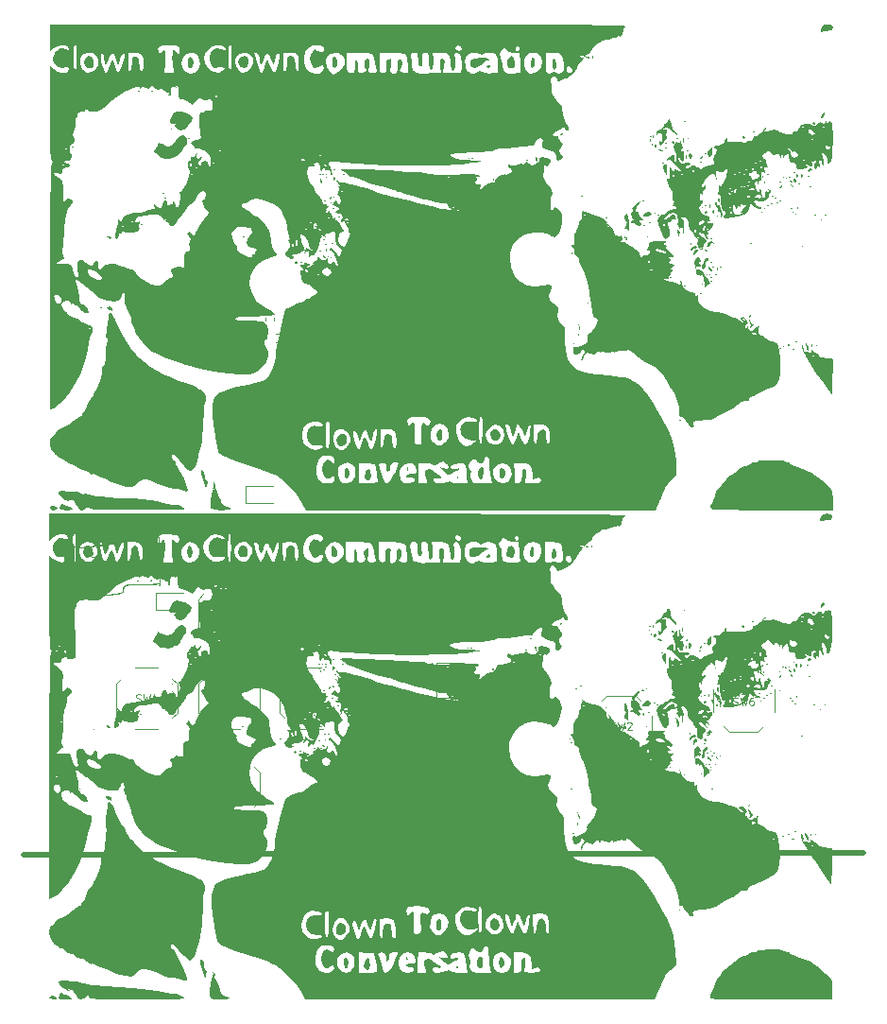
<source format=gbr>
%TF.GenerationSoftware,KiCad,Pcbnew,9.0.0*%
%TF.CreationDate,2025-05-15T06:11:23+08:00*%
%TF.ProjectId,greybadge_pcb,67726579-6261-4646-9765-5f7063622e6b,rev?*%
%TF.SameCoordinates,Original*%
%TF.FileFunction,Legend,Top*%
%TF.FilePolarity,Positive*%
%FSLAX46Y46*%
G04 Gerber Fmt 4.6, Leading zero omitted, Abs format (unit mm)*
G04 Created by KiCad (PCBNEW 9.0.0) date 2025-05-15 06:11:23*
%MOMM*%
%LPD*%
G01*
G04 APERTURE LIST*
%ADD10C,0.500000*%
%ADD11C,0.100000*%
%ADD12C,0.300000*%
%ADD13C,0.000000*%
%ADD14C,0.120000*%
G04 APERTURE END LIST*
D10*
X81519367Y-134725220D02*
X156726973Y-134566235D01*
D11*
X126012014Y-118694760D02*
X126682302Y-118694760D01*
D12*
X117564330Y-125180589D02*
X117421473Y-125109160D01*
X117421473Y-125109160D02*
X117207187Y-125109160D01*
X117207187Y-125109160D02*
X116992901Y-125180589D01*
X116992901Y-125180589D02*
X116850044Y-125323446D01*
X116850044Y-125323446D02*
X116778615Y-125466303D01*
X116778615Y-125466303D02*
X116707187Y-125752017D01*
X116707187Y-125752017D02*
X116707187Y-125966303D01*
X116707187Y-125966303D02*
X116778615Y-126252017D01*
X116778615Y-126252017D02*
X116850044Y-126394874D01*
X116850044Y-126394874D02*
X116992901Y-126537732D01*
X116992901Y-126537732D02*
X117207187Y-126609160D01*
X117207187Y-126609160D02*
X117350044Y-126609160D01*
X117350044Y-126609160D02*
X117564330Y-126537732D01*
X117564330Y-126537732D02*
X117635758Y-126466303D01*
X117635758Y-126466303D02*
X117635758Y-125966303D01*
X117635758Y-125966303D02*
X117350044Y-125966303D01*
X118492901Y-125109160D02*
X118492901Y-125466303D01*
X118135758Y-125323446D02*
X118492901Y-125466303D01*
X118492901Y-125466303D02*
X118850044Y-125323446D01*
X118278615Y-125752017D02*
X118492901Y-125466303D01*
X118492901Y-125466303D02*
X118707187Y-125752017D01*
X119635758Y-125109160D02*
X119635758Y-125466303D01*
X119278615Y-125323446D02*
X119635758Y-125466303D01*
X119635758Y-125466303D02*
X119992901Y-125323446D01*
X119421472Y-125752017D02*
X119635758Y-125466303D01*
X119635758Y-125466303D02*
X119850044Y-125752017D01*
X120778615Y-125109160D02*
X120778615Y-125466303D01*
X120421472Y-125323446D02*
X120778615Y-125466303D01*
X120778615Y-125466303D02*
X121135758Y-125323446D01*
X120564329Y-125752017D02*
X120778615Y-125466303D01*
X120778615Y-125466303D02*
X120992901Y-125752017D01*
X117628292Y-81353074D02*
X117485435Y-81281645D01*
X117485435Y-81281645D02*
X117271149Y-81281645D01*
X117271149Y-81281645D02*
X117056863Y-81353074D01*
X117056863Y-81353074D02*
X116914006Y-81495931D01*
X116914006Y-81495931D02*
X116842577Y-81638788D01*
X116842577Y-81638788D02*
X116771149Y-81924502D01*
X116771149Y-81924502D02*
X116771149Y-82138788D01*
X116771149Y-82138788D02*
X116842577Y-82424502D01*
X116842577Y-82424502D02*
X116914006Y-82567359D01*
X116914006Y-82567359D02*
X117056863Y-82710217D01*
X117056863Y-82710217D02*
X117271149Y-82781645D01*
X117271149Y-82781645D02*
X117414006Y-82781645D01*
X117414006Y-82781645D02*
X117628292Y-82710217D01*
X117628292Y-82710217D02*
X117699720Y-82638788D01*
X117699720Y-82638788D02*
X117699720Y-82138788D01*
X117699720Y-82138788D02*
X117414006Y-82138788D01*
X118556863Y-81281645D02*
X118556863Y-81638788D01*
X118199720Y-81495931D02*
X118556863Y-81638788D01*
X118556863Y-81638788D02*
X118914006Y-81495931D01*
X118342577Y-81924502D02*
X118556863Y-81638788D01*
X118556863Y-81638788D02*
X118771149Y-81924502D01*
X119699720Y-81281645D02*
X119699720Y-81638788D01*
X119342577Y-81495931D02*
X119699720Y-81638788D01*
X119699720Y-81638788D02*
X120056863Y-81495931D01*
X119485434Y-81924502D02*
X119699720Y-81638788D01*
X119699720Y-81638788D02*
X119914006Y-81924502D01*
X120842577Y-81281645D02*
X120842577Y-81638788D01*
X120485434Y-81495931D02*
X120842577Y-81638788D01*
X120842577Y-81638788D02*
X121199720Y-81495931D01*
X120628291Y-81924502D02*
X120842577Y-81638788D01*
X120842577Y-81638788D02*
X121056863Y-81924502D01*
D11*
X98940165Y-120999715D02*
X99040165Y-121033048D01*
X99040165Y-121033048D02*
X99206832Y-121033048D01*
X99206832Y-121033048D02*
X99273498Y-120999715D01*
X99273498Y-120999715D02*
X99306832Y-120966381D01*
X99306832Y-120966381D02*
X99340165Y-120899715D01*
X99340165Y-120899715D02*
X99340165Y-120833048D01*
X99340165Y-120833048D02*
X99306832Y-120766381D01*
X99306832Y-120766381D02*
X99273498Y-120733048D01*
X99273498Y-120733048D02*
X99206832Y-120699715D01*
X99206832Y-120699715D02*
X99073498Y-120666381D01*
X99073498Y-120666381D02*
X99006832Y-120633048D01*
X99006832Y-120633048D02*
X98973498Y-120599715D01*
X98973498Y-120599715D02*
X98940165Y-120533048D01*
X98940165Y-120533048D02*
X98940165Y-120466381D01*
X98940165Y-120466381D02*
X98973498Y-120399715D01*
X98973498Y-120399715D02*
X99006832Y-120366381D01*
X99006832Y-120366381D02*
X99073498Y-120333048D01*
X99073498Y-120333048D02*
X99240165Y-120333048D01*
X99240165Y-120333048D02*
X99340165Y-120366381D01*
X99573499Y-120333048D02*
X99740165Y-121033048D01*
X99740165Y-121033048D02*
X99873499Y-120533048D01*
X99873499Y-120533048D02*
X100006832Y-121033048D01*
X100006832Y-121033048D02*
X100173499Y-120333048D01*
X100773499Y-120333048D02*
X100440165Y-120333048D01*
X100440165Y-120333048D02*
X100406832Y-120666381D01*
X100406832Y-120666381D02*
X100440165Y-120633048D01*
X100440165Y-120633048D02*
X100506832Y-120599715D01*
X100506832Y-120599715D02*
X100673499Y-120599715D01*
X100673499Y-120599715D02*
X100740165Y-120633048D01*
X100740165Y-120633048D02*
X100773499Y-120666381D01*
X100773499Y-120666381D02*
X100806832Y-120733048D01*
X100806832Y-120733048D02*
X100806832Y-120899715D01*
X100806832Y-120899715D02*
X100773499Y-120966381D01*
X100773499Y-120966381D02*
X100740165Y-120999715D01*
X100740165Y-120999715D02*
X100673499Y-121033048D01*
X100673499Y-121033048D02*
X100506832Y-121033048D01*
X100506832Y-121033048D02*
X100440165Y-120999715D01*
X100440165Y-120999715D02*
X100406832Y-120966381D01*
X98940165Y-113404585D02*
X99040165Y-113437918D01*
X99040165Y-113437918D02*
X99206832Y-113437918D01*
X99206832Y-113437918D02*
X99273498Y-113404585D01*
X99273498Y-113404585D02*
X99306832Y-113371251D01*
X99306832Y-113371251D02*
X99340165Y-113304585D01*
X99340165Y-113304585D02*
X99340165Y-113237918D01*
X99340165Y-113237918D02*
X99306832Y-113171251D01*
X99306832Y-113171251D02*
X99273498Y-113137918D01*
X99273498Y-113137918D02*
X99206832Y-113104585D01*
X99206832Y-113104585D02*
X99073498Y-113071251D01*
X99073498Y-113071251D02*
X99006832Y-113037918D01*
X99006832Y-113037918D02*
X98973498Y-113004585D01*
X98973498Y-113004585D02*
X98940165Y-112937918D01*
X98940165Y-112937918D02*
X98940165Y-112871251D01*
X98940165Y-112871251D02*
X98973498Y-112804585D01*
X98973498Y-112804585D02*
X99006832Y-112771251D01*
X99006832Y-112771251D02*
X99073498Y-112737918D01*
X99073498Y-112737918D02*
X99240165Y-112737918D01*
X99240165Y-112737918D02*
X99340165Y-112771251D01*
X99573499Y-112737918D02*
X99740165Y-113437918D01*
X99740165Y-113437918D02*
X99873499Y-112937918D01*
X99873499Y-112937918D02*
X100006832Y-113437918D01*
X100006832Y-113437918D02*
X100173499Y-112737918D01*
X100806832Y-113437918D02*
X100406832Y-113437918D01*
X100606832Y-113437918D02*
X100606832Y-112737918D01*
X100606832Y-112737918D02*
X100540165Y-112837918D01*
X100540165Y-112837918D02*
X100473499Y-112904585D01*
X100473499Y-112904585D02*
X100406832Y-112937918D01*
X98940165Y-128893186D02*
X99040165Y-128926519D01*
X99040165Y-128926519D02*
X99206832Y-128926519D01*
X99206832Y-128926519D02*
X99273498Y-128893186D01*
X99273498Y-128893186D02*
X99306832Y-128859852D01*
X99306832Y-128859852D02*
X99340165Y-128793186D01*
X99340165Y-128793186D02*
X99340165Y-128726519D01*
X99340165Y-128726519D02*
X99306832Y-128659852D01*
X99306832Y-128659852D02*
X99273498Y-128626519D01*
X99273498Y-128626519D02*
X99206832Y-128593186D01*
X99206832Y-128593186D02*
X99073498Y-128559852D01*
X99073498Y-128559852D02*
X99006832Y-128526519D01*
X99006832Y-128526519D02*
X98973498Y-128493186D01*
X98973498Y-128493186D02*
X98940165Y-128426519D01*
X98940165Y-128426519D02*
X98940165Y-128359852D01*
X98940165Y-128359852D02*
X98973498Y-128293186D01*
X98973498Y-128293186D02*
X99006832Y-128259852D01*
X99006832Y-128259852D02*
X99073498Y-128226519D01*
X99073498Y-128226519D02*
X99240165Y-128226519D01*
X99240165Y-128226519D02*
X99340165Y-128259852D01*
X99573499Y-128226519D02*
X99740165Y-128926519D01*
X99740165Y-128926519D02*
X99873499Y-128426519D01*
X99873499Y-128426519D02*
X100006832Y-128926519D01*
X100006832Y-128926519D02*
X100173499Y-128226519D01*
X100373499Y-128226519D02*
X100840165Y-128226519D01*
X100840165Y-128226519D02*
X100540165Y-128926519D01*
X91572177Y-120999715D02*
X91672177Y-121033048D01*
X91672177Y-121033048D02*
X91838844Y-121033048D01*
X91838844Y-121033048D02*
X91905510Y-120999715D01*
X91905510Y-120999715D02*
X91938844Y-120966381D01*
X91938844Y-120966381D02*
X91972177Y-120899715D01*
X91972177Y-120899715D02*
X91972177Y-120833048D01*
X91972177Y-120833048D02*
X91938844Y-120766381D01*
X91938844Y-120766381D02*
X91905510Y-120733048D01*
X91905510Y-120733048D02*
X91838844Y-120699715D01*
X91838844Y-120699715D02*
X91705510Y-120666381D01*
X91705510Y-120666381D02*
X91638844Y-120633048D01*
X91638844Y-120633048D02*
X91605510Y-120599715D01*
X91605510Y-120599715D02*
X91572177Y-120533048D01*
X91572177Y-120533048D02*
X91572177Y-120466381D01*
X91572177Y-120466381D02*
X91605510Y-120399715D01*
X91605510Y-120399715D02*
X91638844Y-120366381D01*
X91638844Y-120366381D02*
X91705510Y-120333048D01*
X91705510Y-120333048D02*
X91872177Y-120333048D01*
X91872177Y-120333048D02*
X91972177Y-120366381D01*
X92205511Y-120333048D02*
X92372177Y-121033048D01*
X92372177Y-121033048D02*
X92505511Y-120533048D01*
X92505511Y-120533048D02*
X92638844Y-121033048D01*
X92638844Y-121033048D02*
X92805511Y-120333048D01*
X93372177Y-120566381D02*
X93372177Y-121033048D01*
X93205511Y-120299715D02*
X93038844Y-120799715D01*
X93038844Y-120799715D02*
X93472177Y-120799715D01*
X145085836Y-121285932D02*
X145185836Y-121319265D01*
X145185836Y-121319265D02*
X145352503Y-121319265D01*
X145352503Y-121319265D02*
X145419169Y-121285932D01*
X145419169Y-121285932D02*
X145452503Y-121252598D01*
X145452503Y-121252598D02*
X145485836Y-121185932D01*
X145485836Y-121185932D02*
X145485836Y-121119265D01*
X145485836Y-121119265D02*
X145452503Y-121052598D01*
X145452503Y-121052598D02*
X145419169Y-121019265D01*
X145419169Y-121019265D02*
X145352503Y-120985932D01*
X145352503Y-120985932D02*
X145219169Y-120952598D01*
X145219169Y-120952598D02*
X145152503Y-120919265D01*
X145152503Y-120919265D02*
X145119169Y-120885932D01*
X145119169Y-120885932D02*
X145085836Y-120819265D01*
X145085836Y-120819265D02*
X145085836Y-120752598D01*
X145085836Y-120752598D02*
X145119169Y-120685932D01*
X145119169Y-120685932D02*
X145152503Y-120652598D01*
X145152503Y-120652598D02*
X145219169Y-120619265D01*
X145219169Y-120619265D02*
X145385836Y-120619265D01*
X145385836Y-120619265D02*
X145485836Y-120652598D01*
X145719170Y-120619265D02*
X145885836Y-121319265D01*
X145885836Y-121319265D02*
X146019170Y-120819265D01*
X146019170Y-120819265D02*
X146152503Y-121319265D01*
X146152503Y-121319265D02*
X146319170Y-120619265D01*
X146885836Y-120619265D02*
X146752503Y-120619265D01*
X146752503Y-120619265D02*
X146685836Y-120652598D01*
X146685836Y-120652598D02*
X146652503Y-120685932D01*
X146652503Y-120685932D02*
X146585836Y-120785932D01*
X146585836Y-120785932D02*
X146552503Y-120919265D01*
X146552503Y-120919265D02*
X146552503Y-121185932D01*
X146552503Y-121185932D02*
X146585836Y-121252598D01*
X146585836Y-121252598D02*
X146619170Y-121285932D01*
X146619170Y-121285932D02*
X146685836Y-121319265D01*
X146685836Y-121319265D02*
X146819170Y-121319265D01*
X146819170Y-121319265D02*
X146885836Y-121285932D01*
X146885836Y-121285932D02*
X146919170Y-121252598D01*
X146919170Y-121252598D02*
X146952503Y-121185932D01*
X146952503Y-121185932D02*
X146952503Y-121019265D01*
X146952503Y-121019265D02*
X146919170Y-120952598D01*
X146919170Y-120952598D02*
X146885836Y-120919265D01*
X146885836Y-120919265D02*
X146819170Y-120885932D01*
X146819170Y-120885932D02*
X146685836Y-120885932D01*
X146685836Y-120885932D02*
X146619170Y-120919265D01*
X146619170Y-120919265D02*
X146585836Y-120952598D01*
X146585836Y-120952598D02*
X146552503Y-121019265D01*
X106229137Y-120999715D02*
X106329137Y-121033048D01*
X106329137Y-121033048D02*
X106495804Y-121033048D01*
X106495804Y-121033048D02*
X106562470Y-120999715D01*
X106562470Y-120999715D02*
X106595804Y-120966381D01*
X106595804Y-120966381D02*
X106629137Y-120899715D01*
X106629137Y-120899715D02*
X106629137Y-120833048D01*
X106629137Y-120833048D02*
X106595804Y-120766381D01*
X106595804Y-120766381D02*
X106562470Y-120733048D01*
X106562470Y-120733048D02*
X106495804Y-120699715D01*
X106495804Y-120699715D02*
X106362470Y-120666381D01*
X106362470Y-120666381D02*
X106295804Y-120633048D01*
X106295804Y-120633048D02*
X106262470Y-120599715D01*
X106262470Y-120599715D02*
X106229137Y-120533048D01*
X106229137Y-120533048D02*
X106229137Y-120466381D01*
X106229137Y-120466381D02*
X106262470Y-120399715D01*
X106262470Y-120399715D02*
X106295804Y-120366381D01*
X106295804Y-120366381D02*
X106362470Y-120333048D01*
X106362470Y-120333048D02*
X106529137Y-120333048D01*
X106529137Y-120333048D02*
X106629137Y-120366381D01*
X106862471Y-120333048D02*
X107029137Y-121033048D01*
X107029137Y-121033048D02*
X107162471Y-120533048D01*
X107162471Y-120533048D02*
X107295804Y-121033048D01*
X107295804Y-121033048D02*
X107462471Y-120333048D01*
X107662471Y-120333048D02*
X108095804Y-120333048D01*
X108095804Y-120333048D02*
X107862471Y-120599715D01*
X107862471Y-120599715D02*
X107962471Y-120599715D01*
X107962471Y-120599715D02*
X108029137Y-120633048D01*
X108029137Y-120633048D02*
X108062471Y-120666381D01*
X108062471Y-120666381D02*
X108095804Y-120733048D01*
X108095804Y-120733048D02*
X108095804Y-120899715D01*
X108095804Y-120899715D02*
X108062471Y-120966381D01*
X108062471Y-120966381D02*
X108029137Y-120999715D01*
X108029137Y-120999715D02*
X107962471Y-121033048D01*
X107962471Y-121033048D02*
X107762471Y-121033048D01*
X107762471Y-121033048D02*
X107695804Y-120999715D01*
X107695804Y-120999715D02*
X107662471Y-120966381D01*
X134125168Y-123514688D02*
X134225168Y-123548021D01*
X134225168Y-123548021D02*
X134391835Y-123548021D01*
X134391835Y-123548021D02*
X134458501Y-123514688D01*
X134458501Y-123514688D02*
X134491835Y-123481354D01*
X134491835Y-123481354D02*
X134525168Y-123414688D01*
X134525168Y-123414688D02*
X134525168Y-123348021D01*
X134525168Y-123348021D02*
X134491835Y-123281354D01*
X134491835Y-123281354D02*
X134458501Y-123248021D01*
X134458501Y-123248021D02*
X134391835Y-123214688D01*
X134391835Y-123214688D02*
X134258501Y-123181354D01*
X134258501Y-123181354D02*
X134191835Y-123148021D01*
X134191835Y-123148021D02*
X134158501Y-123114688D01*
X134158501Y-123114688D02*
X134125168Y-123048021D01*
X134125168Y-123048021D02*
X134125168Y-122981354D01*
X134125168Y-122981354D02*
X134158501Y-122914688D01*
X134158501Y-122914688D02*
X134191835Y-122881354D01*
X134191835Y-122881354D02*
X134258501Y-122848021D01*
X134258501Y-122848021D02*
X134425168Y-122848021D01*
X134425168Y-122848021D02*
X134525168Y-122881354D01*
X134758502Y-122848021D02*
X134925168Y-123548021D01*
X134925168Y-123548021D02*
X135058502Y-123048021D01*
X135058502Y-123048021D02*
X135191835Y-123548021D01*
X135191835Y-123548021D02*
X135358502Y-122848021D01*
X135591835Y-122914688D02*
X135625168Y-122881354D01*
X135625168Y-122881354D02*
X135691835Y-122848021D01*
X135691835Y-122848021D02*
X135858502Y-122848021D01*
X135858502Y-122848021D02*
X135925168Y-122881354D01*
X135925168Y-122881354D02*
X135958502Y-122914688D01*
X135958502Y-122914688D02*
X135991835Y-122981354D01*
X135991835Y-122981354D02*
X135991835Y-123048021D01*
X135991835Y-123048021D02*
X135958502Y-123148021D01*
X135958502Y-123148021D02*
X135558502Y-123548021D01*
X135558502Y-123548021D02*
X135991835Y-123548021D01*
D13*
%TO.C,G\u002A\u002A\u002A*%
G36*
X85346531Y-129930279D02*
G01*
X85276365Y-130000445D01*
X85206199Y-129930279D01*
X85276365Y-129860113D01*
X85346531Y-129930279D01*
G37*
G36*
X86609514Y-128807627D02*
G01*
X86539349Y-128877793D01*
X86469183Y-128807627D01*
X86539349Y-128737462D01*
X86609514Y-128807627D01*
G37*
G36*
X87872498Y-123475031D02*
G01*
X87802332Y-123545196D01*
X87732166Y-123475031D01*
X87802332Y-123404865D01*
X87872498Y-123475031D01*
G37*
G36*
X88433824Y-129509285D02*
G01*
X88363658Y-129579451D01*
X88293492Y-129509285D01*
X88363658Y-129439119D01*
X88433824Y-129509285D01*
G37*
G36*
X91801780Y-110143539D02*
G01*
X91731614Y-110213705D01*
X91661448Y-110143539D01*
X91731614Y-110073373D01*
X91801780Y-110143539D01*
G37*
G36*
X92082443Y-122071716D02*
G01*
X92012277Y-122141881D01*
X91942111Y-122071716D01*
X92012277Y-122001550D01*
X92082443Y-122071716D01*
G37*
G36*
X94047083Y-119265086D02*
G01*
X93976918Y-119335252D01*
X93906752Y-119265086D01*
X93976918Y-119194920D01*
X94047083Y-119265086D01*
G37*
G36*
X94187415Y-119686080D02*
G01*
X94117249Y-119756246D01*
X94047083Y-119686080D01*
X94117249Y-119615915D01*
X94187415Y-119686080D01*
G37*
G36*
X94748741Y-113511495D02*
G01*
X94678575Y-113581660D01*
X94608409Y-113511495D01*
X94678575Y-113441329D01*
X94748741Y-113511495D01*
G37*
G36*
X94889072Y-119405417D02*
G01*
X94818907Y-119475583D01*
X94748741Y-119405417D01*
X94818907Y-119335252D01*
X94889072Y-119405417D01*
G37*
G36*
X96292387Y-114353484D02*
G01*
X96222222Y-114423649D01*
X96152056Y-114353484D01*
X96222222Y-114283318D01*
X96292387Y-114353484D01*
G37*
G36*
X101203989Y-123194368D02*
G01*
X101133824Y-123264533D01*
X101063658Y-123194368D01*
X101133824Y-123124202D01*
X101203989Y-123194368D01*
G37*
G36*
X104571945Y-124317020D02*
G01*
X104501780Y-124387185D01*
X104431614Y-124317020D01*
X104501780Y-124246854D01*
X104571945Y-124317020D01*
G37*
G36*
X106396255Y-125439671D02*
G01*
X106326089Y-125509837D01*
X106255923Y-125439671D01*
X106326089Y-125369506D01*
X106396255Y-125439671D01*
G37*
G36*
X107659238Y-122212047D02*
G01*
X107589072Y-122282213D01*
X107518907Y-122212047D01*
X107589072Y-122141881D01*
X107659238Y-122212047D01*
G37*
G36*
X107659238Y-125159009D02*
G01*
X107589072Y-125229174D01*
X107518907Y-125159009D01*
X107589072Y-125088843D01*
X107659238Y-125159009D01*
G37*
G36*
X108080233Y-117581108D02*
G01*
X108010067Y-117651274D01*
X107939901Y-117581108D01*
X108010067Y-117510942D01*
X108080233Y-117581108D01*
G37*
G36*
X108080233Y-124457351D02*
G01*
X108010067Y-124527517D01*
X107939901Y-124457351D01*
X108010067Y-124387185D01*
X108080233Y-124457351D01*
G37*
G36*
X108220564Y-123194368D02*
G01*
X108150398Y-123264533D01*
X108080233Y-123194368D01*
X108150398Y-123124202D01*
X108220564Y-123194368D01*
G37*
G36*
X108220564Y-125159009D02*
G01*
X108150398Y-125229174D01*
X108080233Y-125159009D01*
X108150398Y-125088843D01*
X108220564Y-125159009D01*
G37*
G36*
X108360896Y-117581108D02*
G01*
X108290730Y-117651274D01*
X108220564Y-117581108D01*
X108290730Y-117510942D01*
X108360896Y-117581108D01*
G37*
G36*
X108501227Y-118142434D02*
G01*
X108431061Y-118212600D01*
X108360896Y-118142434D01*
X108431061Y-118072268D01*
X108501227Y-118142434D01*
G37*
G36*
X108501227Y-119966743D02*
G01*
X108431061Y-120036909D01*
X108360896Y-119966743D01*
X108431061Y-119896578D01*
X108501227Y-119966743D01*
G37*
G36*
X108641559Y-117581108D02*
G01*
X108571393Y-117651274D01*
X108501227Y-117581108D01*
X108571393Y-117510942D01*
X108641559Y-117581108D01*
G37*
G36*
X108641559Y-117861771D02*
G01*
X108571393Y-117931937D01*
X108501227Y-117861771D01*
X108571393Y-117791605D01*
X108641559Y-117861771D01*
G37*
G36*
X108922222Y-123896025D02*
G01*
X108852056Y-123966191D01*
X108781890Y-123896025D01*
X108852056Y-123825859D01*
X108922222Y-123896025D01*
G37*
G36*
X109062553Y-120107075D02*
G01*
X108992387Y-120177241D01*
X108922222Y-120107075D01*
X108992387Y-120036909D01*
X109062553Y-120107075D01*
G37*
G36*
X109062553Y-125018677D02*
G01*
X108992387Y-125088843D01*
X108922222Y-125018677D01*
X108992387Y-124948511D01*
X109062553Y-125018677D01*
G37*
G36*
X109202885Y-123755694D02*
G01*
X109132719Y-123825859D01*
X109062553Y-123755694D01*
X109132719Y-123685528D01*
X109202885Y-123755694D01*
G37*
G36*
X109343216Y-117160113D02*
G01*
X109273050Y-117230279D01*
X109202885Y-117160113D01*
X109273050Y-117089948D01*
X109343216Y-117160113D01*
G37*
G36*
X109483547Y-118563428D02*
G01*
X109413382Y-118633594D01*
X109343216Y-118563428D01*
X109413382Y-118493263D01*
X109483547Y-118563428D01*
G37*
G36*
X109764210Y-121370058D02*
G01*
X109694045Y-121440224D01*
X109623879Y-121370058D01*
X109694045Y-121299892D01*
X109764210Y-121370058D01*
G37*
G36*
X110185205Y-117581108D02*
G01*
X110115039Y-117651274D01*
X110044873Y-117581108D01*
X110115039Y-117510942D01*
X110185205Y-117581108D01*
G37*
G36*
X121411724Y-116177793D02*
G01*
X121341559Y-116247959D01*
X121271393Y-116177793D01*
X121341559Y-116107627D01*
X121411724Y-116177793D01*
G37*
G36*
X121692387Y-116177793D02*
G01*
X121622222Y-116247959D01*
X121552056Y-116177793D01*
X121622222Y-116107627D01*
X121692387Y-116177793D01*
G37*
G36*
X124639349Y-117581108D02*
G01*
X124569183Y-117651274D01*
X124499017Y-117581108D01*
X124569183Y-117510942D01*
X124639349Y-117581108D01*
G37*
G36*
X126603989Y-116318125D02*
G01*
X126533824Y-116388290D01*
X126463658Y-116318125D01*
X126533824Y-116247959D01*
X126603989Y-116318125D01*
G37*
G36*
X127024984Y-115335804D02*
G01*
X126954818Y-115405970D01*
X126884652Y-115335804D01*
X126954818Y-115265638D01*
X127024984Y-115335804D01*
G37*
G36*
X130533271Y-124317020D02*
G01*
X130463105Y-124387185D01*
X130392940Y-124317020D01*
X130463105Y-124246854D01*
X130533271Y-124317020D01*
G37*
G36*
X130673603Y-128807627D02*
G01*
X130603437Y-128877793D01*
X130533271Y-128807627D01*
X130603437Y-128737462D01*
X130673603Y-128807627D01*
G37*
G36*
X130813934Y-132736909D02*
G01*
X130743768Y-132807075D01*
X130673603Y-132736909D01*
X130743768Y-132666743D01*
X130813934Y-132736909D01*
G37*
G36*
X131094597Y-119826412D02*
G01*
X131024431Y-119896578D01*
X130954266Y-119826412D01*
X131024431Y-119756246D01*
X131094597Y-119826412D01*
G37*
G36*
X131515592Y-119545749D02*
G01*
X131445426Y-119615915D01*
X131375260Y-119545749D01*
X131445426Y-119475583D01*
X131515592Y-119545749D01*
G37*
G36*
X132076918Y-129088290D02*
G01*
X132006752Y-129158456D01*
X131936586Y-129088290D01*
X132006752Y-129018125D01*
X132076918Y-129088290D01*
G37*
G36*
X133760896Y-121510390D02*
G01*
X133690730Y-121580555D01*
X133620564Y-121510390D01*
X133690730Y-121440224D01*
X133760896Y-121510390D01*
G37*
G36*
X137409514Y-119826412D02*
G01*
X137339349Y-119896578D01*
X137269183Y-119826412D01*
X137339349Y-119756246D01*
X137409514Y-119826412D01*
G37*
G36*
X137409514Y-123194368D02*
G01*
X137339349Y-123264533D01*
X137269183Y-123194368D01*
X137339349Y-123124202D01*
X137409514Y-123194368D01*
G37*
G36*
X137690177Y-114213152D02*
G01*
X137620012Y-114283318D01*
X137549846Y-114213152D01*
X137620012Y-114142986D01*
X137690177Y-114213152D01*
G37*
G36*
X138111172Y-121089395D02*
G01*
X138041006Y-121159561D01*
X137970840Y-121089395D01*
X138041006Y-121019230D01*
X138111172Y-121089395D01*
G37*
G36*
X138391835Y-121229727D02*
G01*
X138321669Y-121299892D01*
X138251503Y-121229727D01*
X138321669Y-121159561D01*
X138391835Y-121229727D01*
G37*
G36*
X138812829Y-116598788D02*
G01*
X138742664Y-116668953D01*
X138672498Y-116598788D01*
X138742664Y-116528622D01*
X138812829Y-116598788D01*
G37*
G36*
X139093492Y-114774478D02*
G01*
X139023326Y-114844644D01*
X138953161Y-114774478D01*
X139023326Y-114704312D01*
X139093492Y-114774478D01*
G37*
G36*
X139093492Y-115195473D02*
G01*
X139023326Y-115265638D01*
X138953161Y-115195473D01*
X139023326Y-115125307D01*
X139093492Y-115195473D01*
G37*
G36*
X139514487Y-126842986D02*
G01*
X139444321Y-126913152D01*
X139374155Y-126842986D01*
X139444321Y-126772821D01*
X139514487Y-126842986D01*
G37*
G36*
X140075813Y-114353484D02*
G01*
X140005647Y-114423649D01*
X139935481Y-114353484D01*
X140005647Y-114283318D01*
X140075813Y-114353484D01*
G37*
G36*
X140356476Y-139613152D02*
G01*
X140286310Y-139683318D01*
X140216144Y-139613152D01*
X140286310Y-139542986D01*
X140356476Y-139613152D01*
G37*
G36*
X140777470Y-112809837D02*
G01*
X140707304Y-112880003D01*
X140637139Y-112809837D01*
X140707304Y-112739671D01*
X140777470Y-112809837D01*
G37*
G36*
X140777470Y-127544644D02*
G01*
X140707304Y-127614810D01*
X140637139Y-127544644D01*
X140707304Y-127474478D01*
X140777470Y-127544644D01*
G37*
G36*
X141058133Y-114353484D02*
G01*
X140987967Y-114423649D01*
X140917802Y-114353484D01*
X140987967Y-114283318D01*
X141058133Y-114353484D01*
G37*
G36*
X142180785Y-116458456D02*
G01*
X142110619Y-116528622D01*
X142040454Y-116458456D01*
X142110619Y-116388290D01*
X142180785Y-116458456D01*
G37*
G36*
X142180785Y-128246301D02*
G01*
X142110619Y-128316467D01*
X142040454Y-128246301D01*
X142110619Y-128176136D01*
X142180785Y-128246301D01*
G37*
G36*
X142321117Y-120528069D02*
G01*
X142250951Y-120598235D01*
X142180785Y-120528069D01*
X142250951Y-120457904D01*
X142321117Y-120528069D01*
G37*
G36*
X142321117Y-127404312D02*
G01*
X142250951Y-127474478D01*
X142180785Y-127404312D01*
X142250951Y-127334147D01*
X142321117Y-127404312D01*
G37*
G36*
X142601780Y-115756799D02*
G01*
X142531614Y-115826964D01*
X142461448Y-115756799D01*
X142531614Y-115686633D01*
X142601780Y-115756799D01*
G37*
G36*
X142601780Y-120387738D02*
G01*
X142531614Y-120457904D01*
X142461448Y-120387738D01*
X142531614Y-120317572D01*
X142601780Y-120387738D01*
G37*
G36*
X142601780Y-124738014D02*
G01*
X142531614Y-124808180D01*
X142461448Y-124738014D01*
X142531614Y-124667848D01*
X142601780Y-124738014D01*
G37*
G36*
X142742111Y-126562323D02*
G01*
X142671945Y-126632489D01*
X142601780Y-126562323D01*
X142671945Y-126492158D01*
X142742111Y-126562323D01*
G37*
G36*
X142882443Y-125580003D02*
G01*
X142812277Y-125650169D01*
X142742111Y-125580003D01*
X142812277Y-125509837D01*
X142882443Y-125580003D01*
G37*
G36*
X143022774Y-126562323D02*
G01*
X142952608Y-126632489D01*
X142882443Y-126562323D01*
X142952608Y-126492158D01*
X143022774Y-126562323D01*
G37*
G36*
X143163105Y-123334699D02*
G01*
X143092940Y-123404865D01*
X143022774Y-123334699D01*
X143092940Y-123264533D01*
X143163105Y-123334699D01*
G37*
G36*
X143163105Y-125439671D02*
G01*
X143092940Y-125509837D01*
X143022774Y-125439671D01*
X143092940Y-125369506D01*
X143163105Y-125439671D01*
G37*
G36*
X143163105Y-126842986D02*
G01*
X143092940Y-126913152D01*
X143022774Y-126842986D01*
X143092940Y-126772821D01*
X143163105Y-126842986D01*
G37*
G36*
X143163105Y-127123649D02*
G01*
X143092940Y-127193815D01*
X143022774Y-127123649D01*
X143092940Y-127053484D01*
X143163105Y-127123649D01*
G37*
G36*
X143303437Y-125860666D02*
G01*
X143233271Y-125930832D01*
X143163105Y-125860666D01*
X143233271Y-125790500D01*
X143303437Y-125860666D01*
G37*
G36*
X143303437Y-128807627D02*
G01*
X143233271Y-128877793D01*
X143163105Y-128807627D01*
X143233271Y-128737462D01*
X143303437Y-128807627D01*
G37*
G36*
X143443768Y-125580003D02*
G01*
X143373603Y-125650169D01*
X143303437Y-125580003D01*
X143373603Y-125509837D01*
X143443768Y-125580003D01*
G37*
G36*
X143584100Y-126562323D02*
G01*
X143513934Y-126632489D01*
X143443768Y-126562323D01*
X143513934Y-126492158D01*
X143584100Y-126562323D01*
G37*
G36*
X144005094Y-125860666D02*
G01*
X143934929Y-125930832D01*
X143864763Y-125860666D01*
X143934929Y-125790500D01*
X144005094Y-125860666D01*
G37*
G36*
X146671393Y-123755694D02*
G01*
X146601227Y-123825859D01*
X146531061Y-123755694D01*
X146601227Y-123685528D01*
X146671393Y-123755694D01*
G37*
G36*
X146952056Y-113792158D02*
G01*
X146881890Y-113862323D01*
X146811724Y-113792158D01*
X146881890Y-113721992D01*
X146952056Y-113792158D01*
G37*
G36*
X147513382Y-120247406D02*
G01*
X147443216Y-120317572D01*
X147373050Y-120247406D01*
X147443216Y-120177241D01*
X147513382Y-120247406D01*
G37*
G36*
X147653713Y-120949064D02*
G01*
X147583547Y-121019230D01*
X147513382Y-120949064D01*
X147583547Y-120878898D01*
X147653713Y-120949064D01*
G37*
G36*
X147934376Y-120668401D02*
G01*
X147864210Y-120738567D01*
X147794045Y-120668401D01*
X147864210Y-120598235D01*
X147934376Y-120668401D01*
G37*
G36*
X148215039Y-117581108D02*
G01*
X148144873Y-117651274D01*
X148074708Y-117581108D01*
X148144873Y-117510942D01*
X148215039Y-117581108D01*
G37*
G36*
X148215039Y-120387738D02*
G01*
X148144873Y-120457904D01*
X148074708Y-120387738D01*
X148144873Y-120317572D01*
X148215039Y-120387738D01*
G37*
G36*
X148636034Y-119545749D02*
G01*
X148565868Y-119615915D01*
X148495702Y-119545749D01*
X148565868Y-119475583D01*
X148636034Y-119545749D01*
G37*
G36*
X148916697Y-119686080D02*
G01*
X148846531Y-119756246D01*
X148776365Y-119686080D01*
X148846531Y-119615915D01*
X148916697Y-119686080D01*
G37*
G36*
X149057028Y-120107075D02*
G01*
X148986862Y-120177241D01*
X148916697Y-120107075D01*
X148986862Y-120036909D01*
X149057028Y-120107075D01*
G37*
G36*
X149337691Y-118282765D02*
G01*
X149267525Y-118352931D01*
X149197360Y-118282765D01*
X149267525Y-118212600D01*
X149337691Y-118282765D01*
G37*
G36*
X149337691Y-119966743D02*
G01*
X149267525Y-120036909D01*
X149197360Y-119966743D01*
X149267525Y-119896578D01*
X149337691Y-119966743D01*
G37*
G36*
X149337691Y-133157904D02*
G01*
X149267525Y-133228069D01*
X149197360Y-133157904D01*
X149267525Y-133087738D01*
X149337691Y-133157904D01*
G37*
G36*
X149618354Y-117861771D02*
G01*
X149548188Y-117931937D01*
X149478023Y-117861771D01*
X149548188Y-117791605D01*
X149618354Y-117861771D01*
G37*
G36*
X149618354Y-133017572D02*
G01*
X149548188Y-133087738D01*
X149478023Y-133017572D01*
X149548188Y-132947406D01*
X149618354Y-133017572D01*
G37*
G36*
X150179680Y-117861771D02*
G01*
X150109514Y-117931937D01*
X150039349Y-117861771D01*
X150109514Y-117791605D01*
X150179680Y-117861771D01*
G37*
G36*
X150320012Y-120668401D02*
G01*
X150249846Y-120738567D01*
X150179680Y-120668401D01*
X150249846Y-120598235D01*
X150320012Y-120668401D01*
G37*
G36*
X150460343Y-120949064D02*
G01*
X150390177Y-121019230D01*
X150320012Y-120949064D01*
X150390177Y-120878898D01*
X150460343Y-120949064D01*
G37*
G36*
X150600675Y-117440776D02*
G01*
X150530509Y-117510942D01*
X150460343Y-117440776D01*
X150530509Y-117370611D01*
X150600675Y-117440776D01*
G37*
G36*
X150741006Y-132596578D02*
G01*
X150670840Y-132666743D01*
X150600675Y-132596578D01*
X150670840Y-132526412D01*
X150741006Y-132596578D01*
G37*
G36*
X151021669Y-118423097D02*
G01*
X150951503Y-118493263D01*
X150881338Y-118423097D01*
X150951503Y-118352931D01*
X151021669Y-118423097D01*
G37*
G36*
X151302332Y-124036357D02*
G01*
X151232166Y-124106522D01*
X151162001Y-124036357D01*
X151232166Y-123966191D01*
X151302332Y-124036357D01*
G37*
G36*
X151863658Y-117721439D02*
G01*
X151793492Y-117791605D01*
X151723326Y-117721439D01*
X151793492Y-117651274D01*
X151863658Y-117721439D01*
G37*
G36*
X152003989Y-118703760D02*
G01*
X151933824Y-118773926D01*
X151863658Y-118703760D01*
X151933824Y-118633594D01*
X152003989Y-118703760D01*
G37*
G36*
X152424984Y-121229727D02*
G01*
X152354818Y-121299892D01*
X152284652Y-121229727D01*
X152354818Y-121159561D01*
X152424984Y-121229727D01*
G37*
G36*
X152565315Y-132877241D02*
G01*
X152495150Y-132947406D01*
X152424984Y-132877241D01*
X152495150Y-132807075D01*
X152565315Y-132877241D01*
G37*
G36*
X152986310Y-121650721D02*
G01*
X152916144Y-121720887D01*
X152845978Y-121650721D01*
X152916144Y-121580555D01*
X152986310Y-121650721D01*
G37*
G36*
X153407304Y-121229727D02*
G01*
X153337139Y-121299892D01*
X153266973Y-121229727D01*
X153337139Y-121159561D01*
X153407304Y-121229727D01*
G37*
G36*
X85861080Y-115031753D02*
G01*
X85877875Y-115198293D01*
X85861080Y-115218861D01*
X85777653Y-115199598D01*
X85767525Y-115125307D01*
X85818870Y-115009798D01*
X85861080Y-115031753D01*
G37*
G36*
X93017986Y-110120150D02*
G01*
X92998723Y-110203577D01*
X92924431Y-110213705D01*
X92808923Y-110162360D01*
X92830877Y-110120150D01*
X92997418Y-110103355D01*
X93017986Y-110120150D01*
G37*
G36*
X108454450Y-123451642D02*
G01*
X108435187Y-123535069D01*
X108360896Y-123545196D01*
X108245387Y-123493851D01*
X108267341Y-123451642D01*
X108433882Y-123434847D01*
X108454450Y-123451642D01*
G37*
G36*
X108594781Y-123872637D02*
G01*
X108575518Y-123956063D01*
X108501227Y-123966191D01*
X108385718Y-123914846D01*
X108407673Y-123872637D01*
X108574213Y-123855842D01*
X108594781Y-123872637D01*
G37*
G36*
X108594781Y-124293631D02*
G01*
X108611576Y-124460172D01*
X108594781Y-124480740D01*
X108511354Y-124461476D01*
X108501227Y-124387185D01*
X108552572Y-124271677D01*
X108594781Y-124293631D01*
G37*
G36*
X109296439Y-119522360D02*
G01*
X109313234Y-119688901D01*
X109296439Y-119709469D01*
X109213012Y-119690206D01*
X109202885Y-119615915D01*
X109254230Y-119500406D01*
X109296439Y-119522360D01*
G37*
G36*
X109296439Y-120645012D02*
G01*
X109277176Y-120728439D01*
X109202885Y-120738567D01*
X109087376Y-120687221D01*
X109109330Y-120645012D01*
X109275871Y-120628217D01*
X109296439Y-120645012D01*
G37*
G36*
X115894327Y-143866951D02*
G01*
X115911057Y-144086272D01*
X115883248Y-144135919D01*
X115819466Y-144094067D01*
X115809543Y-143951734D01*
X115843815Y-143801996D01*
X115894327Y-143866951D01*
G37*
G36*
X120382627Y-144641697D02*
G01*
X120399422Y-144808238D01*
X120382627Y-144828806D01*
X120299200Y-144809543D01*
X120289072Y-144735252D01*
X120340417Y-144619743D01*
X120382627Y-144641697D01*
G37*
G36*
X123610251Y-117978714D02*
G01*
X123627046Y-118145255D01*
X123610251Y-118165823D01*
X123526824Y-118146559D01*
X123516697Y-118072268D01*
X123568042Y-117956759D01*
X123610251Y-117978714D01*
G37*
G36*
X130626826Y-124574294D02*
G01*
X130643621Y-124740835D01*
X130626826Y-124761403D01*
X130543399Y-124742139D01*
X130533271Y-124667848D01*
X130584616Y-124552340D01*
X130626826Y-124574294D01*
G37*
G36*
X131188152Y-131871532D02*
G01*
X131204946Y-132038072D01*
X131188152Y-132058640D01*
X131104725Y-132039377D01*
X131094597Y-131965086D01*
X131145942Y-131849577D01*
X131188152Y-131871532D01*
G37*
G36*
X132451135Y-107032857D02*
G01*
X132467930Y-107199398D01*
X132451135Y-107219966D01*
X132367708Y-107200703D01*
X132357581Y-107126412D01*
X132408926Y-107010903D01*
X132451135Y-107032857D01*
G37*
G36*
X137082074Y-119943355D02*
G01*
X137062811Y-120026782D01*
X136988520Y-120036909D01*
X136873011Y-119985564D01*
X136894966Y-119943355D01*
X137061506Y-119926560D01*
X137082074Y-119943355D01*
G37*
G36*
X137082074Y-122048327D02*
G01*
X137098869Y-122214868D01*
X137082074Y-122235436D01*
X136998647Y-122216172D01*
X136988520Y-122141881D01*
X137039865Y-122026373D01*
X137082074Y-122048327D01*
G37*
G36*
X137643400Y-114470427D02*
G01*
X137660195Y-114636967D01*
X137643400Y-114657535D01*
X137559973Y-114638272D01*
X137549846Y-114563981D01*
X137601191Y-114448472D01*
X137643400Y-114470427D01*
G37*
G36*
X137643400Y-121907996D02*
G01*
X137624137Y-121991423D01*
X137549846Y-122001550D01*
X137434337Y-121950205D01*
X137456291Y-121907996D01*
X137622832Y-121891201D01*
X137643400Y-121907996D01*
G37*
G36*
X137783732Y-114891421D02*
G01*
X137800527Y-115057962D01*
X137783732Y-115078530D01*
X137700305Y-115059266D01*
X137690177Y-114984975D01*
X137741522Y-114869467D01*
X137783732Y-114891421D01*
G37*
G36*
X137926371Y-114116674D02*
G01*
X137943101Y-114335995D01*
X137915292Y-114385643D01*
X137851510Y-114343791D01*
X137841588Y-114201458D01*
X137875859Y-114051719D01*
X137926371Y-114116674D01*
G37*
G36*
X140589746Y-114388567D02*
G01*
X140608281Y-114675874D01*
X140589746Y-114739395D01*
X140538526Y-114757024D01*
X140518965Y-114563981D01*
X140541018Y-114364762D01*
X140589746Y-114388567D01*
G37*
G36*
X141011356Y-115452747D02*
G01*
X140992093Y-115536174D01*
X140917802Y-115546301D01*
X140802293Y-115494956D01*
X140824247Y-115452747D01*
X140990788Y-115435952D01*
X141011356Y-115452747D01*
G37*
G36*
X141292019Y-123732305D02*
G01*
X141308814Y-123898846D01*
X141292019Y-123919414D01*
X141208592Y-123900150D01*
X141198465Y-123825859D01*
X141249810Y-123710351D01*
X141292019Y-123732305D01*
G37*
G36*
X142975381Y-120282489D02*
G01*
X142993916Y-120569796D01*
X142975381Y-120633318D01*
X142924161Y-120650947D01*
X142904600Y-120457904D01*
X142926653Y-120258685D01*
X142975381Y-120282489D01*
G37*
G36*
X143677654Y-121206338D02*
G01*
X143694449Y-121372879D01*
X143677654Y-121393447D01*
X143594227Y-121374184D01*
X143584100Y-121299892D01*
X143635445Y-121184384D01*
X143677654Y-121206338D01*
G37*
G36*
X143679962Y-125904520D02*
G01*
X143696692Y-126123841D01*
X143668884Y-126173488D01*
X143605101Y-126131636D01*
X143595179Y-125989303D01*
X143629451Y-125839565D01*
X143679962Y-125904520D01*
G37*
G36*
X147747268Y-117698051D02*
G01*
X147764062Y-117864592D01*
X147747268Y-117885160D01*
X147663841Y-117865896D01*
X147653713Y-117791605D01*
X147705058Y-117676096D01*
X147747268Y-117698051D01*
G37*
G36*
X147887599Y-118259377D02*
G01*
X147904394Y-118425917D01*
X147887599Y-118446485D01*
X147804172Y-118427222D01*
X147794045Y-118352931D01*
X147845390Y-118237422D01*
X147887599Y-118259377D01*
G37*
G36*
X148589257Y-120224018D02*
G01*
X148569993Y-120307445D01*
X148495702Y-120317572D01*
X148380193Y-120266227D01*
X148402148Y-120224018D01*
X148568689Y-120207223D01*
X148589257Y-120224018D01*
G37*
G36*
X149852240Y-117838382D02*
G01*
X149869035Y-118004923D01*
X149852240Y-118025491D01*
X149768813Y-118006228D01*
X149758686Y-117931937D01*
X149810031Y-117816428D01*
X149852240Y-117838382D01*
G37*
G36*
X150132903Y-132853852D02*
G01*
X150113640Y-132937279D01*
X150039349Y-132947406D01*
X149923840Y-132896061D01*
X149945794Y-132853852D01*
X150112335Y-132837057D01*
X150132903Y-132853852D01*
G37*
G36*
X150553897Y-133274846D02*
G01*
X150534634Y-133358273D01*
X150460343Y-133368401D01*
X150344834Y-133317056D01*
X150366789Y-133274846D01*
X150533329Y-133258052D01*
X150553897Y-133274846D01*
G37*
G36*
X150694229Y-121066007D02*
G01*
X150711024Y-121232547D01*
X150694229Y-121253115D01*
X150610802Y-121233852D01*
X150600675Y-121159561D01*
X150652020Y-121044052D01*
X150694229Y-121066007D01*
G37*
G36*
X150834560Y-120504681D02*
G01*
X150851355Y-120671221D01*
X150834560Y-120691789D01*
X150751133Y-120672526D01*
X150741006Y-120598235D01*
X150792351Y-120482726D01*
X150834560Y-120504681D01*
G37*
G36*
X152097544Y-132853852D02*
G01*
X152114339Y-133020393D01*
X152097544Y-133040961D01*
X152014117Y-133021697D01*
X152003989Y-132947406D01*
X152055335Y-132831898D01*
X152097544Y-132853852D01*
G37*
G36*
X108097258Y-118033263D02*
G01*
X108103871Y-118039774D01*
X108202795Y-118282368D01*
X108190781Y-118372116D01*
X108118477Y-118404693D01*
X108042513Y-118223849D01*
X108010637Y-118007218D01*
X108097258Y-118033263D01*
G37*
G36*
X108339213Y-124864945D02*
G01*
X108488683Y-124995395D01*
X108501227Y-125026959D01*
X108434629Y-125084637D01*
X108295973Y-124955395D01*
X108277329Y-124926829D01*
X108260789Y-124830801D01*
X108339213Y-124864945D01*
G37*
G36*
X127424650Y-116081791D02*
G01*
X127485184Y-116242393D01*
X127515613Y-116488231D01*
X127449016Y-116495775D01*
X127354072Y-116312072D01*
X127317379Y-116086806D01*
X127340654Y-116025843D01*
X127424650Y-116081791D01*
G37*
G36*
X138113461Y-114916224D02*
G01*
X138194414Y-115084404D01*
X138175345Y-115135004D01*
X138039874Y-115259436D01*
X137973585Y-115117711D01*
X137970840Y-115046859D01*
X138039884Y-114902324D01*
X138113461Y-114916224D01*
G37*
G36*
X138531973Y-115365258D02*
G01*
X138775173Y-115458566D01*
X138772057Y-115528312D01*
X138610614Y-115546301D01*
X138377245Y-115469231D01*
X138329757Y-115419057D01*
X138374659Y-115347341D01*
X138531973Y-115365258D01*
G37*
G36*
X143794961Y-119760105D02*
G01*
X143826911Y-119906299D01*
X143817522Y-120146434D01*
X143744046Y-120119528D01*
X143675408Y-119971237D01*
X143661392Y-119755118D01*
X143701429Y-119700296D01*
X143794961Y-119760105D01*
G37*
G36*
X149415828Y-118587009D02*
G01*
X149391236Y-118696471D01*
X149277994Y-118893997D01*
X149204769Y-118860908D01*
X149197360Y-118782208D01*
X149299280Y-118591915D01*
X149336084Y-118564422D01*
X149415828Y-118587009D01*
G37*
G36*
X150157998Y-118129033D02*
G01*
X150308650Y-118270332D01*
X150277746Y-118351565D01*
X150258128Y-118352931D01*
X150139433Y-118253257D01*
X150096114Y-118190917D01*
X150079574Y-118094889D01*
X150157998Y-118129033D01*
G37*
G36*
X150298329Y-118550028D02*
G01*
X150448981Y-118691327D01*
X150418077Y-118772560D01*
X150398459Y-118773926D01*
X150279765Y-118674251D01*
X150236445Y-118611912D01*
X150219905Y-118515884D01*
X150298329Y-118550028D01*
G37*
G36*
X150819790Y-117638540D02*
G01*
X150834560Y-117727612D01*
X150803948Y-117918282D01*
X150702347Y-117840845D01*
X150676833Y-117801302D01*
X150683899Y-117624387D01*
X150715328Y-117596978D01*
X150819790Y-117638540D01*
G37*
G36*
X151187678Y-117596978D02*
G01*
X151244600Y-117759695D01*
X151226173Y-117801302D01*
X151110982Y-117923853D01*
X151069280Y-117779466D01*
X151068446Y-117727612D01*
X151130374Y-117586873D01*
X151187678Y-117596978D01*
G37*
G36*
X153251875Y-112276662D02*
G01*
X153145225Y-112498152D01*
X152985777Y-112599340D01*
X152910696Y-112514437D01*
X152992742Y-112306658D01*
X153138999Y-112110659D01*
X153225513Y-112090109D01*
X153251875Y-112276662D01*
G37*
G36*
X84390009Y-147391971D02*
G01*
X84469474Y-147543310D01*
X84334394Y-147660850D01*
X84165408Y-147682213D01*
X83871151Y-147608668D01*
X83802885Y-147461956D01*
X83909153Y-147294605D01*
X84107638Y-147286541D01*
X84390009Y-147391971D01*
G37*
G36*
X89238410Y-123190648D02*
G01*
X89275813Y-123264533D01*
X89254258Y-123387068D01*
X89132780Y-123350626D01*
X88995150Y-123264533D01*
X88866141Y-123155782D01*
X88998773Y-123126804D01*
X89030233Y-123126351D01*
X89238410Y-123190648D01*
G37*
G36*
X105971182Y-125476294D02*
G01*
X105975260Y-125509837D01*
X105868471Y-125646091D01*
X105834929Y-125650169D01*
X105698675Y-125543380D01*
X105694597Y-125509837D01*
X105801386Y-125373584D01*
X105834929Y-125369506D01*
X105971182Y-125476294D01*
G37*
G36*
X109018526Y-119706561D02*
G01*
X108992387Y-119756246D01*
X108860165Y-119890263D01*
X108835492Y-119896578D01*
X108825917Y-119805931D01*
X108852056Y-119756246D01*
X108984278Y-119622229D01*
X109008951Y-119615915D01*
X109018526Y-119706561D01*
G37*
G36*
X109396971Y-117937107D02*
G01*
X109384989Y-118025491D01*
X109296797Y-118194943D01*
X109273050Y-118212600D01*
X109195259Y-118104605D01*
X109161112Y-118025491D01*
X109194829Y-117860719D01*
X109273050Y-117838382D01*
X109396971Y-117937107D01*
G37*
G36*
X123319401Y-107896101D02*
G01*
X123306199Y-107968401D01*
X123126792Y-108103379D01*
X123087420Y-108108732D01*
X122959150Y-108001695D01*
X122955371Y-107968401D01*
X123069595Y-107845244D01*
X123174150Y-107828069D01*
X123319401Y-107896101D01*
G37*
G36*
X129783375Y-113948296D02*
G01*
X129761448Y-114002655D01*
X129635345Y-114136529D01*
X129612835Y-114142986D01*
X129552560Y-114034413D01*
X129550951Y-114002655D01*
X129658831Y-113867716D01*
X129699564Y-113862323D01*
X129783375Y-113948296D01*
G37*
G36*
X139654818Y-114634147D02*
G01*
X139788692Y-114760250D01*
X139795150Y-114782760D01*
X139686576Y-114843035D01*
X139654818Y-114844644D01*
X139519879Y-114736764D01*
X139514487Y-114696030D01*
X139600459Y-114612219D01*
X139654818Y-114634147D01*
G37*
G36*
X140867774Y-115840590D02*
G01*
X140874719Y-115864718D01*
X140895263Y-116170403D01*
X140869519Y-116285712D01*
X140823450Y-116290377D01*
X140804635Y-116070694D01*
X140804828Y-116037462D01*
X140825063Y-115819814D01*
X140867774Y-115840590D01*
G37*
G36*
X141312482Y-115804167D02*
G01*
X141338796Y-115967296D01*
X141280029Y-116195330D01*
X141198465Y-116247959D01*
X141084448Y-116130424D01*
X141058133Y-115967296D01*
X141116900Y-115739262D01*
X141198465Y-115686633D01*
X141312482Y-115804167D01*
G37*
G36*
X142277089Y-116057943D02*
G01*
X142250951Y-116107627D01*
X142118728Y-116241644D01*
X142094055Y-116247959D01*
X142084481Y-116157312D01*
X142110619Y-116107627D01*
X142242842Y-115973610D01*
X142267515Y-115967296D01*
X142277089Y-116057943D01*
G37*
G36*
X142601780Y-124317020D02*
G01*
X142735654Y-124443122D01*
X142742111Y-124465633D01*
X142633538Y-124525908D01*
X142601780Y-124527517D01*
X142466841Y-124419637D01*
X142461448Y-124378903D01*
X142547420Y-124295092D01*
X142601780Y-124317020D01*
G37*
G36*
X142693872Y-120964870D02*
G01*
X142671945Y-121019230D01*
X142545842Y-121153103D01*
X142523332Y-121159561D01*
X142463057Y-121050988D01*
X142461448Y-121019230D01*
X142569328Y-120884291D01*
X142610061Y-120878898D01*
X142693872Y-120964870D01*
G37*
G36*
X143308744Y-120848300D02*
G01*
X143354185Y-120949064D01*
X143357101Y-121129763D01*
X143299033Y-121159561D01*
X143178418Y-121045831D01*
X143163105Y-120949064D01*
X143193130Y-120761832D01*
X143218257Y-120738567D01*
X143308744Y-120848300D01*
G37*
G36*
X146105989Y-114249775D02*
G01*
X146110067Y-114283318D01*
X146003278Y-114419572D01*
X145969735Y-114423649D01*
X145833482Y-114316861D01*
X145829404Y-114283318D01*
X145936193Y-114147064D01*
X145969735Y-114142986D01*
X146105989Y-114249775D01*
G37*
G36*
X146627365Y-130231423D02*
G01*
X146601227Y-130281108D01*
X146469005Y-130415125D01*
X146444332Y-130421439D01*
X146434757Y-130330793D01*
X146460896Y-130281108D01*
X146593118Y-130147091D01*
X146617791Y-130140776D01*
X146627365Y-130231423D01*
G37*
G36*
X150605981Y-118041670D02*
G01*
X150651422Y-118142434D01*
X150654339Y-118323133D01*
X150596270Y-118352931D01*
X150475656Y-118239202D01*
X150460343Y-118142434D01*
X150490367Y-117955202D01*
X150515495Y-117931937D01*
X150605981Y-118041670D01*
G37*
G36*
X152087357Y-117157979D02*
G01*
X152074155Y-117230279D01*
X151894747Y-117365258D01*
X151855376Y-117370611D01*
X151727106Y-117263574D01*
X151723326Y-117230279D01*
X151837551Y-117107122D01*
X151942106Y-117089948D01*
X152087357Y-117157979D01*
G37*
G36*
X152284652Y-112950169D02*
G01*
X152418526Y-113076272D01*
X152424984Y-113098782D01*
X152316411Y-113159057D01*
X152284652Y-113160666D01*
X152149714Y-113052786D01*
X152144321Y-113012053D01*
X152230293Y-112928242D01*
X152284652Y-112950169D01*
G37*
G36*
X89326489Y-129533618D02*
G01*
X89369367Y-129649616D01*
X89363087Y-129827293D01*
X89357673Y-129843835D01*
X89233158Y-129800123D01*
X89100398Y-129763379D01*
X88883640Y-129637664D01*
X88897903Y-129498098D01*
X89112093Y-129439119D01*
X89326489Y-129533618D01*
G37*
G36*
X131164384Y-130915518D02*
G01*
X131234265Y-131023135D01*
X131336425Y-131301031D01*
X131326105Y-131444130D01*
X131262428Y-131533634D01*
X131246008Y-131450320D01*
X131196402Y-131181422D01*
X131154167Y-131029326D01*
X131105151Y-130851800D01*
X131164384Y-130915518D01*
G37*
G36*
X137690824Y-121137384D02*
G01*
X137598075Y-121312378D01*
X137347292Y-121389795D01*
X137054558Y-121376743D01*
X136927289Y-121332216D01*
X136951914Y-121207615D01*
X137135364Y-121058507D01*
X137370711Y-120950652D01*
X137550092Y-120949216D01*
X137690824Y-121137384D01*
G37*
G36*
X96481833Y-107130243D02*
G01*
X96573784Y-107268114D01*
X96661328Y-107605828D01*
X96603602Y-107916624D01*
X96428017Y-108096088D01*
X96353096Y-108108732D01*
X96199967Y-107985036D01*
X96152056Y-107625854D01*
X96198066Y-107231860D01*
X96317360Y-107058709D01*
X96481833Y-107130243D01*
G37*
G36*
X124536970Y-144001842D02*
G01*
X124614807Y-144306807D01*
X124579721Y-144532730D01*
X124437220Y-144826648D01*
X124264263Y-144874713D01*
X124124114Y-144695626D01*
X124078023Y-144384423D01*
X124127189Y-144014436D01*
X124278753Y-143893269D01*
X124280238Y-143893263D01*
X124536970Y-144001842D01*
G37*
G36*
X139996102Y-122469722D02*
G01*
X140126815Y-122596003D01*
X140289817Y-122849636D01*
X140228479Y-123087163D01*
X140116173Y-123252514D01*
X140082446Y-123173169D01*
X140080080Y-123100596D01*
X140026634Y-122765401D01*
X139978416Y-122609436D01*
X139923197Y-122435975D01*
X139996102Y-122469722D01*
G37*
G36*
X109430114Y-107195729D02*
G01*
X109575965Y-107534660D01*
X109565142Y-107860267D01*
X109404021Y-108064278D01*
X109378373Y-108074327D01*
X109186791Y-108015824D01*
X109117658Y-107909591D01*
X109086535Y-107612026D01*
X109129021Y-107301682D01*
X109208078Y-107040467D01*
X109295048Y-107027644D01*
X109430114Y-107195729D01*
G37*
G36*
X112474919Y-144107011D02*
G01*
X112510027Y-144231393D01*
X112547141Y-144623399D01*
X112466510Y-144905313D01*
X112302245Y-145019220D01*
X112103069Y-144922360D01*
X112011520Y-144666097D01*
X112049767Y-144325065D01*
X112198564Y-144052317D01*
X112214230Y-144038393D01*
X112375207Y-143960782D01*
X112474919Y-144107011D01*
G37*
G36*
X118902866Y-140564429D02*
G01*
X118955806Y-140910377D01*
X118955923Y-140934607D01*
X118901489Y-141276674D01*
X118772269Y-141469009D01*
X118619392Y-141466119D01*
X118523905Y-141319005D01*
X118469885Y-140978153D01*
X118531277Y-140658951D01*
X118680174Y-140470239D01*
X118745426Y-140455141D01*
X118902866Y-140564429D01*
G37*
G36*
X122656477Y-143977249D02*
G01*
X122674708Y-144327395D01*
X122617421Y-144718638D01*
X122464633Y-144891160D01*
X122244946Y-144817162D01*
X122206936Y-144782029D01*
X122137247Y-144584774D01*
X122113382Y-144307236D01*
X122198054Y-143975331D01*
X122394045Y-143852602D01*
X122575864Y-143840736D01*
X122656477Y-143977249D01*
G37*
G36*
X123871776Y-140439486D02*
G01*
X124078023Y-140665638D01*
X124151459Y-141024488D01*
X124078023Y-141226964D01*
X123844423Y-141471701D01*
X123586118Y-141452924D01*
X123359613Y-141175776D01*
X123352725Y-141160954D01*
X123290098Y-140809255D01*
X123401119Y-140540781D01*
X123617705Y-140402027D01*
X123871776Y-140439486D01*
G37*
G36*
X127202261Y-107241550D02*
G01*
X127232901Y-107535487D01*
X127192692Y-107848469D01*
X127087256Y-108055824D01*
X127050713Y-108076767D01*
X126931651Y-108039908D01*
X126899552Y-107790872D01*
X126910381Y-107597302D01*
X126970303Y-107263132D01*
X127064949Y-107095904D01*
X127095150Y-107091329D01*
X127202261Y-107241550D01*
G37*
G36*
X129130978Y-107385641D02*
G01*
X129217416Y-107659842D01*
X129205239Y-107965610D01*
X129188290Y-108018797D01*
X129050801Y-108232393D01*
X128928987Y-108191993D01*
X128856731Y-107923670D01*
X128849293Y-107757904D01*
X128882173Y-107433227D01*
X128963018Y-107270973D01*
X128980168Y-107266743D01*
X129130978Y-107385641D01*
G37*
G36*
X141748408Y-124033786D02*
G01*
X141759791Y-124106522D01*
X141646987Y-124232958D01*
X141560988Y-124246854D01*
X141349729Y-124335589D01*
X141312484Y-124395956D01*
X141201280Y-124470644D01*
X141162639Y-124444914D01*
X141177207Y-124295434D01*
X141305894Y-124159944D01*
X141604917Y-123986569D01*
X141748408Y-124033786D01*
G37*
G36*
X141870192Y-124359041D02*
G01*
X141900122Y-124470037D01*
X141835500Y-124615053D01*
X141769824Y-124603883D01*
X141648557Y-124655597D01*
X141578437Y-124841181D01*
X141533248Y-125038411D01*
X141510059Y-124974801D01*
X141498238Y-124788111D01*
X141556899Y-124471932D01*
X141689625Y-124336438D01*
X141870192Y-124359041D01*
G37*
G36*
X87543306Y-107107230D02*
G01*
X87695423Y-107400486D01*
X87717900Y-107760555D01*
X87681539Y-107897921D01*
X87488812Y-108074646D01*
X87192758Y-108087260D01*
X86919746Y-107932936D01*
X86904344Y-107915304D01*
X86817173Y-107628163D01*
X86901653Y-107301680D01*
X87107540Y-107052378D01*
X87305025Y-106986080D01*
X87543306Y-107107230D01*
G37*
G36*
X101458054Y-107096045D02*
G01*
X101544723Y-107321408D01*
X101554818Y-107547406D01*
X101518388Y-107895862D01*
X101379389Y-108050798D01*
X101261875Y-108080421D01*
X100939039Y-108017813D01*
X100785166Y-107900851D01*
X100679842Y-107597256D01*
X100765847Y-107281570D01*
X100990578Y-107056540D01*
X101240430Y-107011581D01*
X101458054Y-107096045D01*
G37*
G36*
X110197520Y-140892816D02*
G01*
X110392017Y-141138357D01*
X110381702Y-141498826D01*
X110349177Y-141581949D01*
X110133767Y-141835324D01*
X109854063Y-141928123D01*
X109612164Y-141841914D01*
X109538211Y-141728330D01*
X109484116Y-141340936D01*
X109591880Y-141010411D01*
X109826644Y-140837799D01*
X109846656Y-140834281D01*
X110197520Y-140892816D01*
G37*
G36*
X110551389Y-143999770D02*
G01*
X110605819Y-144339690D01*
X110606199Y-144384423D01*
X110560553Y-144747693D01*
X110414873Y-144874695D01*
X110395702Y-144875583D01*
X110240015Y-144769076D01*
X110185585Y-144429156D01*
X110185205Y-144384423D01*
X110230851Y-144021153D01*
X110376531Y-143894151D01*
X110395702Y-143893263D01*
X110551389Y-143999770D01*
G37*
G36*
X139077693Y-116705737D02*
G01*
X139093367Y-117023026D01*
X139093492Y-117079924D01*
X139085832Y-117435016D01*
X139066660Y-117634374D01*
X139058409Y-117650179D01*
X138981540Y-117537987D01*
X138853668Y-117283570D01*
X138756363Y-116980540D01*
X138835214Y-116771568D01*
X138888751Y-116713315D01*
X139017950Y-116617652D01*
X139077693Y-116705737D01*
G37*
G36*
X142959570Y-125962573D02*
G01*
X143119230Y-126176972D01*
X143119670Y-126301708D01*
X143030099Y-126292566D01*
X143022774Y-126239288D01*
X142919042Y-126119252D01*
X142847360Y-126122734D01*
X142749269Y-126128205D01*
X142778068Y-126106344D01*
X142820790Y-125954081D01*
X142793383Y-125883763D01*
X142807389Y-125840795D01*
X142959570Y-125962573D01*
G37*
G36*
X151576606Y-132729269D02*
G01*
X151582995Y-132791968D01*
X151646440Y-132910567D01*
X151688244Y-132898989D01*
X151774329Y-132965723D01*
X151813730Y-133171370D01*
X151817476Y-133444824D01*
X151766538Y-133463787D01*
X151639576Y-133225099D01*
X151600266Y-133139769D01*
X151502589Y-132851651D01*
X151507575Y-132695386D01*
X151576606Y-132729269D01*
G37*
G36*
X153824660Y-104213053D02*
G01*
X153955487Y-104343076D01*
X153968630Y-104460113D01*
X153868681Y-104697349D01*
X153723050Y-104742693D01*
X153385896Y-104780632D01*
X153161724Y-104829225D01*
X152916893Y-104842873D01*
X152845978Y-104768621D01*
X152938634Y-104392341D01*
X153229449Y-104206698D01*
X153492484Y-104179451D01*
X153824660Y-104213053D01*
G37*
G36*
X125409127Y-107175170D02*
G01*
X125480392Y-107561546D01*
X125481338Y-107625854D01*
X125445678Y-107965525D01*
X125314725Y-108098373D01*
X125224063Y-108108732D01*
X124957233Y-108062917D01*
X124873234Y-108015178D01*
X124781713Y-107758990D01*
X124819833Y-107418016D01*
X124968390Y-107145416D01*
X124984030Y-107131514D01*
X125237576Y-107025764D01*
X125409127Y-107175170D01*
G37*
G36*
X146658805Y-130834372D02*
G01*
X146671393Y-130929164D01*
X146746967Y-131064882D01*
X146846807Y-131034275D01*
X146931491Y-131015733D01*
X146829624Y-131166325D01*
X146644795Y-131356327D01*
X146560656Y-131403760D01*
X146554729Y-131334598D01*
X146568879Y-131319165D01*
X146587952Y-131139952D01*
X146522526Y-130890151D01*
X146460749Y-130649190D01*
X146531486Y-130632199D01*
X146658805Y-130834372D01*
G37*
G36*
X84923388Y-147085804D02*
G01*
X85044468Y-147220026D01*
X85259182Y-147261218D01*
X85594755Y-147345035D01*
X85767525Y-147471716D01*
X85837597Y-147599445D01*
X85737475Y-147662202D01*
X85418491Y-147681603D01*
X85293548Y-147682213D01*
X84842960Y-147645934D01*
X84652911Y-147538865D01*
X84647022Y-147506799D01*
X84693848Y-147299339D01*
X84792565Y-147107956D01*
X84887417Y-147017587D01*
X84923388Y-147085804D01*
G37*
G36*
X135476029Y-123215779D02*
G01*
X135507632Y-123252548D01*
X135493628Y-123436021D01*
X135456859Y-123467623D01*
X135273386Y-123453620D01*
X135241784Y-123416851D01*
X135248054Y-123334699D01*
X135304542Y-123334699D01*
X135374708Y-123404865D01*
X135444873Y-123334699D01*
X135374708Y-123264533D01*
X135304542Y-123334699D01*
X135248054Y-123334699D01*
X135255787Y-123233377D01*
X135292556Y-123201775D01*
X135476029Y-123215779D01*
G37*
G36*
X122835301Y-107203348D02*
G01*
X123123588Y-107251320D01*
X123199209Y-107307053D01*
X123085890Y-107388873D01*
X123068417Y-107382517D01*
X122914811Y-107436093D01*
X122666098Y-107628229D01*
X122650931Y-107642252D01*
X122249756Y-107932258D01*
X121877723Y-108057509D01*
X121598230Y-108006107D01*
X121491939Y-107859731D01*
X121437631Y-107521286D01*
X121558984Y-107312898D01*
X121890176Y-107209145D01*
X122400069Y-107184225D01*
X122835301Y-107203348D01*
G37*
G36*
X97565353Y-144210813D02*
G01*
X97624346Y-144349340D01*
X97695915Y-144648299D01*
X97703472Y-144792557D01*
X97781371Y-144975259D01*
X97824362Y-145008701D01*
X97900182Y-145202445D01*
X97864365Y-145484272D01*
X97798512Y-145693866D01*
X97740482Y-145709768D01*
X97661338Y-145503433D01*
X97574128Y-145197962D01*
X97450592Y-144751013D01*
X97350986Y-144387781D01*
X97321579Y-144279174D01*
X97318281Y-144069513D01*
X97424854Y-144052593D01*
X97565353Y-144210813D01*
G37*
G36*
X143204136Y-123683996D02*
G01*
X143302548Y-123809298D01*
X143198188Y-123767999D01*
X143047828Y-123777809D01*
X143022774Y-123887743D01*
X142935225Y-124083557D01*
X142756897Y-124066694D01*
X142681772Y-123982091D01*
X142695694Y-123896025D01*
X142742111Y-123896025D01*
X142812277Y-123966191D01*
X142882443Y-123896025D01*
X142812277Y-123825859D01*
X142742111Y-123896025D01*
X142695694Y-123896025D01*
X142710547Y-123804201D01*
X142819769Y-123679310D01*
X143030545Y-123572016D01*
X143204136Y-123683996D01*
G37*
G36*
X142756155Y-125078583D02*
G01*
X142789786Y-125151001D01*
X142784433Y-125319305D01*
X142701978Y-125332739D01*
X142580250Y-125417617D01*
X142571878Y-125593603D01*
X142525047Y-125901853D01*
X142427280Y-126041288D01*
X142289546Y-126101475D01*
X142254767Y-125926541D01*
X142256315Y-125877251D01*
X142329519Y-125588405D01*
X142391282Y-125650169D01*
X142461448Y-125580003D01*
X142391282Y-125509837D01*
X142335224Y-125565895D01*
X142347930Y-125515763D01*
X142488720Y-125247828D01*
X142657553Y-125048769D01*
X142756155Y-125078583D01*
G37*
G36*
X143159135Y-115316392D02*
G01*
X143160957Y-115423870D01*
X143112142Y-115763070D01*
X142998647Y-115992855D01*
X142862767Y-116035706D01*
X142837774Y-116016182D01*
X142743524Y-115751915D01*
X142759335Y-115686633D01*
X142882443Y-115686633D01*
X142933788Y-115802142D01*
X142975997Y-115780187D01*
X142992792Y-115613646D01*
X142975997Y-115593078D01*
X142892570Y-115612342D01*
X142882443Y-115686633D01*
X142759335Y-115686633D01*
X142820825Y-115432750D01*
X142952608Y-115265638D01*
X143109032Y-115177912D01*
X143159135Y-115316392D01*
G37*
G36*
X135529820Y-121163837D02*
G01*
X135616460Y-121429118D01*
X135681507Y-121806636D01*
X135710681Y-122212218D01*
X135689705Y-122561696D01*
X135687121Y-122575989D01*
X135635720Y-122759991D01*
X135605006Y-122668597D01*
X135604316Y-122659843D01*
X135528106Y-122488748D01*
X135444873Y-122492710D01*
X135316638Y-122514064D01*
X135357714Y-122321419D01*
X135449811Y-122132656D01*
X135523402Y-121909247D01*
X135449811Y-121861218D01*
X135342492Y-121747137D01*
X135307661Y-121492098D01*
X135347698Y-121226911D01*
X135435868Y-121094961D01*
X135529820Y-121163837D01*
G37*
G36*
X95553152Y-111985679D02*
G01*
X95937108Y-112113939D01*
X96375175Y-112330858D01*
X96549801Y-112570648D01*
X96467632Y-112872211D01*
X96135404Y-113274357D01*
X95785223Y-113591301D01*
X95525083Y-113692289D01*
X95282022Y-113589846D01*
X95125596Y-113447702D01*
X94965955Y-113238277D01*
X95025309Y-113119316D01*
X95055431Y-113103657D01*
X95087735Y-113058926D01*
X94924295Y-113075770D01*
X94619795Y-113069389D01*
X94527248Y-112890966D01*
X94642807Y-112530735D01*
X94680177Y-112455910D01*
X94911820Y-112101927D01*
X95177921Y-111951956D01*
X95553152Y-111985679D01*
G37*
G36*
X143561021Y-120140824D02*
G01*
X143584100Y-120247406D01*
X143651602Y-120397914D01*
X143727908Y-120385589D01*
X143839598Y-120373408D01*
X143838426Y-120412390D01*
X143874671Y-120610900D01*
X143981213Y-120845675D01*
X144083599Y-121177498D01*
X144004326Y-121407001D01*
X143898575Y-121556560D01*
X143904276Y-121459492D01*
X143932410Y-121351594D01*
X143917491Y-121067484D01*
X143778694Y-120962379D01*
X143623998Y-120847305D01*
X143630168Y-120808732D01*
X143724431Y-120808732D01*
X143794597Y-120878898D01*
X143864763Y-120808732D01*
X143794597Y-120738567D01*
X143724431Y-120808732D01*
X143630168Y-120808732D01*
X143634487Y-120781734D01*
X143623912Y-120622949D01*
X143505099Y-120448141D01*
X143374626Y-120213200D01*
X143434627Y-120112725D01*
X143561021Y-120140824D01*
G37*
G36*
X95960759Y-114268289D02*
G01*
X96060247Y-114453711D01*
X96085795Y-114726540D01*
X96041531Y-114839623D01*
X95920048Y-115002648D01*
X95737591Y-115319008D01*
X95673880Y-115441053D01*
X95424603Y-115808165D01*
X95175550Y-115965238D01*
X95147637Y-115967296D01*
X94931708Y-116018280D01*
X94889072Y-116080191D01*
X94768779Y-116171460D01*
X94478494Y-116212066D01*
X94124108Y-116202922D01*
X93811511Y-116144943D01*
X93667893Y-116069657D01*
X93414792Y-115831040D01*
X93272909Y-115707708D01*
X93122418Y-115538954D01*
X93183222Y-115372179D01*
X93266188Y-115275664D01*
X93441210Y-115010434D01*
X93485757Y-114852537D01*
X93548544Y-114762586D01*
X93764972Y-114856489D01*
X93839882Y-114904065D01*
X94293171Y-115090606D01*
X94687126Y-115008559D01*
X95034962Y-114653412D01*
X95152509Y-114455836D01*
X95398362Y-114205360D01*
X95700970Y-114142767D01*
X95960759Y-114268289D01*
G37*
G36*
X98465012Y-145086199D02*
G01*
X98539959Y-145201854D01*
X98639810Y-145436307D01*
X98626733Y-145534976D01*
X98637243Y-145694805D01*
X98754711Y-146005730D01*
X98824367Y-146150352D01*
X98994921Y-146518602D01*
X99091136Y-146792166D01*
X99099017Y-146844657D01*
X99212927Y-147101900D01*
X99471445Y-147324405D01*
X99712203Y-147401550D01*
X99955405Y-147483249D01*
X100011172Y-147541881D01*
X99934654Y-147622151D01*
X99605810Y-147670145D01*
X99189159Y-147682213D01*
X98601077Y-147653993D01*
X98278493Y-147570127D01*
X98218502Y-147506799D01*
X98189197Y-147238183D01*
X98203975Y-146813846D01*
X98251794Y-146338351D01*
X98321612Y-145916259D01*
X98360916Y-145787738D01*
X98397360Y-145787738D01*
X98467525Y-145857904D01*
X98537691Y-145787738D01*
X98467525Y-145717572D01*
X98397360Y-145787738D01*
X98360916Y-145787738D01*
X98402386Y-145652132D01*
X98416692Y-145630110D01*
X98484207Y-145376122D01*
X98459351Y-145209116D01*
X98408196Y-145026799D01*
X98465012Y-145086199D01*
G37*
G36*
X136659744Y-120182634D02*
G01*
X136497360Y-120367690D01*
X136351882Y-120587092D01*
X136289687Y-120815900D01*
X136322130Y-120960015D01*
X136427194Y-120949064D01*
X136554789Y-120971190D01*
X136567525Y-121034981D01*
X136654644Y-121265785D01*
X136799772Y-121464257D01*
X136951673Y-121654555D01*
X136897051Y-121716952D01*
X136764689Y-121723036D01*
X136607006Y-121765528D01*
X136637691Y-121828284D01*
X136791527Y-122029818D01*
X136753739Y-122196117D01*
X136627667Y-122235436D01*
X136363955Y-122136126D01*
X136268734Y-122049872D01*
X136076065Y-121928212D01*
X135990299Y-121941211D01*
X135873093Y-121914823D01*
X135865868Y-121869500D01*
X135976701Y-121730024D01*
X136041282Y-121718738D01*
X136131708Y-121672684D01*
X136069633Y-121613489D01*
X135943892Y-121416340D01*
X135906838Y-121146100D01*
X135961841Y-120929227D01*
X136050004Y-120876749D01*
X136138598Y-120841194D01*
X136044257Y-120765057D01*
X135994564Y-120629216D01*
X136169114Y-120399976D01*
X136289837Y-120288708D01*
X136571598Y-120080679D01*
X136706769Y-120049839D01*
X136659744Y-120182634D01*
G37*
G36*
X151258858Y-132886448D02*
G01*
X151317651Y-132983601D01*
X151394835Y-133250256D01*
X151369662Y-133372989D01*
X151358901Y-133491981D01*
X151397150Y-133495591D01*
X151582995Y-133502851D01*
X151918191Y-133582048D01*
X152062282Y-133495637D01*
X152052983Y-133389641D01*
X152021971Y-133243636D01*
X152110458Y-133316736D01*
X152183418Y-133403484D01*
X152409056Y-133599653D01*
X152545703Y-133649064D01*
X152692694Y-133760157D01*
X152705647Y-133832125D01*
X152838370Y-133967531D01*
X153213838Y-134043985D01*
X153297869Y-134050130D01*
X153672604Y-134081093D01*
X153904541Y-134116981D01*
X153933977Y-134128959D01*
X153948083Y-134278109D01*
X153953349Y-134650241D01*
X153949630Y-135187811D01*
X153938163Y-135778348D01*
X153898465Y-137383852D01*
X153126641Y-136325670D01*
X152487849Y-135421907D01*
X151958033Y-134615308D01*
X151555008Y-133935827D01*
X151517281Y-133859561D01*
X152144321Y-133859561D01*
X152214487Y-133929727D01*
X152424984Y-133929727D01*
X152476329Y-134045235D01*
X152518538Y-134023281D01*
X152535333Y-133856740D01*
X152518538Y-133836172D01*
X152435111Y-133855436D01*
X152424984Y-133929727D01*
X152214487Y-133929727D01*
X152284652Y-133859561D01*
X152214487Y-133789395D01*
X152144321Y-133859561D01*
X151517281Y-133859561D01*
X151296588Y-133413420D01*
X151201102Y-133087738D01*
X151198935Y-132859590D01*
X151258858Y-132886448D01*
G37*
G36*
X139330544Y-112680788D02*
G01*
X139372003Y-112739671D01*
X139494678Y-113063712D01*
X139512338Y-113214371D01*
X139614328Y-113497432D01*
X139817648Y-113741505D01*
X140006725Y-113956545D01*
X140030111Y-114095134D01*
X139893855Y-114059690D01*
X139679167Y-113853753D01*
X139646598Y-113813581D01*
X139336519Y-113540338D01*
X139017772Y-113441987D01*
X138773317Y-113539985D01*
X138743657Y-113580053D01*
X138767505Y-113657377D01*
X138900069Y-113625856D01*
X139071032Y-113602102D01*
X139050596Y-113771495D01*
X139045268Y-113785582D01*
X139042557Y-114099551D01*
X139121528Y-114266022D01*
X139207934Y-114401701D01*
X139165393Y-114383234D01*
X139024425Y-114417968D01*
X138844440Y-114646533D01*
X138812829Y-114704312D01*
X138641135Y-114964030D01*
X138506415Y-115046580D01*
X138490722Y-115037085D01*
X138402895Y-114822206D01*
X138393984Y-114716007D01*
X138415703Y-114568801D01*
X138511553Y-114672756D01*
X138532166Y-114704312D01*
X138621932Y-114775172D01*
X138663713Y-114607276D01*
X138670349Y-114388567D01*
X138628335Y-114002710D01*
X138492935Y-113863477D01*
X138473695Y-113862323D01*
X138248349Y-113968427D01*
X138204111Y-114037738D01*
X138142332Y-114086961D01*
X138122251Y-113967572D01*
X138177931Y-113759736D01*
X138249899Y-113721992D01*
X138475036Y-113635293D01*
X138706859Y-113437629D01*
X138852303Y-113222652D01*
X138854124Y-113113951D01*
X138859924Y-113041576D01*
X138915524Y-113067239D01*
X139057490Y-113024555D01*
X139147700Y-112843342D01*
X139230992Y-112636008D01*
X139330544Y-112680788D01*
G37*
G36*
X142000785Y-125026454D02*
G01*
X142043846Y-125089526D01*
X142168142Y-125356384D01*
X142125689Y-125465301D01*
X142005371Y-125427366D01*
X141900151Y-125385287D01*
X141998497Y-125509895D01*
X142005371Y-125517316D01*
X142168206Y-125761206D01*
X142093271Y-125871704D01*
X141908216Y-125862225D01*
X141712648Y-125873476D01*
X141723473Y-126038601D01*
X141817866Y-126161992D01*
X141864481Y-126107921D01*
X141976719Y-126081858D01*
X142171662Y-126204411D01*
X142361898Y-126400968D01*
X142460014Y-126596915D01*
X142461448Y-126617475D01*
X142572215Y-126773631D01*
X142652472Y-126816096D01*
X142838323Y-126999206D01*
X142923627Y-127195819D01*
X142955687Y-127400338D01*
X142921893Y-127420374D01*
X142784526Y-127448660D01*
X142646913Y-127581908D01*
X142503967Y-127731191D01*
X142473185Y-127650477D01*
X142476350Y-127614810D01*
X142461415Y-127337344D01*
X142421879Y-127111955D01*
X142612858Y-127111955D01*
X142638659Y-127293967D01*
X142686563Y-127296140D01*
X142720063Y-127108322D01*
X142697642Y-127027171D01*
X142635330Y-126974017D01*
X142612858Y-127111955D01*
X142421879Y-127111955D01*
X142394317Y-126954826D01*
X142390203Y-126936916D01*
X142293500Y-126644201D01*
X142194856Y-126615883D01*
X142163129Y-126656253D01*
X142064835Y-126762797D01*
X142040454Y-126632489D01*
X142010491Y-126501100D01*
X141917778Y-126608726D01*
X141816365Y-126655891D01*
X141721683Y-126443010D01*
X141693153Y-126328063D01*
X141590982Y-125830014D01*
X141567009Y-125515020D01*
X141623195Y-125296025D01*
X141719855Y-125141398D01*
X141881796Y-124968554D01*
X142000785Y-125026454D01*
G37*
G36*
X84989855Y-145983617D02*
G01*
X85379259Y-146002118D01*
X85841397Y-146019304D01*
X85872774Y-146020287D01*
X86267520Y-146066877D01*
X86551813Y-146160185D01*
X86577823Y-146177692D01*
X86775170Y-146259244D01*
X86837832Y-146237689D01*
X87013890Y-146221899D01*
X87274023Y-146291451D01*
X87576563Y-146362147D01*
X88068064Y-146431151D01*
X88657020Y-146486358D01*
X88838323Y-146498378D01*
X90145754Y-146580098D01*
X91215330Y-146656924D01*
X92089698Y-146733528D01*
X92811503Y-146814582D01*
X93423391Y-146904757D01*
X93968008Y-147008724D01*
X94390166Y-147106516D01*
X94762549Y-147178963D01*
X95011909Y-147190952D01*
X95046225Y-147180657D01*
X95241632Y-147185322D01*
X95527925Y-147293297D01*
X95779204Y-147445319D01*
X95871393Y-147569097D01*
X95736722Y-147599090D01*
X95355327Y-147625410D01*
X94761131Y-147647210D01*
X93988058Y-147663643D01*
X93070031Y-147673861D01*
X92040975Y-147677015D01*
X91591282Y-147676057D01*
X90377926Y-147670555D01*
X89416339Y-147662719D01*
X88677626Y-147650860D01*
X88132896Y-147633291D01*
X87753253Y-147608323D01*
X87509805Y-147574270D01*
X87373658Y-147529443D01*
X87315919Y-147472155D01*
X87306709Y-147425786D01*
X87284986Y-147270769D01*
X87189539Y-147342178D01*
X87115824Y-147436633D01*
X86875593Y-147620017D01*
X86596433Y-147677355D01*
X86383037Y-147603980D01*
X86328851Y-147471716D01*
X86261773Y-147284842D01*
X86204887Y-147261218D01*
X86077412Y-147143449D01*
X85998986Y-146947893D01*
X85903397Y-146739939D01*
X85766811Y-146785117D01*
X85755022Y-146796595D01*
X85509847Y-146895897D01*
X85210524Y-146770058D01*
X85486862Y-146770058D01*
X85557028Y-146840224D01*
X85627194Y-146770058D01*
X85557028Y-146699892D01*
X85486862Y-146770058D01*
X85210524Y-146770058D01*
X85186112Y-146759795D01*
X84832854Y-146454121D01*
X84596458Y-146172868D01*
X84602084Y-146022541D01*
X84857756Y-145979096D01*
X84989855Y-145983617D01*
G37*
G36*
X149126717Y-143213820D02*
G01*
X149498903Y-143261651D01*
X149689539Y-143334887D01*
X149694433Y-143341504D01*
X149885726Y-143432303D01*
X149990666Y-143413277D01*
X150126916Y-143406611D01*
X150116627Y-143460759D01*
X150196599Y-143563936D01*
X150482512Y-143706500D01*
X150846079Y-143835888D01*
X152004764Y-144319891D01*
X152971812Y-144991376D01*
X153028518Y-145042204D01*
X153373933Y-145350185D01*
X153676728Y-145610950D01*
X153842089Y-145800586D01*
X153931651Y-146072043D01*
X153965853Y-146506384D01*
X153968630Y-146768685D01*
X153968630Y-147682213D01*
X148495702Y-147682213D01*
X147113203Y-147681797D01*
X145985451Y-147679689D01*
X145086530Y-147674599D01*
X144390525Y-147665237D01*
X143871521Y-147650314D01*
X143503601Y-147628540D01*
X143260851Y-147598625D01*
X143117354Y-147559279D01*
X143047195Y-147509213D01*
X143024459Y-147447136D01*
X143022774Y-147409832D01*
X143079554Y-147146425D01*
X143147197Y-147060553D01*
X143253492Y-146882830D01*
X143352814Y-146546269D01*
X143365522Y-146483118D01*
X143517958Y-146047930D01*
X143757214Y-145685006D01*
X143767342Y-145674662D01*
X143983061Y-145438726D01*
X144075215Y-145297824D01*
X144075260Y-145296578D01*
X144167996Y-145150315D01*
X144381580Y-144921718D01*
X144619074Y-144705489D01*
X144783543Y-144596329D01*
X144793475Y-144594920D01*
X144941951Y-144510226D01*
X145216615Y-144296244D01*
X145359684Y-144173926D01*
X145707043Y-143916604D01*
X146013121Y-143767711D01*
X146097767Y-143752931D01*
X146406059Y-143652887D01*
X146519038Y-143556921D01*
X146547513Y-143542434D01*
X146671393Y-143542434D01*
X146741559Y-143612600D01*
X146811724Y-143542434D01*
X146741559Y-143472268D01*
X146671393Y-143542434D01*
X146547513Y-143542434D01*
X146775750Y-143426314D01*
X146957215Y-143432957D01*
X147178140Y-143427742D01*
X147232719Y-143348304D01*
X147359720Y-143272296D01*
X147689483Y-143220631D01*
X148145145Y-143193522D01*
X148649844Y-143191181D01*
X149126717Y-143213820D01*
G37*
G36*
X89416320Y-130183353D02*
G01*
X89616906Y-130604131D01*
X89645632Y-130679393D01*
X89881289Y-131217929D01*
X90171036Y-131759659D01*
X90255005Y-131894920D01*
X90518123Y-132326894D01*
X90737716Y-132735158D01*
X90789245Y-132846096D01*
X90976622Y-133153223D01*
X91169074Y-133317187D01*
X91356086Y-133480213D01*
X91380785Y-133569752D01*
X91494515Y-133769856D01*
X91802025Y-134070032D01*
X92252797Y-134432184D01*
X92796314Y-134818220D01*
X93382056Y-135190044D01*
X93940387Y-135499882D01*
X94602500Y-135806776D01*
X95343487Y-136106037D01*
X95976641Y-136324386D01*
X96462353Y-136484665D01*
X96821943Y-136629613D01*
X96989396Y-136731989D01*
X96994045Y-136744194D01*
X97113090Y-136850246D01*
X97304076Y-136902011D01*
X97535825Y-137012276D01*
X97681123Y-137304792D01*
X97728061Y-137498049D01*
X97774422Y-137932223D01*
X97692740Y-138141502D01*
X97595971Y-138331876D01*
X97559322Y-138672941D01*
X97560197Y-138712959D01*
X97560588Y-139161609D01*
X97539658Y-139733768D01*
X97502530Y-140364989D01*
X97454326Y-140990825D01*
X97400168Y-141546830D01*
X97345181Y-141968556D01*
X97294487Y-142191558D01*
X97282279Y-142209285D01*
X97199832Y-142380595D01*
X97121083Y-142724791D01*
X97100070Y-142864891D01*
X96988438Y-143315310D01*
X96798262Y-143738862D01*
X96576030Y-144051579D01*
X96377746Y-144169516D01*
X96189119Y-144061708D01*
X95854818Y-143741578D01*
X95391558Y-143225714D01*
X95205746Y-143006413D01*
X94921015Y-142720142D01*
X94738043Y-142644597D01*
X94684777Y-142785141D01*
X94708080Y-142910942D01*
X94819154Y-143138437D01*
X94905439Y-143191605D01*
X95025521Y-143299235D01*
X95029404Y-143334725D01*
X95098182Y-143533843D01*
X95270880Y-143863492D01*
X95353208Y-144001300D01*
X95561186Y-144381938D01*
X95782561Y-144854006D01*
X95979547Y-145327806D01*
X96114360Y-145713639D01*
X96152056Y-145897678D01*
X96045423Y-145988729D01*
X95801439Y-145960454D01*
X95605154Y-145869788D01*
X95334113Y-145783389D01*
X94949267Y-145745698D01*
X94934457Y-145745638D01*
X94460297Y-145682192D01*
X94007878Y-145534479D01*
X93310894Y-145223306D01*
X92800963Y-145035012D01*
X92421573Y-144953021D01*
X92116213Y-144960757D01*
X92076531Y-144967981D01*
X91783546Y-145072704D01*
X91660360Y-145208307D01*
X91660353Y-145208870D01*
X91545796Y-145379075D01*
X91318416Y-145524758D01*
X91044675Y-145599667D01*
X90686965Y-145579565D01*
X90160240Y-145458961D01*
X90117010Y-145447207D01*
X89653786Y-145301462D01*
X89305589Y-145156809D01*
X89160881Y-145057444D01*
X88967229Y-144931611D01*
X88625888Y-144834377D01*
X88596517Y-144829487D01*
X88183772Y-144704895D01*
X87859777Y-144513242D01*
X87658603Y-144368612D01*
X87592455Y-144438401D01*
X87591835Y-144459660D01*
X87551247Y-144557551D01*
X87416420Y-144426729D01*
X87171174Y-144239771D01*
X86792691Y-144064576D01*
X86716718Y-144038841D01*
X86359982Y-143901099D01*
X86134548Y-143768351D01*
X86112027Y-143742693D01*
X85918632Y-143630524D01*
X85780993Y-143612600D01*
X85501956Y-143514331D01*
X85276365Y-143331937D01*
X85016410Y-143120540D01*
X84822826Y-143051274D01*
X84603789Y-142958353D01*
X84303248Y-142726822D01*
X84213084Y-142641074D01*
X83915747Y-142256920D01*
X83808151Y-141826796D01*
X83802885Y-141658754D01*
X83839372Y-141256963D01*
X83956611Y-141093995D01*
X84003925Y-141086633D01*
X84205406Y-140969976D01*
X84291766Y-140813148D01*
X84488732Y-140547915D01*
X84666523Y-140448270D01*
X85014676Y-140288426D01*
X85466200Y-140020850D01*
X85908414Y-139716953D01*
X86200292Y-139476268D01*
X86452953Y-139302408D01*
X86594486Y-139262323D01*
X86699706Y-139179457D01*
X86679068Y-139121001D01*
X86706903Y-138958670D01*
X86797323Y-138900783D01*
X86959693Y-138720398D01*
X87084189Y-138384034D01*
X87093831Y-138337297D01*
X87231312Y-137957828D01*
X87442058Y-137692758D01*
X87458453Y-137681770D01*
X87676831Y-137449678D01*
X87732166Y-137270899D01*
X87825909Y-137000502D01*
X87909980Y-136918744D01*
X88049348Y-136716487D01*
X88198619Y-136330857D01*
X88330012Y-135856602D01*
X88415744Y-135388472D01*
X88433824Y-135132225D01*
X88498195Y-134850300D01*
X88609238Y-134736654D01*
X88720986Y-134558069D01*
X88790000Y-134126888D01*
X88808187Y-133777722D01*
X88835734Y-133251323D01*
X88883354Y-132798971D01*
X88929803Y-132561495D01*
X88957317Y-132318734D01*
X88892430Y-132245749D01*
X88831974Y-132115778D01*
X88852640Y-131743217D01*
X88899469Y-131438843D01*
X88981031Y-130925185D01*
X89037898Y-130470102D01*
X89053639Y-130263892D01*
X89110416Y-129996199D01*
X89239400Y-129975030D01*
X89416320Y-130183353D01*
G37*
G36*
X131751130Y-120922838D02*
G01*
X131796255Y-120959990D01*
X132189946Y-121175460D01*
X132634080Y-121280321D01*
X132974530Y-121361411D01*
X133321069Y-121532431D01*
X133593477Y-121740012D01*
X133711537Y-121930783D01*
X133698717Y-121988627D01*
X133723097Y-122158770D01*
X133849227Y-122424305D01*
X134053266Y-122773373D01*
X133959845Y-122422544D01*
X133866424Y-122071716D01*
X134164489Y-122444679D01*
X134368634Y-122744232D01*
X134461956Y-122968217D01*
X134462553Y-122979204D01*
X134547762Y-123075043D01*
X134602885Y-123054036D01*
X134722304Y-123092122D01*
X134753079Y-123221169D01*
X134773508Y-123383931D01*
X134838860Y-123295337D01*
X134883547Y-123194368D01*
X134986993Y-123015935D01*
X135031557Y-123018953D01*
X135071602Y-123393328D01*
X134958408Y-123593517D01*
X134927940Y-123662333D01*
X135043569Y-123638911D01*
X135307129Y-123672879D01*
X135563944Y-123836171D01*
X135824819Y-124035037D01*
X136000332Y-124106522D01*
X136141392Y-124203056D01*
X136146531Y-124237397D01*
X136262350Y-124379911D01*
X136427194Y-124457351D01*
X136666740Y-124668564D01*
X136724136Y-124922885D01*
X136749704Y-125139171D01*
X136796957Y-125078372D01*
X136806575Y-125043456D01*
X136939290Y-124863143D01*
X137053860Y-124857075D01*
X137301829Y-124832628D01*
X137392414Y-124769147D01*
X137527225Y-124572363D01*
X137531366Y-124439979D01*
X137409514Y-124457351D01*
X137279995Y-124450936D01*
X137269183Y-124403749D01*
X137291061Y-124361683D01*
X138111172Y-124361683D01*
X138243039Y-124519987D01*
X138609852Y-124624291D01*
X138875978Y-124651570D01*
X139049990Y-124619103D01*
X139016310Y-124537447D01*
X138787462Y-124400387D01*
X138487875Y-124310902D01*
X138226236Y-124290099D01*
X138111230Y-124359083D01*
X138111172Y-124361683D01*
X137291061Y-124361683D01*
X137371877Y-124206298D01*
X137415223Y-124173160D01*
X137504422Y-123981856D01*
X137487293Y-123849132D01*
X137483980Y-123723402D01*
X137608939Y-123649693D01*
X137915610Y-123612635D01*
X138358657Y-123598476D01*
X138789337Y-123598223D01*
X139042960Y-123613298D01*
X139070303Y-123640510D01*
X139058409Y-123643849D01*
X138854130Y-123762029D01*
X138829436Y-123903815D01*
X138988244Y-123968340D01*
X139088598Y-124001090D01*
X138995549Y-124077355D01*
X138961017Y-124212353D01*
X139183531Y-124421747D01*
X139240725Y-124461118D01*
X139536033Y-124712283D01*
X139652940Y-124920725D01*
X139582406Y-125035653D01*
X139339072Y-125013620D01*
X139121138Y-124955889D01*
X139141821Y-125009196D01*
X139303989Y-125140031D01*
X139454344Y-125302391D01*
X139409238Y-125365043D01*
X139238929Y-125429706D01*
X139267931Y-125551731D01*
X139454435Y-125644838D01*
X139549570Y-125654632D01*
X139768132Y-125673398D01*
X139727062Y-125760448D01*
X139612297Y-125850955D01*
X139453606Y-126017955D01*
X139536710Y-126124615D01*
X139542132Y-126127155D01*
X139650658Y-126220746D01*
X139548695Y-126293646D01*
X139434871Y-126440504D01*
X139451729Y-126504143D01*
X139428671Y-126624627D01*
X139382437Y-126632489D01*
X139253191Y-126747029D01*
X139233824Y-126858000D01*
X139156150Y-127014870D01*
X138988244Y-126990018D01*
X138833326Y-126956554D01*
X138887888Y-127043046D01*
X139121598Y-127160544D01*
X139481281Y-127238627D01*
X139484850Y-127239022D01*
X139825564Y-127299802D01*
X140026470Y-127378553D01*
X140029589Y-127381477D01*
X140224393Y-127476215D01*
X140323186Y-127373192D01*
X140302931Y-127256692D01*
X140292955Y-127111620D01*
X140367650Y-127130556D01*
X140459639Y-127321631D01*
X140442594Y-127413344D01*
X140492937Y-127623874D01*
X140715632Y-127869339D01*
X141023732Y-128077267D01*
X141330293Y-128175184D01*
X141357721Y-128176136D01*
X141567173Y-128222589D01*
X141602841Y-128281384D01*
X141606593Y-128523040D01*
X141708180Y-128532373D01*
X141775177Y-128456799D01*
X141880042Y-128332683D01*
X141858819Y-128454748D01*
X141844187Y-128500771D01*
X141851841Y-128890162D01*
X142079509Y-129278245D01*
X142470050Y-129619469D01*
X142966325Y-129868281D01*
X143511192Y-129979129D01*
X143696414Y-129977362D01*
X144084650Y-130024977D01*
X144505604Y-130176527D01*
X144524369Y-130186169D01*
X144871055Y-130344128D01*
X145126782Y-130420214D01*
X145146816Y-130421439D01*
X145363802Y-130510555D01*
X145643279Y-130725001D01*
X145644945Y-130726564D01*
X145863199Y-130887434D01*
X145968098Y-130877943D01*
X145969735Y-130862491D01*
X145856582Y-130671808D01*
X145747472Y-130608003D01*
X145608361Y-130511400D01*
X145656656Y-130461665D01*
X145852025Y-130461665D01*
X145886169Y-130540089D01*
X146027468Y-130690741D01*
X146108701Y-130659837D01*
X146110067Y-130640219D01*
X146010392Y-130521524D01*
X145948053Y-130478205D01*
X145852025Y-130461665D01*
X145656656Y-130461665D01*
X145705689Y-130411170D01*
X145934628Y-130353422D01*
X146138971Y-130521439D01*
X146263644Y-130726853D01*
X146337534Y-130917554D01*
X146294169Y-130939651D01*
X146197911Y-131000401D01*
X146149034Y-131238463D01*
X146145468Y-131479907D01*
X146190237Y-131461990D01*
X146249732Y-131333594D01*
X146342921Y-131157192D01*
X146377751Y-131236189D01*
X146380867Y-131290229D01*
X146478611Y-131567668D01*
X146689497Y-131613698D01*
X146901634Y-131452895D01*
X147029074Y-131326375D01*
X147022222Y-131403760D01*
X147025443Y-131469755D01*
X147159468Y-131333594D01*
X147310622Y-131163014D01*
X147352694Y-131201259D01*
X147313128Y-131480696D01*
X147308205Y-131509009D01*
X147286459Y-131841391D01*
X147386951Y-131962222D01*
X147420723Y-131965086D01*
X147646847Y-132054250D01*
X147943014Y-132271859D01*
X147975389Y-132301187D01*
X148233588Y-132504108D01*
X148400089Y-132568939D01*
X148413484Y-132561853D01*
X148566405Y-132575853D01*
X148702808Y-132663929D01*
X148879016Y-132756766D01*
X148928631Y-132719009D01*
X148964308Y-132773524D01*
X149044647Y-133039881D01*
X149129339Y-133368401D01*
X149247001Y-134054182D01*
X149286532Y-134768787D01*
X149251837Y-135436465D01*
X149146817Y-135981466D01*
X148976909Y-136326361D01*
X148628139Y-136596567D01*
X148017279Y-136924075D01*
X147139353Y-137311458D01*
X146839490Y-137433209D01*
X146548342Y-137598250D01*
X146436547Y-137763893D01*
X146441249Y-137788248D01*
X146384430Y-137909661D01*
X146141384Y-137917969D01*
X145811892Y-137957750D01*
X145627470Y-138077820D01*
X145409790Y-138271803D01*
X145063120Y-138494774D01*
X144987415Y-138535963D01*
X144316266Y-138893721D01*
X143813482Y-139172002D01*
X143511610Y-139352529D01*
X143443875Y-139402655D01*
X143274381Y-139493435D01*
X142939493Y-139565879D01*
X142389839Y-139629435D01*
X142149639Y-139650339D01*
X141702492Y-139695777D01*
X141482277Y-139754573D01*
X141435578Y-139853386D01*
X141488002Y-139980563D01*
X141552677Y-140184026D01*
X141399321Y-140243579D01*
X141343733Y-140244644D01*
X141111288Y-140158054D01*
X141058133Y-140034147D01*
X140987376Y-139847324D01*
X140927258Y-139823649D01*
X140785950Y-139707532D01*
X140704083Y-139532837D01*
X140552543Y-139324036D01*
X140413964Y-139317936D01*
X140277978Y-139296160D01*
X140221194Y-139061565D01*
X140216144Y-138881971D01*
X140165297Y-138395164D01*
X140036035Y-137864269D01*
X139863276Y-137413084D01*
X139749504Y-137227517D01*
X139593719Y-137001821D01*
X139351843Y-136612853D01*
X139073450Y-136143035D01*
X138808116Y-135674792D01*
X138736640Y-135543539D01*
X138438846Y-135192857D01*
X137976291Y-134868037D01*
X137854611Y-134804885D01*
X137270884Y-134510294D01*
X136862269Y-134267196D01*
X136544460Y-134019967D01*
X136290110Y-133772683D01*
X136040354Y-133552207D01*
X135776505Y-133372360D01*
X135624520Y-133298235D01*
X148636034Y-133298235D01*
X148706199Y-133368401D01*
X148776365Y-133298235D01*
X148706199Y-133228069D01*
X148636034Y-133298235D01*
X135624520Y-133298235D01*
X135565994Y-133269691D01*
X135476251Y-133280746D01*
X135500339Y-133344616D01*
X135432881Y-133405982D01*
X135173657Y-133399622D01*
X135155514Y-133397058D01*
X134786249Y-133407842D01*
X134531433Y-133509799D01*
X134364376Y-133610737D01*
X134320141Y-133495694D01*
X134320073Y-133490832D01*
X134279484Y-133384688D01*
X134214824Y-133454406D01*
X133992975Y-133571761D01*
X133654217Y-133564706D01*
X133372517Y-133458724D01*
X133220282Y-133452925D01*
X133197421Y-133535533D01*
X133159405Y-133627680D01*
X133062630Y-133509416D01*
X132938087Y-133382655D01*
X132799451Y-133481691D01*
X132737924Y-133562266D01*
X132534005Y-133741014D01*
X132282448Y-133683767D01*
X132262721Y-133673399D01*
X131942054Y-133621636D01*
X131713085Y-133791779D01*
X131655923Y-134019677D01*
X131551309Y-134248883D01*
X131500557Y-134289847D01*
X131420086Y-134266335D01*
X131437023Y-134089426D01*
X131522974Y-133856617D01*
X131649548Y-133665401D01*
X131692816Y-133629670D01*
X131758609Y-133465745D01*
X131742777Y-133438567D01*
X132357581Y-133438567D01*
X132427746Y-133508732D01*
X132497912Y-133438567D01*
X132427746Y-133368401D01*
X132357581Y-133438567D01*
X131742777Y-133438567D01*
X131654969Y-133287828D01*
X131499028Y-133228069D01*
X131418291Y-133312199D01*
X131435599Y-133352500D01*
X131416627Y-133531127D01*
X131229630Y-133691101D01*
X130981490Y-133757210D01*
X130885887Y-133739333D01*
X130743439Y-133578339D01*
X130678219Y-133312266D01*
X130699928Y-133061762D01*
X130818266Y-132947475D01*
X130822216Y-132947406D01*
X130903000Y-133034719D01*
X130877697Y-133098098D01*
X130876666Y-133180273D01*
X131044830Y-133114470D01*
X131368630Y-132953707D01*
X131688116Y-132801281D01*
X131958795Y-132618072D01*
X132007192Y-132381629D01*
X131991543Y-132305278D01*
X132009667Y-131997869D01*
X132186638Y-131841137D01*
X132206972Y-131822465D01*
X146742973Y-131822465D01*
X146773462Y-131944504D01*
X146873608Y-131965086D01*
X147066062Y-131932543D01*
X147092387Y-131903202D01*
X146989556Y-131772215D01*
X146804525Y-131769296D01*
X146742973Y-131822465D01*
X132206972Y-131822465D01*
X132416715Y-131629868D01*
X132641079Y-131293131D01*
X132808659Y-130929870D01*
X132868383Y-130639032D01*
X132847780Y-130560217D01*
X132643489Y-130426588D01*
X132594879Y-130421327D01*
X132480879Y-130291533D01*
X132402107Y-129943977D01*
X132385348Y-129764597D01*
X132343831Y-129345753D01*
X132287823Y-129045011D01*
X132262102Y-128977167D01*
X132207373Y-128773073D01*
X132152620Y-128387252D01*
X132122899Y-128068969D01*
X131959775Y-127189765D01*
X131617515Y-126250523D01*
X131551069Y-126117940D01*
X137596623Y-126117940D01*
X137615886Y-126201367D01*
X137690177Y-126211495D01*
X137805686Y-126160150D01*
X137783732Y-126117940D01*
X137617191Y-126101145D01*
X137596623Y-126117940D01*
X131551069Y-126117940D01*
X131370338Y-125757321D01*
X131324846Y-125620370D01*
X137355850Y-125620370D01*
X137413919Y-125650169D01*
X137534533Y-125536439D01*
X137549846Y-125439671D01*
X137519822Y-125252440D01*
X137494694Y-125229174D01*
X137404208Y-125338907D01*
X137358767Y-125439671D01*
X137355850Y-125620370D01*
X131324846Y-125620370D01*
X131252954Y-125403943D01*
X131234929Y-125231078D01*
X131147631Y-125001010D01*
X131024431Y-124948511D01*
X130854858Y-124826977D01*
X130813934Y-124605964D01*
X130763619Y-124317020D01*
X135865868Y-124317020D01*
X135936034Y-124387185D01*
X136006199Y-124317020D01*
X135936034Y-124246854D01*
X135865868Y-124317020D01*
X130763619Y-124317020D01*
X130762192Y-124308827D01*
X130673603Y-124176688D01*
X130538510Y-123990789D01*
X130533271Y-123949627D01*
X130621887Y-123878388D01*
X130691192Y-123906896D01*
X130789030Y-123879871D01*
X130800467Y-123609747D01*
X130786590Y-123468950D01*
X130792303Y-123012216D01*
X130957281Y-122701007D01*
X130979499Y-122677975D01*
X131166768Y-122352605D01*
X131234929Y-121993268D01*
X131272613Y-121714699D01*
X131368042Y-121646562D01*
X131373653Y-121649728D01*
X131453207Y-121627058D01*
X131428119Y-121515891D01*
X131433153Y-121299892D01*
X131655923Y-121299892D01*
X131707268Y-121415401D01*
X131749478Y-121393447D01*
X131766272Y-121226906D01*
X131749478Y-121206338D01*
X131666051Y-121225601D01*
X131655923Y-121299892D01*
X131433153Y-121299892D01*
X131434871Y-121226167D01*
X131498674Y-121109779D01*
X131580738Y-120887444D01*
X131549457Y-120795820D01*
X131568816Y-120784840D01*
X131751130Y-120922838D01*
G37*
G36*
X153389724Y-112853121D02*
G01*
X153407304Y-112880003D01*
X153520422Y-112990814D01*
X153545487Y-112919490D01*
X153648876Y-112812470D01*
X153761118Y-112830401D01*
X153851288Y-112909063D01*
X153911082Y-113092517D01*
X153945118Y-113425024D01*
X153958016Y-113950843D01*
X153954723Y-114685389D01*
X153937653Y-115479510D01*
X153901279Y-116033614D01*
X153836665Y-116388150D01*
X153734873Y-116583574D01*
X153586965Y-116660336D01*
X153516957Y-116666804D01*
X153469370Y-116564882D01*
X153495305Y-116462582D01*
X153469550Y-116220007D01*
X153300155Y-115908144D01*
X153280404Y-115882331D01*
X153092234Y-115679951D01*
X153006323Y-115696271D01*
X153017702Y-115947512D01*
X153114988Y-116422384D01*
X153166965Y-116747780D01*
X153135081Y-116876659D01*
X153111640Y-116870179D01*
X153007638Y-116681375D01*
X152986310Y-116512058D01*
X152928633Y-116320892D01*
X152834608Y-116325152D01*
X152749203Y-116518797D01*
X152768705Y-116789511D01*
X152806954Y-117019715D01*
X152750352Y-117002698D01*
X152712059Y-116949616D01*
X152598700Y-116822166D01*
X152568006Y-116956910D01*
X152567464Y-116992981D01*
X152505441Y-117163912D01*
X152424984Y-117160113D01*
X152308293Y-116962752D01*
X152284652Y-116792721D01*
X152339425Y-116603519D01*
X152423377Y-116597794D01*
X152500368Y-116573738D01*
X152467789Y-116437757D01*
X152370360Y-116298992D01*
X152317079Y-116361177D01*
X152195734Y-116473433D01*
X152145422Y-116459137D01*
X152083035Y-116510431D01*
X152103609Y-116668760D01*
X152084377Y-116899825D01*
X151934618Y-116941299D01*
X151793492Y-116809285D01*
X151588550Y-116675862D01*
X151539630Y-116671102D01*
X151481841Y-116723882D01*
X151578931Y-116803803D01*
X151713246Y-116958553D01*
X151574234Y-117083386D01*
X151175232Y-117178696D01*
X150860029Y-117185651D01*
X150723571Y-117099226D01*
X150723465Y-117098374D01*
X150693010Y-116819732D01*
X150688382Y-116774202D01*
X150558184Y-116598651D01*
X150495426Y-116581246D01*
X150219251Y-116550977D01*
X150179680Y-116546163D01*
X150086814Y-116409917D01*
X150069277Y-116306430D01*
X151313411Y-116306430D01*
X151339212Y-116488442D01*
X151387116Y-116490615D01*
X151392852Y-116458456D01*
X151582995Y-116458456D01*
X151653161Y-116528622D01*
X151723326Y-116458456D01*
X151653161Y-116388290D01*
X151582995Y-116458456D01*
X151392852Y-116458456D01*
X151420615Y-116302797D01*
X151398194Y-116221647D01*
X151335883Y-116168492D01*
X151313411Y-116306430D01*
X150069277Y-116306430D01*
X150033361Y-116094493D01*
X150029485Y-116002379D01*
X150012029Y-115690247D01*
X149967065Y-115631959D01*
X149899017Y-115756799D01*
X149799358Y-115921566D01*
X149758686Y-115897130D01*
X149700062Y-115890645D01*
X149618354Y-116037462D01*
X149497749Y-116318125D01*
X149478023Y-116037462D01*
X149458296Y-115756799D01*
X149337691Y-116037462D01*
X149243998Y-116234600D01*
X149213483Y-116169014D01*
X149207223Y-116025767D01*
X149119835Y-115821387D01*
X148947848Y-115728455D01*
X148801397Y-115782457D01*
X148771696Y-115885436D01*
X148693958Y-115897547D01*
X148509719Y-115727309D01*
X148478731Y-115690977D01*
X148272092Y-115468410D01*
X148151119Y-115452219D01*
X148053781Y-115588680D01*
X147887910Y-115752861D01*
X147785420Y-115751468D01*
X147681595Y-115798981D01*
X147653713Y-115959014D01*
X147721170Y-116175279D01*
X147823442Y-116212876D01*
X147965853Y-116300969D01*
X148013864Y-116474456D01*
X148074874Y-116792464D01*
X148132086Y-116928926D01*
X148131119Y-117027758D01*
X147995636Y-116996946D01*
X147837236Y-116974562D01*
X147836017Y-117132680D01*
X147868258Y-117243033D01*
X147924396Y-117469765D01*
X147851094Y-117470958D01*
X147751880Y-117393850D01*
X147621231Y-117312967D01*
X147564384Y-117390749D01*
X147563970Y-117676259D01*
X147577604Y-117886110D01*
X147589700Y-118245241D01*
X147558796Y-118353712D01*
X147517166Y-118282765D01*
X147432477Y-118103535D01*
X147378721Y-118171747D01*
X147339481Y-118352931D01*
X147288092Y-118590660D01*
X147264529Y-118559684D01*
X147251829Y-118379732D01*
X147188180Y-118164297D01*
X147092387Y-118142434D01*
X146963141Y-118357733D01*
X147017641Y-118747192D01*
X147112079Y-119010370D01*
X147272103Y-119405417D01*
X147374886Y-119054589D01*
X147442894Y-118865938D01*
X147495631Y-118889748D01*
X147557123Y-119154050D01*
X147583219Y-119297618D01*
X147674445Y-119638305D01*
X147781794Y-119806742D01*
X147824787Y-119807412D01*
X147908640Y-119620004D01*
X147900553Y-119408154D01*
X147898729Y-119178308D01*
X148065326Y-119143375D01*
X148132918Y-119156113D01*
X148322592Y-119181329D01*
X148263431Y-119104454D01*
X148215039Y-119068911D01*
X148104842Y-118944747D01*
X148171674Y-118916406D01*
X148377683Y-118996572D01*
X148434514Y-119163530D01*
X148357660Y-119263671D01*
X148237413Y-119463118D01*
X148215039Y-119621523D01*
X148091951Y-119864929D01*
X147762665Y-119997957D01*
X147287147Y-119999270D01*
X147194633Y-119984598D01*
X146937869Y-119951596D01*
X146905553Y-120032258D01*
X147040810Y-120256082D01*
X147233979Y-120476745D01*
X147378704Y-120524575D01*
X147546801Y-120546636D01*
X147568565Y-120573992D01*
X147555678Y-120679639D01*
X147376177Y-120687541D01*
X147117978Y-120618218D01*
X147041134Y-120579322D01*
X147092387Y-120528069D01*
X147022222Y-120457904D01*
X146952056Y-120528069D01*
X146964538Y-120540551D01*
X146868994Y-120492190D01*
X146748253Y-120382528D01*
X146593055Y-120196530D01*
X146542147Y-120251341D01*
X146535524Y-120432844D01*
X146398741Y-120858788D01*
X146024895Y-121196272D01*
X145449723Y-121422797D01*
X144821876Y-121511679D01*
X144394491Y-121526921D01*
X144198266Y-121491709D01*
X144184092Y-121370463D01*
X144299758Y-121133401D01*
X144371342Y-120942755D01*
X144314463Y-120931323D01*
X144156856Y-120899786D01*
X144094811Y-120778683D01*
X144717224Y-120778683D01*
X144746996Y-120955199D01*
X144791932Y-121077918D01*
X144899523Y-121281666D01*
X144951451Y-121212870D01*
X144948830Y-121019230D01*
X144885102Y-120790731D01*
X144817220Y-120738567D01*
X144717224Y-120778683D01*
X144094811Y-120778683D01*
X144023960Y-120640394D01*
X144002326Y-120528069D01*
X144706752Y-120528069D01*
X144776918Y-120598235D01*
X144847083Y-120528069D01*
X144842699Y-120523685D01*
X145039360Y-120523685D01*
X145046350Y-120762623D01*
X145097648Y-121046743D01*
X145117318Y-121164781D01*
X145243319Y-121256985D01*
X145497547Y-121241662D01*
X145757478Y-121137372D01*
X145855127Y-121053031D01*
X145967759Y-120895689D01*
X145884964Y-120917163D01*
X145829404Y-120949064D01*
X145694751Y-121014208D01*
X145739203Y-120920173D01*
X145829404Y-120800587D01*
X146050934Y-120538491D01*
X146180233Y-120409583D01*
X146195015Y-120347353D01*
X146059359Y-120376091D01*
X145872045Y-120393704D01*
X145882338Y-120241709D01*
X145893004Y-120095527D01*
X145827796Y-120108068D01*
X145704785Y-120307727D01*
X145686923Y-120431103D01*
X145664214Y-120588151D01*
X145567200Y-120486143D01*
X145548741Y-120457904D01*
X145440495Y-120331358D01*
X145411046Y-120467638D01*
X145410558Y-120501268D01*
X145346303Y-120670647D01*
X145262370Y-120664873D01*
X145179085Y-120475332D01*
X145198905Y-120270679D01*
X145241520Y-120074357D01*
X145181162Y-120127979D01*
X145133645Y-120201297D01*
X145039360Y-120523685D01*
X144842699Y-120523685D01*
X144776918Y-120457904D01*
X144706752Y-120528069D01*
X144002326Y-120528069D01*
X143940284Y-120205952D01*
X143931910Y-120107075D01*
X143920810Y-119966743D01*
X144145426Y-119966743D01*
X144215592Y-120036909D01*
X144285757Y-119966743D01*
X144215592Y-119896578D01*
X144145426Y-119966743D01*
X143920810Y-119966743D01*
X143896590Y-119660522D01*
X143882932Y-119582001D01*
X146285091Y-119582001D01*
X146358408Y-119692630D01*
X146460896Y-119709469D01*
X146628904Y-119645124D01*
X146629467Y-119640564D01*
X146952056Y-119640564D01*
X147037653Y-119711760D01*
X147082691Y-119692073D01*
X147262922Y-119709671D01*
X147301470Y-119753957D01*
X147438361Y-119889355D01*
X147507060Y-119755789D01*
X147513382Y-119629052D01*
X147444990Y-119433223D01*
X147232719Y-119434922D01*
X147005145Y-119549514D01*
X146952056Y-119640564D01*
X146629467Y-119640564D01*
X146636700Y-119582001D01*
X146482836Y-119456184D01*
X146460896Y-119454533D01*
X146293635Y-119561550D01*
X146285091Y-119582001D01*
X143882932Y-119582001D01*
X143857616Y-119436455D01*
X143796152Y-119377107D01*
X143706686Y-119416385D01*
X143617305Y-119430287D01*
X143688336Y-119264403D01*
X143695828Y-119235146D01*
X144589041Y-119235146D01*
X144623186Y-119313569D01*
X144764485Y-119464221D01*
X144845717Y-119433317D01*
X144847083Y-119413699D01*
X144747409Y-119295005D01*
X144685069Y-119251685D01*
X144589041Y-119235146D01*
X143695828Y-119235146D01*
X143724095Y-119124754D01*
X144847083Y-119124754D01*
X144917249Y-119194920D01*
X144979133Y-119133036D01*
X145127746Y-119133036D01*
X145161263Y-119321147D01*
X145240866Y-119253157D01*
X145308789Y-119054395D01*
X145312194Y-118984423D01*
X145689072Y-118984423D01*
X145759238Y-119054589D01*
X145785814Y-119028013D01*
X146408910Y-119028013D01*
X146478633Y-119025705D01*
X146566144Y-118999423D01*
X146777661Y-119020176D01*
X146828003Y-119164242D01*
X146849631Y-119319707D01*
X146895139Y-119207408D01*
X146910574Y-119148854D01*
X146933144Y-118899939D01*
X146904820Y-118820244D01*
X146745945Y-118827832D01*
X146576669Y-118911990D01*
X146408910Y-119028013D01*
X145785814Y-119028013D01*
X145829404Y-118984423D01*
X145759238Y-118914257D01*
X145689072Y-118984423D01*
X145312194Y-118984423D01*
X145318031Y-118864473D01*
X145254991Y-118852180D01*
X145138116Y-119046892D01*
X145127746Y-119133036D01*
X144979133Y-119133036D01*
X144987415Y-119124754D01*
X144917249Y-119054589D01*
X144847083Y-119124754D01*
X143724095Y-119124754D01*
X143776184Y-118921334D01*
X143771563Y-118844091D01*
X144706752Y-118844091D01*
X144776918Y-118914257D01*
X144847083Y-118844091D01*
X144776918Y-118773926D01*
X144706752Y-118844091D01*
X143771563Y-118844091D01*
X143764074Y-118718911D01*
X143738319Y-118527397D01*
X143814209Y-118584337D01*
X143850441Y-118633594D01*
X143969940Y-118764113D01*
X143985629Y-118703760D01*
X145689072Y-118703760D01*
X145759238Y-118773926D01*
X145829404Y-118703760D01*
X145969735Y-118703760D01*
X146039901Y-118773926D01*
X146049038Y-118764789D01*
X146284805Y-118764789D01*
X146304000Y-118773926D01*
X146432065Y-118675135D01*
X146460896Y-118633594D01*
X146496655Y-118502399D01*
X146477459Y-118493263D01*
X146671393Y-118493263D01*
X146722738Y-118608771D01*
X146764947Y-118586817D01*
X146781742Y-118420276D01*
X146764947Y-118399708D01*
X146681520Y-118418972D01*
X146671393Y-118493263D01*
X146477459Y-118493263D01*
X146349395Y-118592053D01*
X146320564Y-118633594D01*
X146284805Y-118764789D01*
X146049038Y-118764789D01*
X146110067Y-118703760D01*
X146039901Y-118633594D01*
X145969735Y-118703760D01*
X145829404Y-118703760D01*
X145759238Y-118633594D01*
X145689072Y-118703760D01*
X143985629Y-118703760D01*
X144002252Y-118639812D01*
X144002946Y-118598511D01*
X144063377Y-118390085D01*
X144129059Y-118352931D01*
X144204637Y-118282765D01*
X146390730Y-118282765D01*
X146460896Y-118352931D01*
X146531061Y-118282765D01*
X146460896Y-118212600D01*
X146390730Y-118282765D01*
X144204637Y-118282765D01*
X144270590Y-118221535D01*
X144350286Y-118008084D01*
X146426131Y-118008084D01*
X146470900Y-117990167D01*
X146530395Y-117861771D01*
X146623455Y-117680483D01*
X146657366Y-117753535D01*
X146661530Y-117826688D01*
X146730958Y-118035271D01*
X146800247Y-118072268D01*
X147134007Y-117992596D01*
X147346355Y-117801384D01*
X147373050Y-117698144D01*
X147301009Y-117564828D01*
X147232719Y-117581108D01*
X147115141Y-117546225D01*
X147092387Y-117431876D01*
X147054129Y-117276512D01*
X146898823Y-117356625D01*
X146888037Y-117365509D01*
X146663759Y-117474709D01*
X146566979Y-117462975D01*
X146476282Y-117527474D01*
X146429697Y-117766639D01*
X146426131Y-118008084D01*
X144350286Y-118008084D01*
X144404611Y-117862585D01*
X144461098Y-117581108D01*
X145127746Y-117581108D01*
X145197912Y-117651274D01*
X145268078Y-117581108D01*
X145969735Y-117581108D01*
X146039901Y-117651274D01*
X146110067Y-117581108D01*
X146039901Y-117510942D01*
X145969735Y-117581108D01*
X145268078Y-117581108D01*
X145197912Y-117510942D01*
X145127746Y-117581108D01*
X144461098Y-117581108D01*
X144489260Y-117440776D01*
X145548741Y-117440776D01*
X145618907Y-117510942D01*
X145689072Y-117440776D01*
X145618907Y-117370611D01*
X145548741Y-117440776D01*
X144489260Y-117440776D01*
X144511704Y-117328937D01*
X144515749Y-117300445D01*
X144524381Y-117238561D01*
X146671393Y-117238561D01*
X146716489Y-117366066D01*
X146819972Y-117254833D01*
X146865269Y-117152825D01*
X146875076Y-117007964D01*
X146810117Y-117020775D01*
X146676380Y-117200446D01*
X146671393Y-117238561D01*
X144524381Y-117238561D01*
X144535324Y-117160113D01*
X146110067Y-117160113D01*
X146180233Y-117230279D01*
X146250398Y-117160113D01*
X146180233Y-117089948D01*
X146110067Y-117160113D01*
X144535324Y-117160113D01*
X144574473Y-116879451D01*
X144324866Y-117191519D01*
X144086081Y-117402159D01*
X143868996Y-117371755D01*
X143864763Y-117369083D01*
X143594438Y-117244325D01*
X143479749Y-117337765D01*
X143498072Y-117669137D01*
X143501030Y-117686357D01*
X143580593Y-118142434D01*
X143378179Y-117721439D01*
X143243886Y-117488628D01*
X143172513Y-117454799D01*
X143169435Y-117475859D01*
X143052684Y-117639998D01*
X142987691Y-117653011D01*
X142815888Y-117757523D01*
X142596151Y-118008967D01*
X142388782Y-118318004D01*
X142254081Y-118595291D01*
X142248541Y-118748127D01*
X142383279Y-118726320D01*
X142466929Y-118629530D01*
X142571638Y-118506519D01*
X142599374Y-118648209D01*
X142599631Y-118668677D01*
X142535333Y-118876855D01*
X142461448Y-118914257D01*
X142351083Y-119033255D01*
X142318968Y-119230003D01*
X142296811Y-119435054D01*
X142214266Y-119384641D01*
X142180785Y-119335252D01*
X142088039Y-119254626D01*
X142047656Y-119413335D01*
X142042602Y-119589114D01*
X142076537Y-119889637D01*
X142168466Y-119972928D01*
X142180785Y-119966743D01*
X142309450Y-119938265D01*
X142262921Y-120110515D01*
X142109440Y-120369843D01*
X141977395Y-120628228D01*
X142030506Y-120831916D01*
X142160983Y-120996398D01*
X142424481Y-121219910D01*
X142638309Y-121299892D01*
X142868931Y-121413879D01*
X142937594Y-121521867D01*
X143016442Y-121781811D01*
X142957718Y-121829904D01*
X142882443Y-121791053D01*
X142753544Y-121811324D01*
X142742111Y-121869304D01*
X142851888Y-121975347D01*
X143004984Y-121965541D01*
X143198375Y-121967653D01*
X143200316Y-122155074D01*
X143035087Y-122463009D01*
X142910506Y-122593362D01*
X142770900Y-122677537D01*
X142783794Y-122613859D01*
X142771401Y-122405714D01*
X142672061Y-122282309D01*
X142671869Y-122282213D01*
X142882443Y-122282213D01*
X142933788Y-122397722D01*
X142975997Y-122375767D01*
X142992792Y-122209227D01*
X142975997Y-122188659D01*
X142892570Y-122207922D01*
X142882443Y-122282213D01*
X142671869Y-122282213D01*
X142487915Y-122190005D01*
X142375606Y-122342626D01*
X142341760Y-122584411D01*
X142373946Y-122662482D01*
X142446789Y-122626923D01*
X142461448Y-122507817D01*
X142527253Y-122346740D01*
X142611116Y-122358149D01*
X142700083Y-122492678D01*
X142680976Y-122530457D01*
X142701311Y-122681604D01*
X142847053Y-122899898D01*
X143008939Y-123096514D01*
X142987355Y-123104854D01*
X142847360Y-122999352D01*
X142659501Y-122882593D01*
X142603515Y-122967106D01*
X142601780Y-123025159D01*
X142700109Y-123258711D01*
X142777194Y-123311926D01*
X142869670Y-123375391D01*
X142764056Y-123393786D01*
X142582195Y-123285793D01*
X142500033Y-123116265D01*
X142368212Y-122912522D01*
X142241575Y-122897884D01*
X142037271Y-122865436D01*
X141990433Y-122800573D01*
X141924130Y-122729805D01*
X141911201Y-122782065D01*
X142007142Y-122954058D01*
X142258928Y-123193780D01*
X142337766Y-123254654D01*
X142606275Y-123484426D01*
X142652057Y-123630310D01*
X142583346Y-123696920D01*
X142401936Y-123883513D01*
X142373741Y-123961072D01*
X142340137Y-124235007D01*
X142338658Y-124246854D01*
X142240691Y-124382834D01*
X142061249Y-124313959D01*
X141954624Y-124176688D01*
X142040454Y-124176688D01*
X142110619Y-124246854D01*
X142180785Y-124176688D01*
X142110619Y-124106522D01*
X142040454Y-124176688D01*
X141954624Y-124176688D01*
X141900122Y-124106522D01*
X141828113Y-123739972D01*
X141895564Y-123553713D01*
X141966394Y-123294411D01*
X141878819Y-123181202D01*
X141783727Y-123163107D01*
X141835212Y-123277934D01*
X141894402Y-123402276D01*
X141786379Y-123338180D01*
X141716563Y-123282433D01*
X141523664Y-123051308D01*
X141479128Y-122911536D01*
X141367176Y-122706268D01*
X141288489Y-122660080D01*
X141154530Y-122493964D01*
X141551150Y-122493964D01*
X141577904Y-122699613D01*
X141581740Y-122714456D01*
X141664963Y-122902560D01*
X141730007Y-122862724D01*
X141699017Y-122608526D01*
X141643098Y-122530382D01*
X141551150Y-122493964D01*
X141154530Y-122493964D01*
X141148421Y-122486388D01*
X141126679Y-122422544D01*
X142040454Y-122422544D01*
X142091799Y-122538053D01*
X142134008Y-122516099D01*
X142150803Y-122349558D01*
X142134008Y-122328990D01*
X142050581Y-122348253D01*
X142040454Y-122422544D01*
X141126679Y-122422544D01*
X141031111Y-122141917D01*
X141024498Y-122107894D01*
X141945853Y-122107894D01*
X142060449Y-122119742D01*
X142239473Y-122056702D01*
X142434102Y-121912026D01*
X142424674Y-121768803D01*
X142265965Y-121720887D01*
X142049326Y-121834082D01*
X141989706Y-121931384D01*
X141945853Y-122107894D01*
X141024498Y-122107894D01*
X141006167Y-122013575D01*
X140919659Y-121640156D01*
X140786232Y-121475124D01*
X140600397Y-121444687D01*
X140390103Y-121469279D01*
X140431741Y-121564536D01*
X140496807Y-121620101D01*
X140628466Y-121827896D01*
X140647766Y-122190182D01*
X140623133Y-122422544D01*
X140571350Y-122787591D01*
X140541308Y-122889541D01*
X140520336Y-122743843D01*
X140508021Y-122562876D01*
X140477588Y-122264258D01*
X140427552Y-122218278D01*
X140356476Y-122352379D01*
X140263625Y-122526634D01*
X140228596Y-122444473D01*
X140226007Y-122399156D01*
X140125424Y-122156562D01*
X140040730Y-122094489D01*
X139941377Y-122030663D01*
X140037256Y-122012629D01*
X140139654Y-121925501D01*
X140077807Y-121655985D01*
X140075813Y-121650721D01*
X140010880Y-121394526D01*
X140044203Y-121297744D01*
X140058730Y-121249544D01*
X139914588Y-121149003D01*
X139711154Y-121054165D01*
X139571042Y-121021378D01*
X139368134Y-121097993D01*
X139120348Y-121279770D01*
X138915304Y-121488281D01*
X138840621Y-121645091D01*
X138851218Y-121665722D01*
X138998880Y-121640210D01*
X139240937Y-121463636D01*
X139251007Y-121454334D01*
X139546103Y-121215494D01*
X139724606Y-121188988D01*
X139844913Y-121367721D01*
X139850302Y-121381536D01*
X139926283Y-121625748D01*
X139856373Y-121674102D01*
X139724984Y-121631303D01*
X139544758Y-121637477D01*
X139514487Y-121705873D01*
X139401322Y-121844227D01*
X139307463Y-121861218D01*
X139175271Y-121916406D01*
X139203467Y-122127344D01*
X139235385Y-122216154D01*
X139336775Y-122664947D01*
X139309169Y-123059595D01*
X139162633Y-123307928D01*
X139113245Y-123334626D01*
X138917128Y-123382081D01*
X138879881Y-123373085D01*
X138745622Y-123145705D01*
X138572580Y-122767704D01*
X138404210Y-122346150D01*
X138317352Y-122087522D01*
X138720736Y-122087522D01*
X138742664Y-122141881D01*
X138868766Y-122275755D01*
X138891277Y-122282213D01*
X138951552Y-122173640D01*
X138953161Y-122141881D01*
X138845281Y-122006943D01*
X138804547Y-122001550D01*
X138720736Y-122087522D01*
X138317352Y-122087522D01*
X138283965Y-121988111D01*
X138251503Y-121824836D01*
X138318497Y-121574460D01*
X138470562Y-121341322D01*
X138634322Y-121220622D01*
X138703962Y-121237803D01*
X138838138Y-121197783D01*
X139079824Y-121013929D01*
X139111988Y-120984660D01*
X139416768Y-120777471D01*
X139684929Y-120711230D01*
X139695309Y-120712893D01*
X139897566Y-120682197D01*
X139935481Y-120608525D01*
X139820834Y-120477909D01*
X139707801Y-120457904D01*
X139559605Y-120416827D01*
X139644450Y-120259900D01*
X139733450Y-120059445D01*
X139653417Y-119965877D01*
X139591783Y-119826412D01*
X139795150Y-119826412D01*
X139865315Y-119896578D01*
X139935481Y-119826412D01*
X139865315Y-119756246D01*
X139795150Y-119826412D01*
X139591783Y-119826412D01*
X139563787Y-119763062D01*
X139587587Y-119462224D01*
X139612114Y-119168441D01*
X139539365Y-119054589D01*
X139404440Y-118936109D01*
X139260083Y-118647384D01*
X139247552Y-118612653D01*
X139118521Y-118184848D01*
X139114607Y-117988252D01*
X139234041Y-118002237D01*
X139317418Y-117948208D01*
X139318223Y-117698051D01*
X139561264Y-117698051D01*
X139580527Y-117781478D01*
X139654818Y-117791605D01*
X139770327Y-117740260D01*
X139748373Y-117698051D01*
X139581832Y-117681256D01*
X139561264Y-117698051D01*
X139318223Y-117698051D01*
X139318361Y-117655278D01*
X139311141Y-117593521D01*
X139310848Y-117581108D01*
X140356476Y-117581108D01*
X140426641Y-117651274D01*
X140496807Y-117581108D01*
X140426641Y-117510942D01*
X140356476Y-117581108D01*
X139310848Y-117581108D01*
X139302883Y-117243433D01*
X139365241Y-117029303D01*
X139381089Y-117015497D01*
X139495458Y-117051329D01*
X139514487Y-117151832D01*
X139587754Y-117343835D01*
X139654818Y-117370611D01*
X139786433Y-117260496D01*
X139795150Y-117202213D01*
X139836570Y-117104581D01*
X139963547Y-117202213D01*
X140234377Y-117351776D01*
X140349459Y-117368861D01*
X140385481Y-117286594D01*
X140378405Y-117277056D01*
X141385573Y-117277056D01*
X141404837Y-117360483D01*
X141479128Y-117370611D01*
X141594636Y-117319266D01*
X141572682Y-117277056D01*
X141406141Y-117260261D01*
X141385573Y-117277056D01*
X140378405Y-117277056D01*
X140217220Y-117059789D01*
X139961538Y-116804832D01*
X139617629Y-116517065D01*
X139344939Y-116345813D01*
X139224798Y-116323703D01*
X139098134Y-116358862D01*
X139122105Y-116252998D01*
X139268247Y-116081178D01*
X139339072Y-116022312D01*
X139635189Y-115849821D01*
X139769858Y-115899948D01*
X139754525Y-116107488D01*
X139748212Y-116368464D01*
X139808324Y-116466598D01*
X139899050Y-116419543D01*
X139932437Y-116191723D01*
X139911595Y-115876446D01*
X139839634Y-115567023D01*
X139773554Y-115423538D01*
X139744795Y-115335804D01*
X139795150Y-115335804D01*
X139865315Y-115405970D01*
X139935481Y-115335804D01*
X139865315Y-115265638D01*
X139795150Y-115335804D01*
X139744795Y-115335804D01*
X139690162Y-115169138D01*
X139806045Y-114888414D01*
X139843719Y-114832891D01*
X139986998Y-114642192D01*
X140057781Y-114636268D01*
X140087085Y-114851162D01*
X140098686Y-115129165D01*
X140121560Y-115756799D01*
X140216144Y-114984975D01*
X140271243Y-114612567D01*
X140311444Y-114508075D01*
X140333602Y-114658940D01*
X140429766Y-115037636D01*
X140602056Y-115168904D01*
X140775007Y-115222238D01*
X140675353Y-115244225D01*
X140602056Y-115249360D01*
X140395199Y-115378350D01*
X140358625Y-115511218D01*
X140381801Y-115673722D01*
X140479227Y-115573183D01*
X140496807Y-115546301D01*
X140583808Y-115484688D01*
X140626664Y-115662246D01*
X140634990Y-115927809D01*
X140614592Y-116303049D01*
X140536840Y-116449881D01*
X140434847Y-116442187D01*
X140246924Y-116254052D01*
X140173294Y-116060679D01*
X140129291Y-115884153D01*
X140105129Y-115968216D01*
X140094923Y-116127696D01*
X140175562Y-116470616D01*
X140453510Y-116620187D01*
X140858787Y-116583449D01*
X141126141Y-116568934D01*
X141198465Y-116653740D01*
X141085049Y-116791641D01*
X140987967Y-116809285D01*
X140801219Y-116885060D01*
X140777470Y-116949616D01*
X140878190Y-117085931D01*
X140909520Y-117089948D01*
X141099576Y-116987941D01*
X141128299Y-116949616D01*
X141309520Y-116834903D01*
X141558637Y-116817868D01*
X141738189Y-116896709D01*
X141759791Y-116957898D01*
X141844313Y-117044752D01*
X141890089Y-117025983D01*
X142011356Y-117077696D01*
X142081476Y-117263281D01*
X142128806Y-117471369D01*
X142152597Y-117410921D01*
X142161674Y-117294468D01*
X142251861Y-117086375D01*
X142528007Y-116928058D01*
X142826704Y-116835070D01*
X143207205Y-116718070D01*
X143358316Y-116615125D01*
X143354210Y-116598788D01*
X146671393Y-116598788D01*
X146741559Y-116668953D01*
X146811724Y-116598788D01*
X146952056Y-116598788D01*
X147022222Y-116668953D01*
X147092387Y-116598788D01*
X147022222Y-116528622D01*
X146952056Y-116598788D01*
X146811724Y-116598788D01*
X146741559Y-116528622D01*
X146671393Y-116598788D01*
X143354210Y-116598788D01*
X143326504Y-116488558D01*
X143298497Y-116452504D01*
X143241012Y-116327887D01*
X147408095Y-116327887D01*
X147429615Y-116537143D01*
X147482168Y-116840983D01*
X147502954Y-116984699D01*
X147585458Y-117089941D01*
X147586292Y-117089948D01*
X147618276Y-116971679D01*
X147592463Y-116721901D01*
X147515270Y-116418582D01*
X147446214Y-116274345D01*
X147408095Y-116327887D01*
X143241012Y-116327887D01*
X143203006Y-116245497D01*
X143324840Y-116021928D01*
X143354235Y-115988697D01*
X143527084Y-115708796D01*
X143580258Y-115439497D01*
X143512661Y-115300942D01*
X149957268Y-115300942D01*
X149959422Y-115397201D01*
X150015960Y-115405970D01*
X150137928Y-115526162D01*
X150179680Y-115765081D01*
X150224226Y-116003839D01*
X150320012Y-116037462D01*
X150449073Y-116054216D01*
X150460343Y-116109369D01*
X150537122Y-116155672D01*
X150680864Y-116047485D01*
X150828001Y-115853485D01*
X150755977Y-115685136D01*
X150680864Y-115606443D01*
X150506610Y-115479282D01*
X150460343Y-115563099D01*
X150395395Y-115605340D01*
X150261319Y-115468095D01*
X150073624Y-115298435D01*
X149957268Y-115300942D01*
X143512661Y-115300942D01*
X143501670Y-115278414D01*
X143443768Y-115265638D01*
X143356247Y-115195473D01*
X151162001Y-115195473D01*
X151232166Y-115265638D01*
X151302332Y-115195473D01*
X151232166Y-115125307D01*
X151162001Y-115195473D01*
X143356247Y-115195473D01*
X143309021Y-115157612D01*
X143303437Y-115115850D01*
X143412689Y-115029913D01*
X143584100Y-115055141D01*
X143810096Y-115068562D01*
X143864763Y-114994432D01*
X143872844Y-114984975D01*
X152705647Y-114984975D01*
X152756992Y-115100484D01*
X152776718Y-115090224D01*
X153278052Y-115090224D01*
X153361495Y-115338313D01*
X153559523Y-115409625D01*
X153758133Y-115265638D01*
X153728561Y-115143687D01*
X153637778Y-115125307D01*
X153408461Y-115023098D01*
X153359912Y-114949892D01*
X153303077Y-114925749D01*
X153278052Y-115090224D01*
X152776718Y-115090224D01*
X152799201Y-115078530D01*
X152815996Y-114911989D01*
X152799201Y-114891421D01*
X152715774Y-114910684D01*
X152705647Y-114984975D01*
X143872844Y-114984975D01*
X143978275Y-114861599D01*
X144075260Y-114844644D01*
X144261404Y-114736558D01*
X144285757Y-114642429D01*
X144370240Y-114404191D01*
X144424482Y-114354477D01*
X144503416Y-114377435D01*
X144476656Y-114494285D01*
X144465834Y-114627461D01*
X144605894Y-114687817D01*
X144953470Y-114693414D01*
X145084446Y-114688147D01*
X145520313Y-114687948D01*
X145845729Y-114723151D01*
X145934729Y-114752843D01*
X146134616Y-114749407D01*
X146184731Y-114697035D01*
X146375886Y-114594877D01*
X146440746Y-114606996D01*
X146644998Y-114579702D01*
X146767536Y-114470427D01*
X152050767Y-114470427D01*
X152070030Y-114553853D01*
X152144321Y-114563981D01*
X152259830Y-114512636D01*
X152237875Y-114470427D01*
X152071335Y-114453632D01*
X152050767Y-114470427D01*
X146767536Y-114470427D01*
X146819243Y-114424317D01*
X146861417Y-114243834D01*
X146838372Y-114205746D01*
X146858865Y-114153509D01*
X146975525Y-114181932D01*
X147215492Y-114156905D01*
X147290280Y-114055065D01*
X147422239Y-113911833D01*
X147496436Y-113922016D01*
X147625206Y-113872986D01*
X147694787Y-113720414D01*
X147832764Y-113498522D01*
X147956321Y-113452408D01*
X148063902Y-113483057D01*
X147969459Y-113534268D01*
X147782774Y-113652585D01*
X147824707Y-113732937D01*
X148043438Y-113748698D01*
X148294777Y-113701441D01*
X148758038Y-113634889D01*
X148966876Y-113705405D01*
X149205300Y-113823934D01*
X149592462Y-113947044D01*
X149729127Y-113980390D01*
X150105409Y-114048102D01*
X150280346Y-114021781D01*
X150320012Y-113909290D01*
X150392526Y-113776247D01*
X150461420Y-113792823D01*
X150469515Y-113792158D01*
X151162001Y-113792158D01*
X151232166Y-113862323D01*
X151302332Y-113792158D01*
X151232166Y-113721992D01*
X151162001Y-113792158D01*
X150469515Y-113792158D01*
X150665119Y-113776090D01*
X150840793Y-113618951D01*
X151763805Y-113618951D01*
X151801854Y-113842471D01*
X151868760Y-113938636D01*
X152118849Y-114129915D01*
X152318219Y-114057026D01*
X152343227Y-114021410D01*
X152309310Y-113848015D01*
X152154944Y-113661439D01*
X151905255Y-113535599D01*
X151763805Y-113618951D01*
X150840793Y-113618951D01*
X150894174Y-113571202D01*
X151019738Y-113347775D01*
X151208778Y-113347775D01*
X151228041Y-113431202D01*
X151302332Y-113441329D01*
X151417841Y-113389984D01*
X151395886Y-113347775D01*
X153033087Y-113347775D01*
X153052350Y-113431202D01*
X153126641Y-113441329D01*
X153242150Y-113389984D01*
X153220196Y-113347775D01*
X153053655Y-113330980D01*
X153033087Y-113347775D01*
X151395886Y-113347775D01*
X151229346Y-113330980D01*
X151208778Y-113347775D01*
X151019738Y-113347775D01*
X151048268Y-113297009D01*
X151230152Y-113141437D01*
X151549145Y-113055410D01*
X151874421Y-113056527D01*
X152073212Y-113159140D01*
X152259621Y-113287873D01*
X152470292Y-113268538D01*
X152565315Y-113120571D01*
X152681934Y-112972374D01*
X152835675Y-112940145D01*
X153026097Y-112985710D01*
X153037891Y-113050406D01*
X153073579Y-113154592D01*
X153118359Y-113160666D01*
X153245403Y-113044824D01*
X153269122Y-112915086D01*
X153292298Y-112752583D01*
X153389724Y-112853121D01*
G37*
G36*
X112901622Y-104179902D02*
G01*
X115985670Y-104181291D01*
X118806091Y-104183673D01*
X121371405Y-104187099D01*
X123690128Y-104191624D01*
X125770779Y-104197300D01*
X127621875Y-104204182D01*
X129251935Y-104212323D01*
X130669476Y-104221776D01*
X131883016Y-104232594D01*
X132901073Y-104244831D01*
X133732164Y-104258540D01*
X134384808Y-104273775D01*
X134867522Y-104290589D01*
X135188825Y-104309035D01*
X135357233Y-104329168D01*
X135388108Y-104341464D01*
X135404810Y-104438956D01*
X135343766Y-104414189D01*
X135235256Y-104459919D01*
X135199293Y-104685700D01*
X135105032Y-105057028D01*
X134951487Y-105279549D01*
X134787769Y-105415822D01*
X134791019Y-105348261D01*
X134814201Y-105302102D01*
X134865113Y-105168973D01*
X134746703Y-105256053D01*
X134500192Y-105364203D01*
X134389482Y-105351735D01*
X134169607Y-105378777D01*
X134117637Y-105432867D01*
X133923259Y-105540982D01*
X133612282Y-105582765D01*
X133320154Y-105614382D01*
X133199570Y-105689820D01*
X133086697Y-105821211D01*
X132883824Y-105935400D01*
X132574812Y-106174197D01*
X132429002Y-106390951D01*
X132225092Y-106670107D01*
X132043090Y-106786320D01*
X131834775Y-106917176D01*
X131796255Y-107003819D01*
X131881419Y-107081595D01*
X131926889Y-107062239D01*
X132108354Y-107076879D01*
X132138055Y-107111804D01*
X132125591Y-107208270D01*
X131924645Y-107178316D01*
X131592067Y-107031845D01*
X131550675Y-107009477D01*
X131317725Y-106924925D01*
X131234929Y-106970853D01*
X131350871Y-107109341D01*
X131470488Y-107151205D01*
X131617923Y-107206159D01*
X131568500Y-107326848D01*
X131435405Y-107467217D01*
X131234714Y-107693251D01*
X131162028Y-107818046D01*
X131052459Y-108124229D01*
X130793316Y-108479063D01*
X130462855Y-108801644D01*
X130139336Y-109011069D01*
X129971945Y-109048346D01*
X129807892Y-109103517D01*
X129601524Y-109204318D01*
X129366281Y-109290088D01*
X129254699Y-109173660D01*
X129228750Y-109087700D01*
X129074623Y-108861273D01*
X128932597Y-108810390D01*
X128724793Y-108919401D01*
X128693895Y-109219482D01*
X128711222Y-109301550D01*
X128730519Y-109527959D01*
X128730133Y-109892458D01*
X128728786Y-109933042D01*
X128773724Y-110320185D01*
X128972306Y-110690412D01*
X129201068Y-110965940D01*
X129480240Y-111288586D01*
X129661984Y-111525623D01*
X129700241Y-111597432D01*
X129719050Y-111787373D01*
X129752205Y-112123166D01*
X129753709Y-112138411D01*
X129850183Y-112561088D01*
X130032231Y-113033722D01*
X130078434Y-113127243D01*
X130244335Y-113462428D01*
X130278599Y-113621783D01*
X130184347Y-113675676D01*
X130103114Y-113684098D01*
X129915804Y-113628094D01*
X129921217Y-113467089D01*
X129955183Y-113310162D01*
X129861229Y-113382896D01*
X129807987Y-113442124D01*
X129542158Y-113639226D01*
X129200122Y-113796332D01*
X128906165Y-113949871D01*
X128830007Y-114100607D01*
X128980460Y-114191009D01*
X129138938Y-114195888D01*
X129337457Y-114208851D01*
X129354473Y-114245910D01*
X129389181Y-114383342D01*
X129558698Y-114604625D01*
X129738535Y-114838469D01*
X129724508Y-115038036D01*
X129609403Y-115233045D01*
X129467526Y-115496009D01*
X129499922Y-115678297D01*
X129608190Y-115812681D01*
X129746682Y-116041369D01*
X129661300Y-116221809D01*
X129386666Y-116390770D01*
X129199342Y-116313233D01*
X129154062Y-116012694D01*
X129154996Y-116004444D01*
X129136878Y-115705264D01*
X128940984Y-115560588D01*
X128849293Y-115534686D01*
X128328977Y-115395049D01*
X128034456Y-115270920D01*
X127915497Y-115126994D01*
X127921871Y-114927966D01*
X127931011Y-114889264D01*
X127966127Y-114578158D01*
X127932916Y-114416816D01*
X127764592Y-114355939D01*
X127526343Y-114465995D01*
X127311428Y-114689571D01*
X127234882Y-114846533D01*
X127119414Y-115042803D01*
X127031130Y-115058939D01*
X126841590Y-115045050D01*
X126467001Y-115081164D01*
X126093996Y-115140851D01*
X125469228Y-115230724D01*
X124802559Y-115288559D01*
X124499017Y-115299280D01*
X124054657Y-115328169D01*
X123732070Y-115396038D01*
X123629817Y-115456455D01*
X123450278Y-115526535D01*
X123039476Y-115585680D01*
X122446760Y-115628173D01*
X122016005Y-115643495D01*
X121364498Y-115663998D01*
X120795984Y-115691153D01*
X120382586Y-115720987D01*
X120218907Y-115742462D01*
X119880056Y-115801417D01*
X119731605Y-115816227D01*
X119664229Y-115882309D01*
X119848704Y-116055021D01*
X119871936Y-116071604D01*
X120226311Y-116228412D01*
X120768668Y-116313518D01*
X121242566Y-116335134D01*
X121774769Y-116355515D01*
X122162904Y-116390480D01*
X122369403Y-116433522D01*
X122356696Y-116478134D01*
X122218630Y-116504193D01*
X121996230Y-116536945D01*
X121588795Y-116600380D01*
X121131061Y-116673311D01*
X120730038Y-116713740D01*
X120099501Y-116748099D01*
X119290543Y-116775962D01*
X118354256Y-116796905D01*
X117341734Y-116810501D01*
X116304068Y-116816325D01*
X115292352Y-116813951D01*
X114357678Y-116802954D01*
X113551139Y-116782907D01*
X112923826Y-116753385D01*
X112781338Y-116742876D01*
X112242516Y-116701594D01*
X111548859Y-116652992D01*
X110825740Y-116605758D01*
X110614628Y-116592718D01*
X110029529Y-116551558D01*
X109553438Y-116507564D01*
X109253745Y-116467492D01*
X109188894Y-116449810D01*
X108977212Y-116422544D01*
X108792401Y-116524587D01*
X108745516Y-116682944D01*
X108770192Y-116725023D01*
X108938423Y-116994595D01*
X109061782Y-117303454D01*
X109110005Y-117554571D01*
X109059080Y-117651274D01*
X108940208Y-117536487D01*
X108922222Y-117424409D01*
X108836313Y-117261043D01*
X108641365Y-117270991D01*
X108451442Y-117280233D01*
X108439150Y-117217192D01*
X108398321Y-117109100D01*
X108290730Y-117089948D01*
X108141147Y-117160503D01*
X108163799Y-117251962D01*
X108180248Y-117348448D01*
X108108044Y-117317633D01*
X108005528Y-117121501D01*
X108019292Y-117046344D01*
X107994455Y-116809753D01*
X107939647Y-116709179D01*
X108383517Y-116709179D01*
X108417661Y-116787602D01*
X108558960Y-116938255D01*
X108640193Y-116907350D01*
X108641559Y-116887732D01*
X108541884Y-116769038D01*
X108479545Y-116725719D01*
X108383517Y-116709179D01*
X107939647Y-116709179D01*
X107877295Y-116594761D01*
X107717915Y-116440707D01*
X107663701Y-116501821D01*
X107582083Y-116618647D01*
X107520514Y-116599781D01*
X107442022Y-116622962D01*
X107470026Y-116743985D01*
X107479137Y-116909211D01*
X107283389Y-116934211D01*
X107222839Y-116926688D01*
X107005016Y-116927476D01*
X106898660Y-117059260D01*
X106851886Y-117393290D01*
X106848473Y-117440776D01*
X106876973Y-117918428D01*
X107078005Y-118305094D01*
X107164219Y-118409841D01*
X107394773Y-118715210D01*
X107514268Y-118952259D01*
X107518907Y-118984500D01*
X107614259Y-119198202D01*
X107786949Y-119393996D01*
X108035164Y-119726599D01*
X108143653Y-119989830D01*
X108276001Y-120247856D01*
X108444226Y-120261773D01*
X108584164Y-120255216D01*
X108570399Y-120319179D01*
X108596154Y-120444778D01*
X108668359Y-120460052D01*
X108760399Y-120498789D01*
X108641559Y-120598235D01*
X108521483Y-120710852D01*
X108553493Y-120736418D01*
X108580805Y-120823838D01*
X108501227Y-120949064D01*
X108404263Y-121118698D01*
X108433491Y-121159561D01*
X108597392Y-121063102D01*
X108741743Y-120913981D01*
X108862011Y-120789716D01*
X108854180Y-120843815D01*
X108855413Y-120999273D01*
X108913940Y-121019230D01*
X109013446Y-121143335D01*
X109073761Y-121451018D01*
X109079156Y-121545473D01*
X109092961Y-121877661D01*
X109117767Y-121945944D01*
X109173123Y-121766950D01*
X109202885Y-121650721D01*
X109278222Y-121433537D01*
X109323758Y-121448287D01*
X109326613Y-121475307D01*
X109396087Y-121684033D01*
X109459834Y-121720887D01*
X109599176Y-121832482D01*
X109772578Y-122101429D01*
X109775356Y-122106799D01*
X109960760Y-122414861D01*
X110114815Y-122595810D01*
X110129928Y-122681885D01*
X110016149Y-122701059D01*
X109815414Y-122823116D01*
X109690239Y-123115546D01*
X109658728Y-123474005D01*
X109738988Y-123794145D01*
X109809619Y-123891315D01*
X110091920Y-124086542D01*
X110292151Y-124014077D01*
X110412379Y-123720611D01*
X110536290Y-123359968D01*
X110660632Y-123136464D01*
X110740637Y-122953803D01*
X110640408Y-122878898D01*
X110528739Y-122747351D01*
X110547255Y-122685050D01*
X110538318Y-122482699D01*
X110408390Y-122212047D01*
X110606199Y-122212047D01*
X110676365Y-122282213D01*
X110746531Y-122212047D01*
X110676365Y-122141881D01*
X110606199Y-122212047D01*
X110408390Y-122212047D01*
X110407798Y-122210813D01*
X110228609Y-121907996D01*
X110372314Y-121907996D01*
X110391577Y-121991423D01*
X110465868Y-122001550D01*
X110581377Y-121950205D01*
X110559422Y-121907996D01*
X110392882Y-121891201D01*
X110372314Y-121907996D01*
X110228609Y-121907996D01*
X110226242Y-121903996D01*
X110218352Y-121760157D01*
X110386916Y-121719626D01*
X110430785Y-121718738D01*
X110592543Y-121695285D01*
X110489050Y-121598295D01*
X110467520Y-121584546D01*
X110263079Y-121551898D01*
X110101607Y-121745985D01*
X109948639Y-121925460D01*
X109852086Y-121889874D01*
X109850280Y-121699159D01*
X109893323Y-121657655D01*
X110016441Y-121464055D01*
X109981538Y-121233711D01*
X109824110Y-121095611D01*
X109738324Y-121094381D01*
X109489543Y-121072916D01*
X109394679Y-120944361D01*
X109502941Y-120796747D01*
X109600914Y-120778109D01*
X109552897Y-120892298D01*
X109511452Y-121007450D01*
X109558665Y-120980085D01*
X109667031Y-120808732D01*
X120008409Y-120808732D01*
X120078575Y-120878898D01*
X120148741Y-120808732D01*
X120289072Y-120808732D01*
X120359238Y-120878898D01*
X120429404Y-120808732D01*
X120359238Y-120738567D01*
X120289072Y-120808732D01*
X120148741Y-120808732D01*
X120078575Y-120738567D01*
X120008409Y-120808732D01*
X109667031Y-120808732D01*
X109669839Y-120804292D01*
X109710664Y-120610830D01*
X109665020Y-120515691D01*
X109621257Y-120529690D01*
X109452556Y-120504241D01*
X109413382Y-120457904D01*
X109236701Y-120380080D01*
X109179187Y-120402384D01*
X109128131Y-120368053D01*
X109204032Y-120177241D01*
X109343216Y-120177241D01*
X109394561Y-120292749D01*
X109436770Y-120270795D01*
X109453565Y-120104254D01*
X109436770Y-120083686D01*
X109353343Y-120102949D01*
X109343216Y-120177241D01*
X109204032Y-120177241D01*
X109207356Y-120168885D01*
X109346561Y-119950720D01*
X109459077Y-119966963D01*
X109559655Y-120091469D01*
X109704256Y-120252463D01*
X109789627Y-120167467D01*
X109834573Y-120036288D01*
X109826310Y-119713713D01*
X109685513Y-119556864D01*
X109561441Y-119405417D01*
X109623879Y-119405417D01*
X109694045Y-119475583D01*
X109764210Y-119405417D01*
X109904542Y-119405417D01*
X109974708Y-119475583D01*
X110044873Y-119405417D01*
X109974708Y-119335252D01*
X109904542Y-119405417D01*
X109764210Y-119405417D01*
X109694045Y-119335252D01*
X109623879Y-119405417D01*
X109561441Y-119405417D01*
X109538486Y-119377397D01*
X109589446Y-119286367D01*
X109665027Y-119124754D01*
X109904542Y-119124754D01*
X109974708Y-119194920D01*
X110044873Y-119124754D01*
X109974708Y-119054589D01*
X109904542Y-119124754D01*
X109665027Y-119124754D01*
X109679498Y-119093810D01*
X109668697Y-118879034D01*
X109639648Y-118676232D01*
X109709807Y-118719956D01*
X109749888Y-118773926D01*
X109872159Y-118878727D01*
X109902393Y-118826191D01*
X109806830Y-118612107D01*
X109694045Y-118493263D01*
X109637903Y-118423097D01*
X109764210Y-118423097D01*
X109834376Y-118493263D01*
X109904542Y-118423097D01*
X109834376Y-118352931D01*
X109764210Y-118423097D01*
X109637903Y-118423097D01*
X109517746Y-118272927D01*
X109485696Y-118160334D01*
X109544747Y-118120162D01*
X109623879Y-118212600D01*
X109737480Y-118349086D01*
X109762062Y-118337344D01*
X109887028Y-118328270D01*
X110215524Y-118380668D01*
X110681341Y-118478468D01*
X111218271Y-118605599D01*
X111760104Y-118745991D01*
X112240633Y-118883573D01*
X112593647Y-119002276D01*
X112706297Y-119051980D01*
X113045904Y-119204526D01*
X113246522Y-119269027D01*
X113453909Y-119321217D01*
X113884274Y-119432611D01*
X114489276Y-119590590D01*
X115220573Y-119782536D01*
X115938796Y-119971794D01*
X116789904Y-120191326D01*
X117604595Y-120392138D01*
X118320788Y-120559614D01*
X118876405Y-120679139D01*
X119157031Y-120729486D01*
X119584914Y-120786733D01*
X119775853Y-120789971D01*
X119770366Y-120727465D01*
X119619076Y-120595654D01*
X119554999Y-120528069D01*
X119868078Y-120528069D01*
X119938244Y-120598235D01*
X120008409Y-120528069D01*
X119938244Y-120457904D01*
X119868078Y-120528069D01*
X119554999Y-120528069D01*
X119427621Y-120393718D01*
X119401873Y-120269228D01*
X119360602Y-120223395D01*
X119217197Y-120237628D01*
X118918649Y-120224528D01*
X118507591Y-120128097D01*
X118391303Y-120089407D01*
X117921181Y-119945460D01*
X117478947Y-119847208D01*
X117412277Y-119837602D01*
X117016701Y-119758290D01*
X116525405Y-119621166D01*
X116349771Y-119563372D01*
X115908980Y-119421141D01*
X115541907Y-119320405D01*
X115437616Y-119299053D01*
X115116360Y-119208202D01*
X114992086Y-119147822D01*
X114701788Y-119019268D01*
X114571092Y-118981337D01*
X113854235Y-118802681D01*
X113494962Y-118703760D01*
X121692387Y-118703760D01*
X121762553Y-118773926D01*
X121832719Y-118703760D01*
X121762553Y-118633594D01*
X121692387Y-118703760D01*
X113494962Y-118703760D01*
X113110941Y-118598025D01*
X112424295Y-118391887D01*
X111877386Y-118208780D01*
X111647526Y-118118712D01*
X111247974Y-117948444D01*
X111009429Y-117861771D01*
X119447083Y-117861771D01*
X119517249Y-117931937D01*
X119587415Y-117861771D01*
X119517249Y-117791605D01*
X119447083Y-117861771D01*
X111009429Y-117861771D01*
X111003536Y-117859630D01*
X110813897Y-117817417D01*
X110756555Y-117809147D01*
X110552140Y-117705761D01*
X110440809Y-117613694D01*
X110173192Y-117417384D01*
X109904542Y-117267917D01*
X109815536Y-117204206D01*
X109882124Y-117162543D01*
X110132610Y-117141240D01*
X110595294Y-117138608D01*
X111298481Y-117152956D01*
X111658686Y-117163230D01*
X112541765Y-117193996D01*
X113459656Y-117233199D01*
X114312921Y-117276163D01*
X115002123Y-117318206D01*
X115096807Y-117324999D01*
X115760818Y-117370285D01*
X116391998Y-117406762D01*
X116887636Y-117428724D01*
X117026120Y-117432183D01*
X117390497Y-117461505D01*
X117601492Y-117525070D01*
X117622529Y-117555482D01*
X117733713Y-117609367D01*
X117921011Y-117575530D01*
X118122214Y-117546083D01*
X118144759Y-117601157D01*
X118174248Y-117648134D01*
X118350783Y-117675875D01*
X118701333Y-117684349D01*
X119252868Y-117673528D01*
X120032359Y-117643380D01*
X120984826Y-117598005D01*
X121706863Y-117584357D01*
X122154785Y-117629767D01*
X122328866Y-117734278D01*
X122312604Y-117809849D01*
X122145843Y-117868607D01*
X122082003Y-117842378D01*
X121997358Y-117834539D01*
X122039512Y-117925944D01*
X122042904Y-118143532D01*
X121973050Y-118212600D01*
X121862930Y-118378129D01*
X121951986Y-118521763D01*
X122168822Y-118547019D01*
X122210598Y-118533630D01*
X122370815Y-118520023D01*
X122371045Y-118703788D01*
X122359098Y-118752076D01*
X122320905Y-118937709D01*
X122378949Y-118956643D01*
X122582924Y-118802062D01*
X122698136Y-118705580D01*
X123079810Y-118427258D01*
X123380621Y-118328373D01*
X123554862Y-118337341D01*
X123677405Y-118235518D01*
X123800771Y-117993130D01*
X123999431Y-117709202D01*
X124253766Y-117655392D01*
X124682011Y-117629478D01*
X125025494Y-117507520D01*
X125087393Y-117440776D01*
X125341006Y-117440776D01*
X125411172Y-117510942D01*
X125481338Y-117440776D01*
X125411172Y-117370611D01*
X125341006Y-117440776D01*
X125087393Y-117440776D01*
X125195355Y-117324365D01*
X125200675Y-117284078D01*
X125093229Y-117108536D01*
X125013566Y-117089948D01*
X124847956Y-116977120D01*
X124826457Y-116879451D01*
X124896919Y-116690697D01*
X125031359Y-116708014D01*
X125083732Y-116797550D01*
X125232501Y-116839019D01*
X125549810Y-116778175D01*
X125656752Y-116743921D01*
X126019827Y-116644196D01*
X126173710Y-116676481D01*
X126185144Y-116720573D01*
X126237449Y-116775865D01*
X126306082Y-116692050D01*
X126508343Y-116515569D01*
X126708166Y-116619334D01*
X126755452Y-116686963D01*
X126957541Y-116792225D01*
X127244963Y-116746080D01*
X127256794Y-116739119D01*
X127726641Y-116739119D01*
X127796807Y-116809285D01*
X127866973Y-116739119D01*
X127796807Y-116668953D01*
X127726641Y-116739119D01*
X127256794Y-116739119D01*
X127503181Y-116594156D01*
X127617657Y-116382084D01*
X127614810Y-116344612D01*
X127673452Y-116100341D01*
X127928607Y-116013069D01*
X128333933Y-116098426D01*
X128642723Y-116283951D01*
X128677261Y-116514643D01*
X128498465Y-116759166D01*
X128331195Y-116870116D01*
X128287967Y-116811026D01*
X128207340Y-116713493D01*
X128160135Y-116731394D01*
X128069034Y-116919450D01*
X128070572Y-117055422D01*
X128053798Y-117385120D01*
X127996053Y-117603901D01*
X127970646Y-117869259D01*
X128130056Y-118154629D01*
X128275047Y-118317321D01*
X128549408Y-118674555D01*
X128737695Y-119049984D01*
X128808378Y-119362583D01*
X128744534Y-119523764D01*
X128683744Y-119650666D01*
X128664552Y-119957616D01*
X128685524Y-120486142D01*
X128702624Y-120738567D01*
X128742468Y-120862911D01*
X128863127Y-120756766D01*
X128901535Y-120707279D01*
X129049903Y-120553281D01*
X129197787Y-120584348D01*
X129388232Y-120747828D01*
X129588941Y-120974113D01*
X129688102Y-121232627D01*
X129710930Y-121619228D01*
X129699568Y-121931384D01*
X129619318Y-122391236D01*
X129452371Y-122797256D01*
X129237614Y-123098317D01*
X129013934Y-123243294D01*
X128820220Y-123181063D01*
X128785017Y-123133730D01*
X128612049Y-123032058D01*
X128255395Y-122912191D01*
X127969829Y-122840475D01*
X127157678Y-122786011D01*
X126416798Y-122969882D01*
X125789284Y-123359658D01*
X125317231Y-123922908D01*
X125042735Y-124627201D01*
X124990177Y-125136014D01*
X125108116Y-125981248D01*
X125438591Y-126686260D01*
X125946590Y-127222338D01*
X126597102Y-127560769D01*
X127355116Y-127672841D01*
X127981334Y-127589016D01*
X128478236Y-127512124D01*
X128744555Y-127587317D01*
X128776704Y-127811919D01*
X128641887Y-128081558D01*
X128503430Y-128447597D01*
X128602265Y-128802294D01*
X128952792Y-129185703D01*
X129074824Y-129285541D01*
X129328473Y-129554778D01*
X129343594Y-129800847D01*
X129334807Y-129822667D01*
X129265044Y-130304736D01*
X129473332Y-130778617D01*
X129637113Y-130966869D01*
X129806957Y-131164767D01*
X129906587Y-131388291D01*
X129952684Y-131713717D01*
X129961928Y-132217319D01*
X129959652Y-132441773D01*
X130002304Y-133407523D01*
X130176953Y-134156548D01*
X130510088Y-134716049D01*
X131028194Y-135113226D01*
X131757759Y-135375281D01*
X132725271Y-135529415D01*
X132989072Y-135552841D01*
X133860830Y-135624515D01*
X134505560Y-135687033D01*
X134976376Y-135748320D01*
X135326394Y-135816298D01*
X135608729Y-135898892D01*
X135801063Y-135972328D01*
X136228018Y-136183545D01*
X136610706Y-136465106D01*
X136987498Y-136859144D01*
X137396767Y-137407790D01*
X137876884Y-138153175D01*
X138057815Y-138450177D01*
X138679637Y-139516794D01*
X139148809Y-140415072D01*
X139485513Y-141197808D01*
X139709934Y-141917797D01*
X139842256Y-142627832D01*
X139897333Y-143261771D01*
X139961047Y-144524754D01*
X139457104Y-145008360D01*
X139165929Y-145308431D01*
X138983912Y-145535739D01*
X138953161Y-145603534D01*
X138899414Y-145777018D01*
X138757222Y-146134462D01*
X138555156Y-146604720D01*
X138513378Y-146698657D01*
X138073595Y-147682213D01*
X122397559Y-147682213D01*
X106721523Y-147682213D01*
X106344417Y-146989345D01*
X105857616Y-146262298D01*
X105199884Y-145514603D01*
X104456315Y-144840611D01*
X104291282Y-144712809D01*
X103958921Y-144524536D01*
X103689486Y-144406774D01*
X107670415Y-144406774D01*
X107721628Y-144711287D01*
X107867475Y-144940137D01*
X107931849Y-145007863D01*
X108276533Y-145222379D01*
X108675031Y-145294132D01*
X108745264Y-145281603D01*
X111518354Y-145281603D01*
X112323987Y-145277750D01*
X112767787Y-145260638D01*
X113081008Y-145220375D01*
X113179577Y-145179988D01*
X113181574Y-145001017D01*
X113134182Y-144638300D01*
X113075602Y-144314257D01*
X112928666Y-143577517D01*
X113274540Y-143577517D01*
X113323977Y-143785835D01*
X113464513Y-144235129D01*
X113689170Y-144903403D01*
X113764258Y-145121163D01*
X113912592Y-145302642D01*
X114128011Y-145232422D01*
X114390747Y-144925689D01*
X114650143Y-144457801D01*
X115096807Y-144457801D01*
X115200564Y-144943724D01*
X115488110Y-145231885D01*
X115923857Y-145299583D01*
X115935930Y-145296578D01*
X116830528Y-145296578D01*
X117241665Y-145296578D01*
X117522413Y-145267050D01*
X117582693Y-145148518D01*
X117551701Y-145050997D01*
X117394285Y-144593448D01*
X117381363Y-144294747D01*
X117476140Y-144111354D01*
X117739708Y-143982873D01*
X118084276Y-144101427D01*
X118364981Y-144336725D01*
X118603854Y-144533346D01*
X118750893Y-144594920D01*
X118879513Y-144703777D01*
X118885757Y-144750465D01*
X118770317Y-144843676D01*
X118534929Y-144817957D01*
X118274196Y-144792022D01*
X118187798Y-144931251D01*
X118184100Y-145013241D01*
X118247397Y-145218598D01*
X118486079Y-145292708D01*
X118614320Y-145296578D01*
X119026660Y-145246180D01*
X119331043Y-145143246D01*
X119619107Y-145062106D01*
X119770879Y-145143246D01*
X119994791Y-145235005D01*
X120383646Y-145289782D01*
X120584448Y-145296578D01*
X121244686Y-145296578D01*
X121179166Y-144700169D01*
X121107514Y-144111816D01*
X121032918Y-143749007D01*
X121032877Y-143748932D01*
X121334559Y-143748932D01*
X121423276Y-143977348D01*
X121520923Y-144252156D01*
X121501526Y-144383854D01*
X121485460Y-144673321D01*
X121548191Y-144935584D01*
X121647980Y-145124373D01*
X121814894Y-145226787D01*
X122124897Y-145269270D01*
X122531565Y-145277898D01*
X123386346Y-145281986D01*
X123306903Y-144833205D01*
X123261402Y-144491055D01*
X123530056Y-144491055D01*
X123683187Y-144893092D01*
X123978455Y-145189351D01*
X124358686Y-145296578D01*
X124789128Y-145172987D01*
X124982220Y-144984690D01*
X125168748Y-144541515D01*
X125146219Y-144119346D01*
X124960642Y-143766904D01*
X124658026Y-143532912D01*
X124318354Y-143472166D01*
X125411172Y-143472166D01*
X125440502Y-144349289D01*
X125456620Y-144812581D01*
X125469435Y-145147033D01*
X125475585Y-145271255D01*
X125597960Y-145289282D01*
X125787002Y-145271255D01*
X125981369Y-145199539D01*
X126074069Y-145007431D01*
X126102600Y-144616070D01*
X126102748Y-144607249D01*
X126151612Y-144168963D01*
X126270396Y-143940352D01*
X126299799Y-143925129D01*
X126411854Y-143955052D01*
X126454495Y-144176701D01*
X126444553Y-144544291D01*
X126402338Y-145226412D01*
X127059022Y-145256941D01*
X127539188Y-145235303D01*
X127802273Y-145126229D01*
X127824649Y-144944496D01*
X127738978Y-144831787D01*
X127535767Y-144746441D01*
X127302144Y-144845203D01*
X127119027Y-144934202D01*
X127041564Y-144852521D01*
X127025017Y-144547138D01*
X127024984Y-144516718D01*
X126975394Y-143972538D01*
X126798106Y-143648939D01*
X126450341Y-143498995D01*
X126072809Y-143472217D01*
X125411172Y-143472166D01*
X124318354Y-143472166D01*
X124284379Y-143466090D01*
X123885711Y-143615160D01*
X123773327Y-143704515D01*
X123549843Y-144066957D01*
X123530056Y-144491055D01*
X123261402Y-144491055D01*
X123252989Y-144427796D01*
X123204594Y-143897667D01*
X123186088Y-143612600D01*
X123135382Y-143128573D01*
X123041709Y-142886342D01*
X122944795Y-142840776D01*
X122782233Y-142957572D01*
X122744621Y-143119566D01*
X122638261Y-143362314D01*
X122401501Y-143454534D01*
X122156988Y-143367107D01*
X122084973Y-143276189D01*
X121869666Y-143071046D01*
X121633260Y-143129796D01*
X121430102Y-143417809D01*
X121334559Y-143748932D01*
X121032877Y-143748932D01*
X120928899Y-143557610D01*
X120768980Y-143483496D01*
X120578539Y-143472268D01*
X120055166Y-143529304D01*
X119774681Y-143697025D01*
X119727746Y-143849261D01*
X119794609Y-143982498D01*
X120036743Y-143984928D01*
X120166297Y-143959572D01*
X120463949Y-143921708D01*
X120520721Y-143996357D01*
X120508844Y-144018588D01*
X120295417Y-144163689D01*
X120220648Y-144173926D01*
X119975762Y-144266052D01*
X119795201Y-144407182D01*
X119577318Y-144543308D01*
X119469431Y-144504296D01*
X119295723Y-144329299D01*
X119026089Y-144115563D01*
X118675260Y-143862973D01*
X119052572Y-143948798D01*
X119391890Y-143963675D01*
X119522174Y-143835763D01*
X119413637Y-143602348D01*
X119368184Y-143553747D01*
X119076315Y-143358097D01*
X118765819Y-143392426D01*
X118495988Y-143550391D01*
X118270397Y-143663443D01*
X118184100Y-143620557D01*
X118057421Y-143532368D01*
X117730883Y-143479711D01*
X117517525Y-143472285D01*
X116850951Y-143472302D01*
X116840739Y-144384440D01*
X116830528Y-145296578D01*
X115935930Y-145296578D01*
X116278147Y-145211398D01*
X116490525Y-145044768D01*
X116473223Y-144864997D01*
X116256902Y-144763801D01*
X116128930Y-144765023D01*
X115833575Y-144737024D01*
X115696241Y-144630003D01*
X115762437Y-144502154D01*
X116087036Y-144455026D01*
X116137599Y-144454589D01*
X116486379Y-144421371D01*
X116627097Y-144299127D01*
X116640454Y-144200747D01*
X116527165Y-143781023D01*
X116239549Y-143521161D01*
X115855985Y-143458906D01*
X115456592Y-143630626D01*
X115193826Y-143926182D01*
X115100297Y-144322669D01*
X115096807Y-144457801D01*
X114650143Y-144457801D01*
X114666699Y-144427938D01*
X114865866Y-143980313D01*
X114993465Y-143635082D01*
X115022458Y-143465603D01*
X115021802Y-143464437D01*
X114856885Y-143417207D01*
X114597483Y-143439483D01*
X114331368Y-143547448D01*
X114295746Y-143753341D01*
X114298983Y-143766332D01*
X114263373Y-144061242D01*
X114170165Y-144185949D01*
X114034607Y-144251164D01*
X113980548Y-144107335D01*
X113974155Y-143910446D01*
X113939814Y-143601722D01*
X113791594Y-143485177D01*
X113623326Y-143472268D01*
X113360258Y-143508310D01*
X113274540Y-143577517D01*
X112928666Y-143577517D01*
X112921669Y-143542434D01*
X112220012Y-143501234D01*
X111518354Y-143460034D01*
X111518354Y-144370819D01*
X111518354Y-145281603D01*
X108745264Y-145281603D01*
X109037976Y-145229386D01*
X109276000Y-145034411D01*
X109317893Y-144910666D01*
X109283559Y-144656508D01*
X109138748Y-144599864D01*
X108992387Y-144735252D01*
X108794173Y-144853730D01*
X108637289Y-144875583D01*
X108408594Y-144751701D01*
X108256413Y-144449164D01*
X109598898Y-144449164D01*
X109609344Y-144594920D01*
X109758183Y-144997550D01*
X110071742Y-145235532D01*
X110468890Y-145279606D01*
X110868499Y-145100512D01*
X110910895Y-145064331D01*
X111115265Y-144704704D01*
X111158062Y-144370819D01*
X111167525Y-144296989D01*
X111127372Y-143907488D01*
X110966116Y-143674901D01*
X110783303Y-143560580D01*
X110463931Y-143434723D01*
X110187505Y-143476826D01*
X110011480Y-143559702D01*
X109738690Y-143752573D01*
X109612497Y-144019881D01*
X109598898Y-144449164D01*
X108256413Y-144449164D01*
X108251015Y-144438432D01*
X108190191Y-144023345D01*
X108251761Y-143594009D01*
X108257221Y-143577517D01*
X108446159Y-143296159D01*
X108707759Y-143183853D01*
X108946306Y-143272571D01*
X108992387Y-143331937D01*
X109167065Y-143473459D01*
X109299135Y-143380892D01*
X109317893Y-143156522D01*
X109221086Y-142928414D01*
X108963589Y-142821653D01*
X108781890Y-142799448D01*
X108282833Y-142827658D01*
X107953744Y-143034094D01*
X107763064Y-143451374D01*
X107691564Y-143926352D01*
X107670415Y-144406774D01*
X103689486Y-144406774D01*
X103427807Y-144292402D01*
X102770155Y-144045676D01*
X102116144Y-143831180D01*
X101072807Y-143506258D01*
X100271925Y-143239244D01*
X99684291Y-143017526D01*
X99280700Y-142828495D01*
X99031947Y-142659540D01*
X98908826Y-142498051D01*
X98889322Y-142437926D01*
X98622670Y-141128443D01*
X98613204Y-141069221D01*
X106396255Y-141069221D01*
X106509667Y-141590013D01*
X106807103Y-141992720D01*
X107224357Y-142236440D01*
X107697225Y-142280270D01*
X108077918Y-142140550D01*
X108226532Y-141980969D01*
X108138757Y-141877068D01*
X107858453Y-141869306D01*
X107795761Y-141880267D01*
X107330220Y-141854971D01*
X106990699Y-141602449D01*
X106825627Y-141165202D01*
X106817249Y-141021539D01*
X106826971Y-140957996D01*
X108501227Y-140957996D01*
X108511399Y-141590606D01*
X108545299Y-141978369D01*
X108608005Y-142156480D01*
X108676641Y-142173770D01*
X108774901Y-142019545D01*
X108836290Y-141623870D01*
X108846842Y-141369362D01*
X109202885Y-141369362D01*
X109261224Y-141811811D01*
X109463333Y-142092492D01*
X109514772Y-142131162D01*
X109812249Y-142308004D01*
X110034531Y-142307178D01*
X110291939Y-142113020D01*
X110402081Y-142005166D01*
X110685424Y-141565396D01*
X110714518Y-141105661D01*
X110651516Y-140989950D01*
X110993807Y-140989950D01*
X111060149Y-141331326D01*
X111182973Y-141727492D01*
X111327153Y-142085780D01*
X111457566Y-142313526D01*
X111509173Y-142349616D01*
X111584532Y-142226939D01*
X111689914Y-141915800D01*
X111743490Y-141718125D01*
X111858001Y-141344876D01*
X111967116Y-141118230D01*
X112007936Y-141086633D01*
X112104250Y-141208876D01*
X112229000Y-141519121D01*
X112290642Y-141719786D01*
X112443683Y-142112518D01*
X112601720Y-142227011D01*
X112760495Y-142065535D01*
X112915746Y-141630362D01*
X112982171Y-141351226D01*
X112991852Y-141303561D01*
X113412829Y-141303561D01*
X113432560Y-141844540D01*
X113483073Y-142166789D01*
X113551346Y-142255343D01*
X113624358Y-142095240D01*
X113689091Y-141671516D01*
X113693492Y-141626094D01*
X113746120Y-141190867D01*
X113824310Y-140966993D01*
X113966794Y-140885473D01*
X114114487Y-140876136D01*
X114336830Y-140905296D01*
X114439495Y-141044335D01*
X114469151Y-141370589D01*
X114470435Y-141465970D01*
X114508215Y-141927870D01*
X114602666Y-142168299D01*
X114740161Y-142163868D01*
X114819326Y-142064889D01*
X114880643Y-141785843D01*
X114866827Y-141366132D01*
X114792389Y-140931053D01*
X114671839Y-140605902D01*
X114645995Y-140568250D01*
X114430805Y-140465523D01*
X114063118Y-140421416D01*
X113963496Y-140422655D01*
X113412829Y-140444614D01*
X113412829Y-141303561D01*
X112991852Y-141303561D01*
X113085069Y-140844583D01*
X113122524Y-140553092D01*
X113100405Y-140444614D01*
X113095210Y-140419137D01*
X113003802Y-140385107D01*
X112993493Y-140384975D01*
X112886962Y-140509011D01*
X112789036Y-140819006D01*
X112765060Y-140946301D01*
X112672489Y-141354230D01*
X112569328Y-141481779D01*
X112454449Y-141329074D01*
X112350010Y-140992042D01*
X112204018Y-140581424D01*
X112046420Y-140451130D01*
X111881187Y-140601252D01*
X111728830Y-140977484D01*
X111541715Y-141577793D01*
X111377039Y-141016467D01*
X111227646Y-140655862D01*
X111088416Y-140538578D01*
X110999137Y-140667369D01*
X110993807Y-140989950D01*
X110651516Y-140989950D01*
X110486465Y-140686816D01*
X110465868Y-140665638D01*
X110075569Y-140416301D01*
X109706483Y-140418449D01*
X109408365Y-140644359D01*
X109230969Y-141066309D01*
X109202885Y-141369362D01*
X108846842Y-141369362D01*
X108863449Y-140968794D01*
X108864279Y-140899092D01*
X108859689Y-140280517D01*
X108826817Y-139900247D01*
X108760260Y-139718401D01*
X115824226Y-139718401D01*
X115850140Y-140010103D01*
X115976044Y-140108529D01*
X116145072Y-139970720D01*
X116149293Y-139963981D01*
X116341145Y-139828788D01*
X116383908Y-139823649D01*
X116462245Y-139958336D01*
X116490194Y-140348218D01*
X116476288Y-140805970D01*
X116451422Y-141318598D01*
X116462059Y-141612134D01*
X116527134Y-141747658D01*
X116665580Y-141786251D01*
X116780785Y-141788290D01*
X116968022Y-141777102D01*
X117071401Y-141702818D01*
X117109854Y-141504357D01*
X117103789Y-141195673D01*
X117929216Y-141195673D01*
X118042671Y-141487209D01*
X118167808Y-141631667D01*
X118517433Y-141882458D01*
X118847787Y-141876174D01*
X119216530Y-141610267D01*
X119242965Y-141584172D01*
X119500867Y-141178294D01*
X119557663Y-140740510D01*
X119482636Y-140498718D01*
X120171826Y-140498718D01*
X120191194Y-140696338D01*
X120361431Y-141321020D01*
X120655847Y-141738703D01*
X121040405Y-141930028D01*
X121481073Y-141875634D01*
X121852255Y-141641220D01*
X122183547Y-141353817D01*
X121743041Y-141438452D01*
X121294060Y-141410093D01*
X120922896Y-141188032D01*
X120670668Y-140840110D01*
X120596535Y-140513613D01*
X122253713Y-140513613D01*
X122273104Y-141151020D01*
X122322473Y-141575219D01*
X122388612Y-141773511D01*
X122458315Y-141733196D01*
X122518374Y-141441576D01*
X122555582Y-140885950D01*
X122556610Y-140848298D01*
X122864669Y-140848298D01*
X122905902Y-141257791D01*
X123123801Y-141589539D01*
X123470163Y-141784826D01*
X123896790Y-141784936D01*
X124103371Y-141705016D01*
X124369901Y-141517848D01*
X124481169Y-141255930D01*
X124499017Y-140945933D01*
X124452248Y-140524487D01*
X124278374Y-140258834D01*
X124155088Y-140166095D01*
X124010367Y-140106103D01*
X124639349Y-140106103D01*
X124684276Y-140427026D01*
X124797925Y-140841006D01*
X124948592Y-141261925D01*
X125104577Y-141603663D01*
X125234177Y-141780101D01*
X125258585Y-141788290D01*
X125403564Y-141666377D01*
X125560979Y-141358909D01*
X125619188Y-141191881D01*
X125801463Y-140595473D01*
X126003923Y-141191881D01*
X126193496Y-141595605D01*
X126395349Y-141777533D01*
X126576624Y-141718074D01*
X126654081Y-141579502D01*
X126717045Y-141326033D01*
X126789698Y-140908346D01*
X126790033Y-140905955D01*
X127165315Y-140905955D01*
X127185745Y-141370758D01*
X127239560Y-141687686D01*
X127305647Y-141788290D01*
X127394647Y-141664051D01*
X127443043Y-141354785D01*
X127445978Y-141244147D01*
X127518657Y-140778334D01*
X127712672Y-140485499D01*
X127991989Y-140411941D01*
X128075683Y-140435037D01*
X128227058Y-140620494D01*
X128286421Y-141041571D01*
X128287967Y-141152394D01*
X128315659Y-141530526D01*
X128385771Y-141758262D01*
X128428299Y-141788290D01*
X128532036Y-141723600D01*
X128580915Y-141497389D01*
X128581878Y-141061443D01*
X128569762Y-140805970D01*
X128491707Y-140334221D01*
X128287879Y-140082672D01*
X127903894Y-140000091D01*
X127715982Y-140001661D01*
X127165315Y-140023620D01*
X127165315Y-140905955D01*
X126790033Y-140905955D01*
X126828437Y-140632265D01*
X126859713Y-140196276D01*
X126817363Y-140026599D01*
X126715065Y-140122805D01*
X126566497Y-140484467D01*
X126515756Y-140642041D01*
X126357356Y-141156799D01*
X126108557Y-140560390D01*
X125913834Y-140170765D01*
X125787990Y-140023620D01*
X125749781Y-139978944D01*
X125644808Y-140007976D01*
X125621669Y-140165343D01*
X125570990Y-140436173D01*
X125460805Y-140761751D01*
X125299941Y-141156799D01*
X125134707Y-140603716D01*
X124995425Y-140262346D01*
X124835856Y-140030927D01*
X124701999Y-139955665D01*
X124639853Y-140082770D01*
X124639349Y-140106103D01*
X124010367Y-140106103D01*
X123743391Y-139995432D01*
X123384171Y-140083455D01*
X123048302Y-140419776D01*
X122864669Y-140848298D01*
X122556610Y-140848298D01*
X122557765Y-140805970D01*
X122571184Y-140277795D01*
X122583812Y-139840269D01*
X122592848Y-139589764D01*
X122513489Y-139356167D01*
X122429128Y-139297406D01*
X122341585Y-139342240D01*
X122286650Y-139570551D01*
X122259248Y-140017516D01*
X122253713Y-140513613D01*
X120596535Y-140513613D01*
X120578497Y-140434170D01*
X120687504Y-140038050D01*
X120804337Y-139889758D01*
X121073262Y-139733110D01*
X121471473Y-139726113D01*
X121576160Y-139741061D01*
X121949860Y-139758180D01*
X122108953Y-139686042D01*
X122031613Y-139566659D01*
X121727470Y-139449831D01*
X121184956Y-139372355D01*
X120780207Y-139482274D01*
X120449410Y-139772056D01*
X120222330Y-140118369D01*
X120171826Y-140498718D01*
X119482636Y-140498718D01*
X119434618Y-140343967D01*
X119152998Y-140061811D01*
X118772551Y-139966130D01*
X118342418Y-140030199D01*
X118089738Y-140252525D01*
X117958642Y-140687452D01*
X117946670Y-140769453D01*
X117929216Y-141195673D01*
X117103789Y-141195673D01*
X117102315Y-141120638D01*
X117085282Y-140805970D01*
X117072466Y-140234694D01*
X117119772Y-139918569D01*
X117236193Y-139836779D01*
X117430719Y-139968510D01*
X117442149Y-139979820D01*
X117668879Y-140062296D01*
X117856495Y-139931235D01*
X117903437Y-139750139D01*
X117773024Y-139501463D01*
X117384610Y-139354269D01*
X116742433Y-139310029D01*
X116640454Y-139311918D01*
X116196767Y-139333548D01*
X115960663Y-139392220D01*
X115859061Y-139524326D01*
X115824226Y-139718401D01*
X108760260Y-139718401D01*
X108759679Y-139716813D01*
X108688865Y-139683318D01*
X108595058Y-139753958D01*
X108536544Y-139992730D01*
X108507394Y-140439909D01*
X108501227Y-140957996D01*
X106826971Y-140957996D01*
X106897038Y-140500035D01*
X107141111Y-140204071D01*
X107556523Y-140126698D01*
X107708361Y-140143879D01*
X108069845Y-140146432D01*
X108233002Y-140045697D01*
X108173204Y-139899344D01*
X107869735Y-139766023D01*
X107294471Y-139738659D01*
X106836174Y-139950547D01*
X106526735Y-140373482D01*
X106398045Y-140979257D01*
X106396255Y-141069221D01*
X98613204Y-141069221D01*
X98443900Y-140010049D01*
X98355760Y-139104957D01*
X98361000Y-138435382D01*
X98377728Y-138304261D01*
X98482498Y-137843427D01*
X98617812Y-137481313D01*
X98698951Y-137356944D01*
X99014762Y-137154160D01*
X99540136Y-136936850D01*
X100206382Y-136727180D01*
X100944810Y-136547317D01*
X101540931Y-136439848D01*
X102116667Y-136328683D01*
X102636201Y-136184359D01*
X102989807Y-136037520D01*
X102997128Y-136033140D01*
X103403235Y-135649862D01*
X103737054Y-135083419D01*
X103952488Y-134430085D01*
X104008686Y-133920504D01*
X104042221Y-133545291D01*
X104135106Y-132974645D01*
X104273405Y-132284060D01*
X104443186Y-131549029D01*
X104455710Y-131498581D01*
X104904669Y-129698927D01*
X105475047Y-129403563D01*
X105870042Y-129218956D01*
X106188840Y-129104004D01*
X106267336Y-129088358D01*
X106514636Y-128996162D01*
X106860148Y-128790433D01*
X106968993Y-128713244D01*
X107335721Y-128465159D01*
X107651617Y-128289612D01*
X107711933Y-128264700D01*
X107832694Y-128188838D01*
X107782334Y-128072389D01*
X107531704Y-127873029D01*
X107361104Y-127755341D01*
X106984731Y-127518969D01*
X106689940Y-127367019D01*
X106588036Y-127336700D01*
X106428475Y-127206269D01*
X106311008Y-126870112D01*
X106292885Y-126702655D01*
X106536586Y-126702655D01*
X106606752Y-126772821D01*
X106676918Y-126702655D01*
X106606752Y-126632489D01*
X106536586Y-126702655D01*
X106292885Y-126702655D01*
X106277698Y-126562323D01*
X107799570Y-126562323D01*
X107869735Y-126632489D01*
X107939901Y-126562323D01*
X107869735Y-126492158D01*
X107799570Y-126562323D01*
X106277698Y-126562323D01*
X106260415Y-126402631D01*
X106260016Y-126355146D01*
X108220564Y-126355146D01*
X108341931Y-126635084D01*
X108659459Y-126761742D01*
X108809916Y-126676792D01*
X108928067Y-126555280D01*
X109034069Y-126341769D01*
X108906245Y-126135409D01*
X108899998Y-126129130D01*
X108624643Y-125997470D01*
X108362350Y-126067893D01*
X108223841Y-126303567D01*
X108220564Y-126355146D01*
X106260016Y-126355146D01*
X106259988Y-126351826D01*
X106279976Y-126124420D01*
X106358726Y-126148297D01*
X106405947Y-126211495D01*
X106509690Y-126329369D01*
X106510534Y-126203213D01*
X106676918Y-126203213D01*
X106778786Y-126346115D01*
X106817249Y-126351826D01*
X106953932Y-126303947D01*
X106957581Y-126289942D01*
X106859245Y-126170132D01*
X106817249Y-126141329D01*
X106687936Y-126152455D01*
X106676918Y-126203213D01*
X106510534Y-126203213D01*
X106510566Y-126198361D01*
X106500713Y-126141329D01*
X106391059Y-125929410D01*
X106282672Y-125895749D01*
X106128013Y-125830657D01*
X106115592Y-125774133D01*
X106226669Y-125677659D01*
X106396448Y-125690880D01*
X106590973Y-125699137D01*
X106583925Y-125613234D01*
X106593386Y-125522491D01*
X106735540Y-125556155D01*
X106989519Y-125637383D01*
X107074307Y-125652318D01*
X107059430Y-125713798D01*
X106957581Y-125790500D01*
X106848773Y-125902423D01*
X106895676Y-125928683D01*
X107110615Y-125849187D01*
X107316671Y-125709928D01*
X107451960Y-125582650D01*
X107391976Y-125591279D01*
X107263498Y-125618255D01*
X107295009Y-125531520D01*
X107511845Y-125382035D01*
X107597354Y-125369506D01*
X107769465Y-125254402D01*
X107801718Y-125123926D01*
X107826971Y-124964947D01*
X107925345Y-125070348D01*
X107930828Y-125078967D01*
X108185557Y-125287926D01*
X108465788Y-125259718D01*
X108653432Y-125042612D01*
X108742764Y-124857711D01*
X108750061Y-124921124D01*
X108714437Y-125115325D01*
X108709919Y-125415702D01*
X108799012Y-125592690D01*
X108935820Y-125580431D01*
X108936166Y-125580003D01*
X109062553Y-125580003D01*
X109132719Y-125650169D01*
X109202885Y-125580003D01*
X109132719Y-125509837D01*
X109062553Y-125580003D01*
X108936166Y-125580003D01*
X108990973Y-125512126D01*
X109171160Y-125374714D01*
X109318345Y-125458509D01*
X109343216Y-125580003D01*
X109418991Y-125766752D01*
X109483547Y-125790500D01*
X109578337Y-125784646D01*
X109608780Y-125724138D01*
X109567516Y-125544558D01*
X109447181Y-125181488D01*
X109397191Y-125034874D01*
X109207666Y-124596549D01*
X109032775Y-124435350D01*
X108983344Y-124441403D01*
X108857244Y-124423837D01*
X108881791Y-124290134D01*
X108969678Y-124190030D01*
X109121985Y-124278531D01*
X109347496Y-124532761D01*
X109727595Y-124998477D01*
X109895315Y-124685088D01*
X109981677Y-124442487D01*
X109888659Y-124250068D01*
X109703126Y-124088594D01*
X109447068Y-123806464D01*
X109349750Y-123431432D01*
X109343216Y-123239334D01*
X109326418Y-122884115D01*
X109255195Y-122749992D01*
X109098305Y-122778357D01*
X109097636Y-122778644D01*
X108761663Y-122876414D01*
X108622419Y-122893895D01*
X108459272Y-122989739D01*
X108473279Y-123119190D01*
X108504699Y-123258862D01*
X108388700Y-123199122D01*
X108317004Y-123142102D01*
X108127781Y-123010797D01*
X108071950Y-123001770D01*
X108056803Y-123162330D01*
X108030087Y-123491115D01*
X108024235Y-123566585D01*
X107962767Y-123865675D01*
X107839358Y-124210201D01*
X107686506Y-124537873D01*
X107536708Y-124786402D01*
X107422461Y-124893497D01*
X107376476Y-124808180D01*
X107332432Y-124701938D01*
X107190998Y-124826328D01*
X107149101Y-124878346D01*
X106990903Y-125069987D01*
X106968776Y-125033777D01*
X107018941Y-124855073D01*
X107033908Y-124571425D01*
X106917703Y-124454775D01*
X106741694Y-124553967D01*
X106689810Y-124629814D01*
X106575597Y-124760756D01*
X106540853Y-124711213D01*
X106639984Y-124486804D01*
X106679207Y-124455936D01*
X106750911Y-124279880D01*
X106722435Y-124202074D01*
X106732071Y-124146832D01*
X106874634Y-124240703D01*
X107092252Y-124376933D01*
X107318981Y-124468979D01*
X107468991Y-124491324D01*
X107456449Y-124418449D01*
X107449905Y-124411738D01*
X107233513Y-124319509D01*
X107194453Y-124317020D01*
X107071088Y-124194983D01*
X107002103Y-123905667D01*
X106914294Y-123577048D01*
X106774183Y-123334699D01*
X107238244Y-123334699D01*
X107308409Y-123404865D01*
X107378575Y-123334699D01*
X107308409Y-123264533D01*
X107238244Y-123334699D01*
X106774183Y-123334699D01*
X106736167Y-123268943D01*
X106522086Y-123040627D01*
X106326417Y-122951376D01*
X106209857Y-123041838D01*
X106204760Y-123229675D01*
X106268609Y-123264533D01*
X106349522Y-123350196D01*
X106328636Y-123400744D01*
X106329322Y-123607664D01*
X106445320Y-123924928D01*
X106456990Y-123947954D01*
X106588024Y-124244841D01*
X106568489Y-124418785D01*
X106440912Y-124548484D01*
X106131434Y-124692424D01*
X105813501Y-124741379D01*
X105540025Y-124784774D01*
X105449402Y-124881711D01*
X105584155Y-124980688D01*
X105624431Y-124973570D01*
X105669504Y-125009745D01*
X105605893Y-125090341D01*
X105409865Y-125176360D01*
X105149816Y-125066608D01*
X104915499Y-124891917D01*
X104884826Y-124726904D01*
X105054960Y-124478619D01*
X105129218Y-124391859D01*
X105313678Y-124092433D01*
X105283914Y-123887712D01*
X105461002Y-123887712D01*
X105498133Y-124022323D01*
X105604960Y-124187789D01*
X105659104Y-124188793D01*
X105675595Y-124016603D01*
X105638465Y-123881992D01*
X105592695Y-123811098D01*
X105773713Y-123811098D01*
X105792760Y-123918382D01*
X105895411Y-124094781D01*
X105957433Y-124000114D01*
X105973111Y-123720611D01*
X105948869Y-123478058D01*
X105871902Y-123494562D01*
X105845763Y-123532471D01*
X105773713Y-123811098D01*
X105592695Y-123811098D01*
X105531638Y-123716526D01*
X105477494Y-123715523D01*
X105461002Y-123887712D01*
X105283914Y-123887712D01*
X105275463Y-123829588D01*
X105269550Y-123818286D01*
X105144014Y-123523927D01*
X105197913Y-123444028D01*
X105308686Y-123493686D01*
X105413213Y-123532476D01*
X105327358Y-123396720D01*
X105221646Y-123148319D01*
X105148098Y-122843539D01*
X106957581Y-122843539D01*
X107008926Y-122959048D01*
X107051135Y-122937093D01*
X107067930Y-122770553D01*
X107051135Y-122749985D01*
X106967708Y-122769248D01*
X106957581Y-122843539D01*
X105148098Y-122843539D01*
X105121146Y-122731851D01*
X105083105Y-122492710D01*
X106676918Y-122492710D01*
X106747083Y-122562876D01*
X106817249Y-122492710D01*
X106747083Y-122422544D01*
X106676918Y-122492710D01*
X105083105Y-122492710D01*
X105074033Y-122435682D01*
X105024638Y-122216321D01*
X107408002Y-122216321D01*
X107437656Y-122374096D01*
X107536511Y-122537027D01*
X107622697Y-122462770D01*
X107822191Y-122462770D01*
X107856335Y-122541194D01*
X107997634Y-122691846D01*
X108078867Y-122660942D01*
X108080233Y-122641324D01*
X107980558Y-122522629D01*
X107918219Y-122479310D01*
X107822191Y-122462770D01*
X107622697Y-122462770D01*
X107647531Y-122441373D01*
X107653804Y-122431337D01*
X107718792Y-122145764D01*
X107697787Y-122039926D01*
X107574623Y-121925390D01*
X107481639Y-121982684D01*
X107408002Y-122216321D01*
X105024638Y-122216321D01*
X104960476Y-121931384D01*
X107097912Y-121931384D01*
X107168078Y-122001550D01*
X107238244Y-121931384D01*
X107168078Y-121861218D01*
X107097912Y-121931384D01*
X104960476Y-121931384D01*
X104879846Y-121573314D01*
X104838447Y-121487001D01*
X108688336Y-121487001D01*
X108707599Y-121570428D01*
X108781890Y-121580555D01*
X108897399Y-121529210D01*
X108875444Y-121487001D01*
X108708904Y-121470206D01*
X108688336Y-121487001D01*
X104838447Y-121487001D01*
X104549774Y-120885149D01*
X104295328Y-120578071D01*
X103849952Y-120249641D01*
X103313975Y-119996073D01*
X102759954Y-119835420D01*
X102260449Y-119785732D01*
X101888018Y-119865062D01*
X101777774Y-119951732D01*
X101514433Y-120139488D01*
X101350527Y-120177241D01*
X101090450Y-120226397D01*
X101016575Y-120271101D01*
X101023858Y-120428117D01*
X101180332Y-120644281D01*
X101400718Y-120824485D01*
X101561554Y-120878898D01*
X101758577Y-120991672D01*
X101816063Y-121089395D01*
X102008877Y-121276153D01*
X102121163Y-121299892D01*
X102354364Y-121403851D01*
X102676186Y-121668095D01*
X103016908Y-122021179D01*
X103306809Y-122391657D01*
X103465261Y-122677260D01*
X103545092Y-123026790D01*
X103587524Y-123487371D01*
X103589625Y-123602748D01*
X103655534Y-124120225D01*
X103868533Y-124455758D01*
X103870288Y-124457351D01*
X104098469Y-124704608D01*
X104096403Y-124862182D01*
X103844529Y-124968134D01*
X103581043Y-125020127D01*
X102994646Y-125242341D01*
X102440551Y-125663178D01*
X102002022Y-126205265D01*
X101786618Y-126687611D01*
X101704166Y-127478963D01*
X101877732Y-128235262D01*
X102289386Y-128893380D01*
X102462553Y-129067603D01*
X102894814Y-129412667D01*
X103352056Y-129711299D01*
X103510455Y-129795081D01*
X103820851Y-129975443D01*
X103975174Y-130131301D01*
X103978642Y-130166542D01*
X103830224Y-130217147D01*
X103455496Y-130262977D01*
X102908814Y-130299376D01*
X102244531Y-130321683D01*
X102148943Y-130323359D01*
X101357661Y-130343711D01*
X100816990Y-130378081D01*
X100497080Y-130429865D01*
X100368081Y-130502459D01*
X100362106Y-130526688D01*
X100454075Y-130618605D01*
X100750700Y-130675350D01*
X101282854Y-130701387D01*
X101589901Y-130704251D01*
X102161402Y-130716415D01*
X102630462Y-130747026D01*
X102922494Y-130790406D01*
X102972208Y-130809500D01*
X103236488Y-131117759D01*
X103377858Y-131533063D01*
X103359099Y-131865138D01*
X103286467Y-132150672D01*
X103281159Y-132280832D01*
X103205975Y-132383662D01*
X103178920Y-132386080D01*
X103032950Y-132492404D01*
X103013859Y-132739063D01*
X103118647Y-133017590D01*
X103199178Y-133118286D01*
X103375032Y-133474820D01*
X103360525Y-133935660D01*
X103183556Y-134428662D01*
X102872027Y-134881687D01*
X102453837Y-135222592D01*
X102368134Y-135267076D01*
X101983733Y-135431333D01*
X101622578Y-135529128D01*
X101212866Y-135565851D01*
X100682793Y-135546894D01*
X99960558Y-135477647D01*
X99800675Y-135459813D01*
X98473002Y-135275372D01*
X97267812Y-135025072D01*
X96028759Y-134675072D01*
X95724572Y-134577573D01*
X95023118Y-134343300D01*
X94457242Y-134138130D01*
X93893370Y-133911617D01*
X93373785Y-133689734D01*
X92980694Y-133456331D01*
X92535814Y-133097452D01*
X92096347Y-132672514D01*
X91719492Y-132240935D01*
X91462450Y-131862133D01*
X91380785Y-131619488D01*
X91329432Y-131324146D01*
X91242601Y-131194590D01*
X91138967Y-131001391D01*
X91122088Y-130800396D01*
X91068101Y-130461874D01*
X90913384Y-130076284D01*
X90910308Y-130070611D01*
X90752309Y-129732820D01*
X90680394Y-129484611D01*
X90679992Y-129474202D01*
X90609953Y-129310925D01*
X90570171Y-129298788D01*
X90513949Y-129175218D01*
X90505376Y-128866248D01*
X90514745Y-128737462D01*
X90509459Y-128361991D01*
X90429540Y-128187315D01*
X90312517Y-128239886D01*
X90202854Y-128517611D01*
X90043224Y-128811501D01*
X89863974Y-128939442D01*
X89524043Y-128967847D01*
X89065196Y-128914371D01*
X88598297Y-128802848D01*
X88234206Y-128657110D01*
X88110706Y-128562526D01*
X87917368Y-128380284D01*
X87566839Y-128096947D01*
X87132412Y-127771572D01*
X87100675Y-127748691D01*
X86672911Y-127432732D01*
X86332459Y-127165853D01*
X86147296Y-127001529D01*
X86140199Y-126993129D01*
X86077357Y-126968041D01*
X86107645Y-127106635D01*
X86261672Y-127631903D01*
X86375902Y-128120776D01*
X86435359Y-128497772D01*
X86425072Y-128687408D01*
X86421968Y-128691123D01*
X86406510Y-128870956D01*
X86530991Y-129106923D01*
X86718784Y-129276637D01*
X86802424Y-129298788D01*
X86989691Y-129413415D01*
X87145306Y-129649616D01*
X87234904Y-129901630D01*
X87146634Y-129990721D01*
X86966791Y-130000445D01*
X86649353Y-129893539D01*
X86541627Y-129726960D01*
X86343396Y-129457572D01*
X86181342Y-129366675D01*
X85956933Y-129225141D01*
X85905708Y-129113917D01*
X85850066Y-129061102D01*
X85767525Y-129158456D01*
X85658749Y-129287729D01*
X85629798Y-129155750D01*
X85629343Y-129124254D01*
X85523358Y-128953959D01*
X85278011Y-128927130D01*
X84995849Y-129044921D01*
X84911691Y-129116169D01*
X84845719Y-129356350D01*
X84971058Y-129676528D01*
X85241385Y-130007364D01*
X85610377Y-130279521D01*
X85727051Y-130336629D01*
X86223093Y-130573933D01*
X86714314Y-130840829D01*
X86749846Y-130861932D01*
X87063809Y-131041986D01*
X87254669Y-131135726D01*
X87276089Y-131139845D01*
X87468968Y-131153239D01*
X87577756Y-131360309D01*
X87586614Y-131682495D01*
X87479703Y-132041235D01*
X87464067Y-132072239D01*
X87377255Y-132329699D01*
X87273039Y-132769228D01*
X87175137Y-133289117D01*
X86934489Y-134318511D01*
X86567908Y-135344091D01*
X86104737Y-136313621D01*
X85574317Y-137174860D01*
X85005992Y-137875572D01*
X84429104Y-138363519D01*
X84274830Y-138452448D01*
X83802885Y-138695058D01*
X83802885Y-131403760D01*
X87311172Y-131403760D01*
X87362517Y-131519269D01*
X87404726Y-131497314D01*
X87421521Y-131330774D01*
X87404726Y-131310206D01*
X87321299Y-131329469D01*
X87311172Y-131403760D01*
X83802885Y-131403760D01*
X83802885Y-128506937D01*
X84175837Y-128506937D01*
X84189494Y-128704029D01*
X84244199Y-128875762D01*
X84373018Y-129154578D01*
X84523979Y-129207877D01*
X84652594Y-129154324D01*
X84835261Y-128973149D01*
X84798913Y-128700277D01*
X84678229Y-128472864D01*
X84593715Y-128421716D01*
X84386396Y-128454085D01*
X84301345Y-128456799D01*
X84175837Y-128506937D01*
X83802885Y-128506937D01*
X83802885Y-127710072D01*
X83802896Y-127684975D01*
X84364210Y-127684975D01*
X84434376Y-127755141D01*
X84504542Y-127684975D01*
X84434376Y-127614810D01*
X84364210Y-127684975D01*
X83802896Y-127684975D01*
X83803795Y-125601473D01*
X83806686Y-123758144D01*
X83809846Y-122773373D01*
X84785205Y-122773373D01*
X84855371Y-122843539D01*
X84925536Y-122773373D01*
X84855371Y-122703207D01*
X84785205Y-122773373D01*
X83809846Y-122773373D01*
X83811799Y-122164700D01*
X83819377Y-120805755D01*
X83829660Y-119665922D01*
X83842891Y-118729813D01*
X83859310Y-117982044D01*
X83876057Y-117497087D01*
X84162276Y-117497087D01*
X84198324Y-117662310D01*
X84349337Y-117783645D01*
X84717873Y-118020477D01*
X84926492Y-118291462D01*
X85009526Y-118675787D01*
X85001307Y-119252640D01*
X84999425Y-119283084D01*
X84972894Y-119767736D01*
X84979343Y-120015425D01*
X85031099Y-120069093D01*
X85140491Y-119971680D01*
X85183183Y-119923115D01*
X85393151Y-119737328D01*
X85585009Y-119767636D01*
X85680465Y-119831411D01*
X85844260Y-119977384D01*
X85826315Y-120117881D01*
X85641313Y-120334745D01*
X85426207Y-120671720D01*
X85346531Y-120984750D01*
X85280083Y-121383337D01*
X85193134Y-121604969D01*
X85119925Y-121877074D01*
X85064063Y-122340031D01*
X85035544Y-122904123D01*
X85033925Y-123034141D01*
X85018678Y-123593786D01*
X84983416Y-124057782D01*
X84935008Y-124343917D01*
X84921657Y-124378023D01*
X84901174Y-124650011D01*
X84975618Y-124852435D01*
X85063623Y-125089839D01*
X84980520Y-125182404D01*
X84751224Y-125308406D01*
X84559525Y-125442474D01*
X84416355Y-125570417D01*
X84464454Y-125625523D01*
X84743274Y-125632806D01*
X84855371Y-125630038D01*
X85343727Y-125625772D01*
X85622466Y-125674236D01*
X85762361Y-125815856D01*
X85834187Y-126091058D01*
X85852020Y-126199308D01*
X85980943Y-126624149D01*
X86180602Y-126811411D01*
X86323085Y-126820295D01*
X86362182Y-126701103D01*
X86310173Y-126390612D01*
X86296357Y-126329062D01*
X87169952Y-126329062D01*
X87284977Y-126564496D01*
X87542188Y-126809592D01*
X87662001Y-126885795D01*
X88025896Y-127026749D01*
X88309081Y-127022597D01*
X88433123Y-126876050D01*
X88433824Y-126859126D01*
X88317088Y-126643549D01*
X88219733Y-126562323D01*
X90959791Y-126562323D01*
X91029956Y-126632489D01*
X91100122Y-126562323D01*
X91029956Y-126492158D01*
X90959791Y-126562323D01*
X88219733Y-126562323D01*
X88029859Y-126403907D01*
X87666604Y-126208693D01*
X87441080Y-126139322D01*
X87215768Y-126166326D01*
X87169952Y-126329062D01*
X86296357Y-126329062D01*
X86284527Y-126276357D01*
X86218184Y-125854786D01*
X86217550Y-125522633D01*
X86233862Y-125453758D01*
X86426938Y-125262808D01*
X86711043Y-125255258D01*
X86971971Y-125423070D01*
X87030509Y-125509837D01*
X87232291Y-125713080D01*
X87484235Y-125785555D01*
X87681944Y-125716824D01*
X87732166Y-125580003D01*
X87836488Y-125393777D01*
X87927071Y-125369506D01*
X88099210Y-125469500D01*
X88115461Y-125544920D01*
X88120964Y-125832058D01*
X88131054Y-125987664D01*
X88175657Y-126168389D01*
X88312689Y-126123979D01*
X88398741Y-126057830D01*
X88835565Y-125744024D01*
X89197610Y-125612078D01*
X89602550Y-125639564D01*
X90005805Y-125751507D01*
X90427785Y-125896949D01*
X90728017Y-126022260D01*
X90819459Y-126079434D01*
X91000061Y-126140189D01*
X91135205Y-126133869D01*
X91340729Y-126186809D01*
X91380785Y-126282286D01*
X91492483Y-126489230D01*
X91778466Y-126769638D01*
X92165065Y-127065478D01*
X92578611Y-127318718D01*
X92854266Y-127443011D01*
X93334615Y-127578613D01*
X93662753Y-127562011D01*
X93928359Y-127383340D01*
X93990251Y-127318042D01*
X94311084Y-127046130D01*
X94578974Y-126898374D01*
X94801076Y-126766201D01*
X94789518Y-126573671D01*
X94754388Y-126502710D01*
X94625253Y-126214014D01*
X94665350Y-126091968D01*
X94818907Y-126071163D01*
X95005683Y-125997248D01*
X95029404Y-125934340D01*
X95148616Y-125861783D01*
X95445366Y-125880749D01*
X95456250Y-125882886D01*
X95730045Y-125923348D01*
X95840575Y-125849474D01*
X95843047Y-125592668D01*
X95826139Y-125423300D01*
X95805357Y-124919783D01*
X95886151Y-124637996D01*
X96085783Y-124531972D01*
X96162548Y-124527517D01*
X96342235Y-124478550D01*
X96331362Y-124282029D01*
X96307510Y-124213494D01*
X96275544Y-123832439D01*
X96340886Y-123660018D01*
X96404813Y-123418219D01*
X96248658Y-123153729D01*
X96229326Y-123132052D01*
X96083999Y-122918264D01*
X96138588Y-122843539D01*
X96240800Y-122750622D01*
X96218326Y-122668125D01*
X96228715Y-122638103D01*
X96372971Y-122794455D01*
X96403343Y-122831366D01*
X96678985Y-123170022D01*
X96811523Y-122930815D01*
X100081338Y-122930815D01*
X100132578Y-123273721D01*
X100256889Y-123628706D01*
X100410154Y-123891750D01*
X100520453Y-123966191D01*
X100586036Y-124067649D01*
X100569568Y-124141605D01*
X100585781Y-124424083D01*
X100860618Y-124687778D01*
X101208518Y-124866780D01*
X101609587Y-125028915D01*
X101819060Y-125067103D01*
X101897013Y-124981628D01*
X101905647Y-124870064D01*
X101973679Y-124724812D01*
X102045978Y-124738014D01*
X102164867Y-124704690D01*
X102186310Y-124597683D01*
X102256865Y-124448100D01*
X102348324Y-124470752D01*
X102445625Y-124487364D01*
X102419815Y-124424414D01*
X102227271Y-124284863D01*
X101943461Y-124181108D01*
X101630196Y-124062888D01*
X101468705Y-123940387D01*
X101452243Y-123728937D01*
X101526303Y-123419095D01*
X101649664Y-123131305D01*
X101781101Y-122986014D01*
X101796081Y-122983870D01*
X101885173Y-122866081D01*
X101905647Y-122703207D01*
X101861982Y-122482858D01*
X101800398Y-122439163D01*
X101624984Y-122427623D01*
X101126449Y-122316946D01*
X100656814Y-122361424D01*
X100288707Y-122537383D01*
X100094757Y-122821147D01*
X100081338Y-122930815D01*
X96811523Y-122930815D01*
X96866625Y-122831366D01*
X97006400Y-122559355D01*
X97059456Y-122422544D01*
X97143938Y-122248409D01*
X97342123Y-121947736D01*
X97589073Y-121610454D01*
X97819848Y-121326494D01*
X97936466Y-121208036D01*
X98050107Y-121056745D01*
X97958930Y-120881228D01*
X97867008Y-120787041D01*
X97635105Y-120500150D01*
X97481590Y-120199482D01*
X97430858Y-119959014D01*
X97507304Y-119852725D01*
X97560852Y-119858644D01*
X97695285Y-119781080D01*
X97777994Y-119549975D01*
X97780316Y-119291500D01*
X97719075Y-119162160D01*
X97474231Y-119071560D01*
X97208331Y-119243572D01*
X96943971Y-119663562D01*
X96943515Y-119664520D01*
X96723861Y-120008972D01*
X96481744Y-120226877D01*
X96437429Y-120245911D01*
X96173416Y-120442389D01*
X96076051Y-120616633D01*
X95916234Y-120901471D01*
X95641899Y-121229102D01*
X95594378Y-121276029D01*
X95322077Y-121594432D01*
X95159703Y-121891682D01*
X95149396Y-121931384D01*
X94991472Y-122162784D01*
X94746819Y-122212047D01*
X94489243Y-122152790D01*
X94432995Y-122036633D01*
X94356334Y-121879568D01*
X94273720Y-121861218D01*
X94065830Y-121753633D01*
X93975663Y-121650721D01*
X94047083Y-121650721D01*
X94117249Y-121720887D01*
X94187415Y-121650721D01*
X94117249Y-121580555D01*
X94047083Y-121650721D01*
X93975663Y-121650721D01*
X93839942Y-121495817D01*
X93674916Y-121283219D01*
X93484544Y-121189820D01*
X93172952Y-121188336D01*
X92876565Y-121221643D01*
X92287688Y-121297938D01*
X91917097Y-121356706D01*
X91704462Y-121414253D01*
X91589454Y-121486884D01*
X91512043Y-121590431D01*
X91389997Y-121855510D01*
X91470227Y-121932934D01*
X91672070Y-121855534D01*
X91875034Y-121764870D01*
X91875448Y-121857042D01*
X91807464Y-121990928D01*
X91727201Y-122229138D01*
X91798031Y-122282213D01*
X91856273Y-122376339D01*
X91769212Y-122562876D01*
X91547712Y-122762499D01*
X91166272Y-122839673D01*
X91007894Y-122843539D01*
X90610218Y-122804036D01*
X90374481Y-122702035D01*
X90351072Y-122668125D01*
X90289827Y-122624326D01*
X90269212Y-122746572D01*
X90193498Y-122920549D01*
X90082719Y-122899488D01*
X89982971Y-122869210D01*
X90011336Y-122913377D01*
X90018593Y-123090773D01*
X89890707Y-123301309D01*
X89713317Y-123404843D01*
X89710999Y-123404865D01*
X89659708Y-123284616D01*
X89660131Y-122989913D01*
X89701069Y-122619824D01*
X89771318Y-122273415D01*
X89795563Y-122212047D01*
X90258133Y-122212047D01*
X90328299Y-122282213D01*
X90398465Y-122212047D01*
X90328299Y-122141881D01*
X90258133Y-122212047D01*
X89795563Y-122212047D01*
X89859680Y-122049752D01*
X89865004Y-122042780D01*
X89909365Y-121861218D01*
X91100122Y-121861218D01*
X91151467Y-121976727D01*
X91193676Y-121954773D01*
X91210471Y-121788232D01*
X91193676Y-121767664D01*
X91110249Y-121786927D01*
X91100122Y-121861218D01*
X89909365Y-121861218D01*
X89926656Y-121790447D01*
X89892448Y-121691951D01*
X89858004Y-121593138D01*
X90002964Y-121688688D01*
X90020698Y-121702987D01*
X90204485Y-121803884D01*
X90258133Y-121764891D01*
X90385510Y-121415995D01*
X90758701Y-121182549D01*
X91364298Y-121072414D01*
X91446617Y-121068077D01*
X91916867Y-121025132D01*
X92283152Y-120949834D01*
X92422493Y-120887843D01*
X92622823Y-120807017D01*
X92691763Y-120833338D01*
X92777248Y-120819573D01*
X92784100Y-120766359D01*
X92886976Y-120671806D01*
X93010791Y-120694033D01*
X93164121Y-120711133D01*
X93164106Y-120543601D01*
X93136609Y-120444049D01*
X93074700Y-120211852D01*
X93127495Y-120228579D01*
X93256283Y-120387738D01*
X93419398Y-120547958D01*
X93483443Y-120528069D01*
X93546214Y-120503234D01*
X93624038Y-120598235D01*
X93727258Y-120690408D01*
X93805022Y-120549658D01*
X93845250Y-120376044D01*
X93968838Y-120075905D01*
X94138341Y-119950083D01*
X94281915Y-120019381D01*
X94329895Y-120235712D01*
X94356381Y-120421366D01*
X94446328Y-120347437D01*
X94454537Y-120334676D01*
X94651055Y-120219369D01*
X94754734Y-120251110D01*
X94866639Y-120282713D01*
X94832307Y-120198923D01*
X94816492Y-120054186D01*
X94865577Y-120036909D01*
X94993659Y-120156402D01*
X95101658Y-120422821D01*
X95191766Y-120651363D01*
X95264589Y-120609822D01*
X95268321Y-120598235D01*
X95379908Y-120268766D01*
X95414314Y-120177241D01*
X95505716Y-119775147D01*
X95473979Y-119436899D01*
X95384928Y-119302318D01*
X95367784Y-119217657D01*
X95493763Y-119197069D01*
X95664694Y-119135046D01*
X95660896Y-119054589D01*
X95665819Y-118925004D01*
X95711896Y-118914257D01*
X95831792Y-118793822D01*
X95980589Y-118495094D01*
X96118618Y-118111935D01*
X96204730Y-117748151D01*
X96263390Y-117581108D01*
X96432719Y-117581108D01*
X96502885Y-117651274D01*
X96573050Y-117581108D01*
X96502885Y-117510942D01*
X96432719Y-117581108D01*
X96263390Y-117581108D01*
X96299453Y-117478415D01*
X96340311Y-117404702D01*
X96340087Y-117211616D01*
X96251920Y-117152092D01*
X96158159Y-117019782D01*
X96853713Y-117019782D01*
X96923879Y-117089948D01*
X96994045Y-117019782D01*
X96923879Y-116949616D01*
X96853713Y-117019782D01*
X96158159Y-117019782D01*
X96137613Y-116990789D01*
X96120632Y-116743371D01*
X96328682Y-116743371D01*
X96356783Y-116799948D01*
X96490593Y-116945031D01*
X96515209Y-116842716D01*
X96481144Y-116733067D01*
X96377829Y-116580239D01*
X96331164Y-116583399D01*
X96328682Y-116743371D01*
X96120632Y-116743371D01*
X96119165Y-116721996D01*
X96186747Y-116477841D01*
X96308747Y-116388290D01*
X96419316Y-116271864D01*
X96443798Y-116142710D01*
X96472698Y-115996574D01*
X96532739Y-116093789D01*
X96626682Y-116175420D01*
X96773030Y-116011521D01*
X96808177Y-115953457D01*
X96945543Y-115727454D01*
X96968981Y-115739992D01*
X96919157Y-115935738D01*
X96930566Y-116170834D01*
X97084119Y-116216926D01*
X97296539Y-116052208D01*
X97307642Y-116037462D01*
X97400055Y-115992941D01*
X97412890Y-116065571D01*
X97306897Y-116272535D01*
X97203150Y-116352592D01*
X97066333Y-116473987D01*
X97125107Y-116648954D01*
X97192776Y-116745477D01*
X97342382Y-116935568D01*
X97380301Y-116896789D01*
X97369583Y-116739187D01*
X97447603Y-116495176D01*
X97660619Y-116413681D01*
X97921712Y-116450308D01*
X97976365Y-116580745D01*
X98060971Y-116825688D01*
X98121223Y-116882248D01*
X98197259Y-116827098D01*
X98198446Y-116809285D01*
X98678023Y-116809285D01*
X98729368Y-116924793D01*
X98771577Y-116902839D01*
X98788372Y-116736298D01*
X98771577Y-116715730D01*
X98688150Y-116734994D01*
X98678023Y-116809285D01*
X98198446Y-116809285D01*
X98212474Y-116598788D01*
X98397360Y-116598788D01*
X98467525Y-116668953D01*
X98537691Y-116598788D01*
X98467525Y-116528622D01*
X98397360Y-116598788D01*
X98212474Y-116598788D01*
X98213291Y-116586529D01*
X98175009Y-116247990D01*
X98174431Y-116245670D01*
X106327504Y-116245670D01*
X106357992Y-116367708D01*
X106458138Y-116388290D01*
X106650593Y-116355747D01*
X106676918Y-116326406D01*
X106574086Y-116195419D01*
X106389056Y-116192500D01*
X106327504Y-116245670D01*
X98174431Y-116245670D01*
X98088104Y-115898926D01*
X98087434Y-115897130D01*
X107939901Y-115897130D01*
X108010067Y-115967296D01*
X108080233Y-115897130D01*
X108010067Y-115826964D01*
X107939901Y-115897130D01*
X98087434Y-115897130D01*
X98050699Y-115798669D01*
X97857415Y-115600199D01*
X97618651Y-115476136D01*
X98958686Y-115476136D01*
X99028851Y-115546301D01*
X99099017Y-115476136D01*
X99028851Y-115405970D01*
X98958686Y-115476136D01*
X97618651Y-115476136D01*
X97518142Y-115423911D01*
X97151938Y-115316117D01*
X96877860Y-115323132D01*
X96856457Y-115334108D01*
X96734041Y-115303882D01*
X96713382Y-115203755D01*
X96640115Y-115011751D01*
X96573050Y-114984975D01*
X96445955Y-114872479D01*
X96441483Y-114844644D01*
X98537691Y-114844644D01*
X98589036Y-114960153D01*
X98631245Y-114938198D01*
X98648040Y-114771658D01*
X98631245Y-114751090D01*
X98547819Y-114770353D01*
X98537691Y-114844644D01*
X96441483Y-114844644D01*
X96432719Y-114790096D01*
X96558548Y-114633314D01*
X96878738Y-114512381D01*
X96927779Y-114502342D01*
X97231333Y-114413645D01*
X97354999Y-114311926D01*
X97349717Y-114291156D01*
X97292375Y-114084536D01*
X97245873Y-113715660D01*
X97213179Y-113261140D01*
X97197680Y-112809837D01*
X98257028Y-112809837D01*
X98327194Y-112880003D01*
X98397360Y-112809837D01*
X98327194Y-112739671D01*
X98257028Y-112809837D01*
X97197680Y-112809837D01*
X97197259Y-112797586D01*
X97201079Y-112401611D01*
X97227606Y-112149826D01*
X97264964Y-112102158D01*
X97445239Y-112084588D01*
X97483790Y-112040303D01*
X97674614Y-111937523D01*
X97984647Y-111897683D01*
X98678023Y-111897683D01*
X98729368Y-112013191D01*
X98771577Y-111991237D01*
X98788372Y-111824696D01*
X98771577Y-111804128D01*
X98688150Y-111823391D01*
X98678023Y-111897683D01*
X97984647Y-111897683D01*
X98265072Y-111868066D01*
X98377778Y-111721943D01*
X98397360Y-111421536D01*
X98329987Y-111048258D01*
X98160268Y-110853645D01*
X97936802Y-110882242D01*
X97869679Y-110937850D01*
X97634827Y-110987382D01*
X97425369Y-110891801D01*
X97319999Y-110845196D01*
X99099017Y-110845196D01*
X99169183Y-110915362D01*
X99239349Y-110845196D01*
X99520012Y-110845196D01*
X99590177Y-110915362D01*
X99660343Y-110845196D01*
X99590177Y-110775031D01*
X99520012Y-110845196D01*
X99239349Y-110845196D01*
X99169183Y-110775031D01*
X99099017Y-110845196D01*
X97319999Y-110845196D01*
X97186429Y-110786118D01*
X97006752Y-110872157D01*
X96872987Y-111032530D01*
X96624028Y-111360194D01*
X96098326Y-111064925D01*
X95747017Y-110900586D01*
X95491581Y-110839900D01*
X95441346Y-110850791D01*
X95362774Y-110777062D01*
X95339774Y-110634699D01*
X98607857Y-110634699D01*
X98618983Y-110764012D01*
X98669741Y-110775031D01*
X98812643Y-110673162D01*
X98818354Y-110634699D01*
X98770475Y-110498016D01*
X98756470Y-110494368D01*
X98636660Y-110592703D01*
X98607857Y-110634699D01*
X95339774Y-110634699D01*
X95316346Y-110489685D01*
X95310067Y-110292152D01*
X95280787Y-109907981D01*
X95205981Y-109680906D01*
X95161453Y-109652379D01*
X95085931Y-109743064D01*
X95118225Y-109827793D01*
X95138954Y-109914189D01*
X94987836Y-109811988D01*
X94792512Y-109695444D01*
X94685976Y-109796608D01*
X94665222Y-109847071D01*
X94629618Y-110157534D01*
X94654700Y-110272257D01*
X94619158Y-110486933D01*
X94536529Y-110545773D01*
X94404077Y-110535014D01*
X94428907Y-110394034D01*
X94444791Y-110241574D01*
X94351594Y-110269132D01*
X94205829Y-110278784D01*
X94187415Y-110221987D01*
X94073884Y-110090188D01*
X93976918Y-110073373D01*
X93783875Y-109978201D01*
X93755342Y-109897959D01*
X93727134Y-109794547D01*
X93673482Y-109897959D01*
X93504132Y-110062074D01*
X93264755Y-109980627D01*
X93117983Y-109827793D01*
X92955649Y-109664939D01*
X92832684Y-109733222D01*
X92791049Y-109792710D01*
X92629894Y-109927695D01*
X92396517Y-109844685D01*
X92385396Y-109837851D01*
X92122115Y-109743174D01*
X91939533Y-109837851D01*
X91818150Y-109930078D01*
X91852334Y-109839614D01*
X91851239Y-109748763D01*
X91652461Y-109777510D01*
X91487010Y-109829532D01*
X90525748Y-110214991D01*
X89740225Y-110684211D01*
X89073049Y-111252611D01*
X88661168Y-111635609D01*
X88355030Y-111853778D01*
X88073304Y-111951513D01*
X87752885Y-111973246D01*
X87393715Y-111950089D01*
X87188995Y-111892012D01*
X87170840Y-111865298D01*
X87062148Y-111761332D01*
X87022227Y-111757351D01*
X86937935Y-111843102D01*
X86959350Y-111896075D01*
X86936680Y-111975629D01*
X86825513Y-111950541D01*
X86580026Y-111953350D01*
X86352372Y-112081026D01*
X86248771Y-112260331D01*
X86268513Y-112334578D01*
X86242425Y-112451962D01*
X86197983Y-112459009D01*
X86109964Y-112580969D01*
X86099406Y-112885570D01*
X86102486Y-112915086D01*
X86073393Y-113377600D01*
X85942424Y-113785975D01*
X85819361Y-114106680D01*
X85877696Y-114249303D01*
X85889308Y-114253746D01*
X86026772Y-114410004D01*
X86032675Y-114646609D01*
X85919327Y-114822653D01*
X85837691Y-114844644D01*
X85644278Y-114939869D01*
X85615500Y-115020058D01*
X85590923Y-115298256D01*
X85569265Y-115504710D01*
X85584908Y-115716437D01*
X85651125Y-115742008D01*
X85736535Y-115804983D01*
X85767525Y-116029180D01*
X85678360Y-116321721D01*
X85398126Y-116422557D01*
X85160686Y-116401432D01*
X85108211Y-116469886D01*
X85133885Y-116525145D01*
X85339140Y-116657527D01*
X85424979Y-116668953D01*
X85616969Y-116720721D01*
X85591595Y-116838517D01*
X85384110Y-116966078D01*
X85204975Y-117020051D01*
X84934848Y-117124588D01*
X84868736Y-117251285D01*
X84872125Y-117257388D01*
X84866940Y-117433165D01*
X84696242Y-117545073D01*
X84475159Y-117532792D01*
X84416493Y-117496101D01*
X84222506Y-117438115D01*
X84162276Y-117497087D01*
X83876057Y-117497087D01*
X83879160Y-117407228D01*
X83902681Y-116989977D01*
X83927701Y-116739119D01*
X84925536Y-116739119D01*
X84995702Y-116809285D01*
X85065868Y-116739119D01*
X84995702Y-116668953D01*
X84925536Y-116739119D01*
X83927701Y-116739119D01*
X83930116Y-116714907D01*
X83961706Y-116566629D01*
X83978299Y-116536101D01*
X84040814Y-116458456D01*
X84364210Y-116458456D01*
X84434376Y-116528622D01*
X84504542Y-116458456D01*
X84434376Y-116388290D01*
X84364210Y-116458456D01*
X84040814Y-116458456D01*
X84083518Y-116405416D01*
X83985173Y-116442285D01*
X83978299Y-116446151D01*
X83927403Y-116420738D01*
X83886754Y-116265169D01*
X83870774Y-116107627D01*
X84644873Y-116107627D01*
X84696219Y-116223136D01*
X84738428Y-116201182D01*
X84755223Y-116034641D01*
X84738428Y-116014073D01*
X84655001Y-116033336D01*
X84644873Y-116107627D01*
X83870774Y-116107627D01*
X83855381Y-115955874D01*
X83835131Y-115528782D01*
X85102331Y-115528782D01*
X85205131Y-115461523D01*
X85223613Y-115443392D01*
X85334458Y-115259401D01*
X85319429Y-115191759D01*
X85215040Y-115233872D01*
X85145056Y-115364835D01*
X85102331Y-115528782D01*
X83835131Y-115528782D01*
X83832310Y-115469283D01*
X83816569Y-114781829D01*
X83807188Y-113869942D01*
X83803192Y-112710054D01*
X83802885Y-112193006D01*
X83802885Y-107840827D01*
X84147335Y-108185277D01*
X84491233Y-108416593D01*
X84875650Y-108517457D01*
X85220054Y-108488626D01*
X85443909Y-108330854D01*
X85486862Y-108172707D01*
X85393563Y-108051211D01*
X85087607Y-108051645D01*
X85020124Y-108061787D01*
X84572056Y-108022425D01*
X84249094Y-107787691D01*
X84081357Y-107426316D01*
X84091005Y-107196578D01*
X85907857Y-107196578D01*
X85921854Y-107825405D01*
X85960820Y-108277073D01*
X86020219Y-108508483D01*
X86048188Y-108529727D01*
X86114381Y-108396756D01*
X86161925Y-108026576D01*
X86174281Y-107740341D01*
X86497886Y-107740341D01*
X86669911Y-108155100D01*
X86749846Y-108249064D01*
X87117066Y-108493260D01*
X87483982Y-108466453D01*
X87828370Y-108224602D01*
X88106482Y-107811381D01*
X88107039Y-107360599D01*
X87996231Y-107139866D01*
X88332686Y-107139866D01*
X88399629Y-107570856D01*
X88527709Y-108044736D01*
X88584980Y-108205742D01*
X88699577Y-108469673D01*
X88796046Y-108494504D01*
X88941562Y-108319230D01*
X89142173Y-107959084D01*
X89226954Y-107722821D01*
X89340299Y-107453490D01*
X89463431Y-107455410D01*
X89578062Y-107720576D01*
X89616459Y-107893312D01*
X89713856Y-108242600D01*
X89831439Y-108453938D01*
X89845515Y-108464738D01*
X89981095Y-108405943D01*
X90147441Y-108132171D01*
X90316535Y-107702884D01*
X90332207Y-107645638D01*
X90460359Y-107177541D01*
X90467444Y-107144866D01*
X90497914Y-106817189D01*
X90425799Y-106712202D01*
X90291157Y-106810884D01*
X90134050Y-107094215D01*
X90045603Y-107345153D01*
X89882536Y-107898235D01*
X89714097Y-107301826D01*
X89589135Y-106941594D01*
X89470632Y-106729392D01*
X89432022Y-106705417D01*
X90819459Y-106705417D01*
X90819459Y-107645638D01*
X90846237Y-108167835D01*
X90912372Y-108423668D01*
X90996563Y-108410215D01*
X91077510Y-108124554D01*
X91126346Y-107687738D01*
X91175441Y-107289610D01*
X91273258Y-107102300D01*
X91450951Y-107056246D01*
X91629597Y-107105084D01*
X91733783Y-107296443D01*
X91798731Y-107697591D01*
X91801780Y-107726264D01*
X91882928Y-108182555D01*
X91989183Y-108395346D01*
X92095411Y-108355555D01*
X92176479Y-108054102D01*
X92195498Y-107868514D01*
X92182686Y-107282220D01*
X92025968Y-106916193D01*
X91701940Y-106737220D01*
X91375848Y-106705417D01*
X90819459Y-106705417D01*
X89432022Y-106705417D01*
X89316198Y-106823372D01*
X89153550Y-107121951D01*
X89074760Y-107301826D01*
X88921173Y-107648744D01*
X88822381Y-107763662D01*
X88740581Y-107679526D01*
X88712507Y-107617572D01*
X88608169Y-107235912D01*
X88584018Y-107021163D01*
X88516613Y-106774576D01*
X88415888Y-106705417D01*
X88335299Y-106826482D01*
X88332686Y-107139866D01*
X87996231Y-107139866D01*
X87934706Y-107017305D01*
X87610550Y-106771303D01*
X87188726Y-106710487D01*
X86789927Y-106843713D01*
X86689704Y-106925938D01*
X86502634Y-107289926D01*
X86497886Y-107740341D01*
X86174281Y-107740341D01*
X86186284Y-107462285D01*
X86188520Y-107196578D01*
X86174523Y-106567750D01*
X86155609Y-106348516D01*
X93480987Y-106348516D01*
X93550932Y-106670334D01*
X93638287Y-106833467D01*
X93747211Y-106772724D01*
X93842747Y-106648794D01*
X93998300Y-106468523D01*
X94086120Y-106515533D01*
X94132313Y-106623905D01*
X94168785Y-106890220D01*
X94166197Y-107325946D01*
X94138326Y-107697932D01*
X94051387Y-108529727D01*
X94456922Y-108529727D01*
X94862458Y-108529727D01*
X94786964Y-107697174D01*
X94786708Y-107692141D01*
X95590730Y-107692141D01*
X95697423Y-108158840D01*
X95970315Y-108465924D01*
X96338623Y-108589049D01*
X96731565Y-108503874D01*
X97068503Y-108200349D01*
X97248051Y-107754015D01*
X97215353Y-107310707D01*
X97096575Y-107107004D01*
X97588987Y-107107004D01*
X97687648Y-107636003D01*
X98036444Y-108154752D01*
X98469749Y-108467607D01*
X98936798Y-108502534D01*
X99248574Y-108384458D01*
X99495057Y-108195980D01*
X99484715Y-108063421D01*
X99240611Y-108021839D01*
X99027313Y-108048114D01*
X98547041Y-108060072D01*
X98252551Y-107867813D01*
X98125220Y-107455213D01*
X98116697Y-107259584D01*
X98127338Y-107196578D01*
X99800675Y-107196578D01*
X99814671Y-107825405D01*
X99853638Y-108277073D01*
X99913037Y-108508483D01*
X99941006Y-108529727D01*
X100007198Y-108396756D01*
X100054742Y-108026576D01*
X100076919Y-107512825D01*
X100364434Y-107512825D01*
X100459696Y-107947112D01*
X100648130Y-108222603D01*
X101020691Y-108486579D01*
X101385859Y-108470071D01*
X101744564Y-108173017D01*
X101763062Y-108149889D01*
X101975454Y-107706960D01*
X101962090Y-107275858D01*
X101751648Y-106926108D01*
X101372811Y-106727234D01*
X101334453Y-106723164D01*
X102127289Y-106723164D01*
X102136060Y-106879744D01*
X102218991Y-107207918D01*
X102347504Y-107622147D01*
X102493025Y-108036894D01*
X102626977Y-108366619D01*
X102720785Y-108525784D01*
X102730800Y-108529727D01*
X102835223Y-108410991D01*
X102985067Y-108110652D01*
X103057107Y-107933318D01*
X103284246Y-107336909D01*
X103528388Y-107933318D01*
X103695028Y-108288187D01*
X103836549Y-108501732D01*
X103880692Y-108529727D01*
X103994588Y-108400982D01*
X104133619Y-108053612D01*
X104250471Y-107640577D01*
X104712277Y-107640577D01*
X104738389Y-108165641D01*
X104802921Y-108455151D01*
X104885162Y-108498787D01*
X104964403Y-108286224D01*
X105019935Y-107807142D01*
X105020689Y-107794301D01*
X105067264Y-107342686D01*
X105157530Y-107103867D01*
X105317733Y-107010519D01*
X105326953Y-107008670D01*
X105601781Y-107049512D01*
X105766038Y-107312702D01*
X105830812Y-107818686D01*
X105832780Y-107941600D01*
X105862239Y-108314359D01*
X105939381Y-108466369D01*
X105975260Y-108459561D01*
X106058084Y-108275392D01*
X106102764Y-107918579D01*
X106107653Y-107494760D01*
X106078857Y-107191282D01*
X106561938Y-107191282D01*
X106594375Y-107705052D01*
X106762099Y-108087584D01*
X107109562Y-108416138D01*
X107527110Y-108580511D01*
X107930562Y-108566717D01*
X108235737Y-108360767D01*
X108253498Y-108335398D01*
X108352422Y-108068752D01*
X108309312Y-107868694D01*
X108218660Y-107828069D01*
X107996239Y-107895538D01*
X107789119Y-108003484D01*
X107541862Y-108100809D01*
X107355532Y-107977799D01*
X107299863Y-107906496D01*
X107140961Y-107550868D01*
X107138230Y-107532843D01*
X108527025Y-107532843D01*
X108613001Y-107995559D01*
X108792075Y-108300305D01*
X109011638Y-108565151D01*
X109177022Y-108647129D01*
X109407852Y-108570178D01*
X109613842Y-108464751D01*
X109996161Y-108150329D01*
X110181537Y-107753730D01*
X110181230Y-107618292D01*
X110180607Y-107343576D01*
X110004008Y-106988491D01*
X109662377Y-106757097D01*
X109350107Y-106706858D01*
X110395702Y-106706858D01*
X110395702Y-107618292D01*
X110401226Y-108108113D01*
X110435157Y-108380820D01*
X110523537Y-108499953D01*
X110692409Y-108529052D01*
X110769251Y-108529727D01*
X110999008Y-108507976D01*
X111103625Y-108392094D01*
X111125674Y-108106137D01*
X111120080Y-107903893D01*
X111134129Y-107527488D01*
X111198263Y-107323559D01*
X111237691Y-107307484D01*
X111321892Y-107451703D01*
X111366743Y-107779052D01*
X111369204Y-107933318D01*
X111378234Y-108307797D01*
X111453776Y-108480014D01*
X111646264Y-108527909D01*
X111755116Y-108529727D01*
X112067834Y-108457403D01*
X112138184Y-108244615D01*
X112024566Y-107987949D01*
X111951586Y-107698038D01*
X112029014Y-107418185D01*
X112217890Y-107270083D01*
X112255453Y-107266743D01*
X112382411Y-107320429D01*
X112418333Y-107524116D01*
X112382102Y-107898235D01*
X112337816Y-108284961D01*
X112373211Y-108468969D01*
X112529646Y-108525575D01*
X112728870Y-108529727D01*
X113023486Y-108500095D01*
X113097050Y-108385975D01*
X113072597Y-108296240D01*
X112991849Y-108000807D01*
X112920419Y-107620208D01*
X112915850Y-107595865D01*
X112910468Y-107559500D01*
X112846222Y-107163917D01*
X112752950Y-106919632D01*
X112570719Y-106789285D01*
X112239596Y-106735512D01*
X111699649Y-106720954D01*
X111562960Y-106719478D01*
X110750042Y-106710689D01*
X113342664Y-106710689D01*
X113342664Y-107620208D01*
X113350324Y-108111069D01*
X113387476Y-108384315D01*
X113475376Y-108502870D01*
X113635280Y-108529662D01*
X113649895Y-108529727D01*
X113843083Y-108496148D01*
X113925535Y-108344989D01*
X113933155Y-108000618D01*
X113930558Y-107938513D01*
X113937796Y-107547903D01*
X114025094Y-107355613D01*
X114170610Y-107292680D01*
X114330407Y-107288188D01*
X114390286Y-107407203D01*
X114370917Y-107715316D01*
X114351204Y-107865685D01*
X114307269Y-108316596D01*
X114350350Y-108544891D01*
X114504619Y-108601490D01*
X114684624Y-108568084D01*
X114861272Y-108467085D01*
X114927325Y-108235938D01*
X114922078Y-107922019D01*
X114925519Y-107533654D01*
X115016064Y-107345765D01*
X115131890Y-107296784D01*
X115309350Y-107324091D01*
X115374151Y-107547231D01*
X115377470Y-107669166D01*
X115334510Y-107997590D01*
X115234850Y-108180313D01*
X115143693Y-108328839D01*
X115271569Y-108464247D01*
X115560340Y-108529279D01*
X115589638Y-108529727D01*
X115782800Y-108511455D01*
X115872241Y-108410187D01*
X115882600Y-108156240D01*
X115850165Y-107792986D01*
X115798829Y-107345248D01*
X115762132Y-107090312D01*
X116160026Y-107090312D01*
X116187642Y-107442158D01*
X116250070Y-107893044D01*
X116335753Y-108236859D01*
X116387991Y-108346201D01*
X116620460Y-108478394D01*
X117002538Y-108571411D01*
X117403535Y-108600389D01*
X117599168Y-108576614D01*
X117856812Y-108545599D01*
X118247956Y-108530123D01*
X118318671Y-108529727D01*
X118851282Y-108529727D01*
X118780103Y-107898235D01*
X118751995Y-107505333D01*
X118797586Y-107318151D01*
X118936266Y-107267050D01*
X118955923Y-107266743D01*
X119104939Y-107308102D01*
X119158934Y-107478605D01*
X119137298Y-107847891D01*
X119131743Y-107898235D01*
X119060565Y-108529727D01*
X119744984Y-108529727D01*
X120165614Y-108536408D01*
X120462957Y-108553391D01*
X120534652Y-108564810D01*
X120620148Y-108471690D01*
X120675893Y-108182939D01*
X120695270Y-107782633D01*
X120676464Y-107441854D01*
X120994839Y-107441854D01*
X121011586Y-107926705D01*
X121173988Y-108322942D01*
X121302617Y-108451604D01*
X121585232Y-108628246D01*
X121780331Y-108639898D01*
X122024460Y-108490586D01*
X122047773Y-108473582D01*
X122315267Y-108351591D01*
X122553812Y-108443346D01*
X122840947Y-108537262D01*
X123256018Y-108562093D01*
X123364422Y-108554917D01*
X123937691Y-108500247D01*
X123937691Y-107771230D01*
X123906998Y-107322194D01*
X123828628Y-106980143D01*
X123769293Y-106873815D01*
X123752291Y-106865805D01*
X124102565Y-106865805D01*
X124143098Y-107130887D01*
X124218354Y-107196578D01*
X124310032Y-107381566D01*
X124357049Y-107727310D01*
X124358686Y-107808285D01*
X124404244Y-108258088D01*
X124574876Y-108503429D01*
X124921515Y-108584469D01*
X125315655Y-108562886D01*
X125704115Y-108518364D01*
X125947923Y-108485015D01*
X125987969Y-108475972D01*
X125986157Y-108339550D01*
X125966107Y-108000044D01*
X125946622Y-107729629D01*
X126285220Y-107729629D01*
X126404311Y-108148178D01*
X126646642Y-108463340D01*
X126847662Y-108562620D01*
X127273745Y-108531828D01*
X127640202Y-108300366D01*
X127825836Y-107979425D01*
X127868506Y-107612409D01*
X127894237Y-107391092D01*
X127766084Y-106972360D01*
X127451991Y-106744240D01*
X127183215Y-106707566D01*
X126750861Y-106774503D01*
X126477389Y-107012193D01*
X126332581Y-107312569D01*
X126285220Y-107729629D01*
X125946622Y-107729629D01*
X125936020Y-107582489D01*
X125868599Y-106705417D01*
X128217802Y-106705417D01*
X128217802Y-107612409D01*
X128227809Y-108108612D01*
X128270663Y-108389577D01*
X128365608Y-108520400D01*
X128498465Y-108561699D01*
X128771401Y-108538331D01*
X128873681Y-108470637D01*
X129047922Y-108424313D01*
X129154344Y-108486325D01*
X129428352Y-108565571D01*
X129615673Y-108535233D01*
X129781798Y-108428358D01*
X129838947Y-108257346D01*
X130112277Y-108257346D01*
X130211757Y-108477275D01*
X130424283Y-108522130D01*
X130607236Y-108383248D01*
X130609257Y-108181744D01*
X130474783Y-107979005D01*
X130293997Y-107890686D01*
X130236708Y-107908062D01*
X130132407Y-108096824D01*
X130112277Y-108257346D01*
X129838947Y-108257346D01*
X129852960Y-108215415D01*
X129852858Y-107816146D01*
X129848804Y-107745670D01*
X129783088Y-107206836D01*
X129632529Y-106891033D01*
X129344496Y-106742486D01*
X128867193Y-106705417D01*
X128217802Y-106705417D01*
X125868599Y-106705417D01*
X125374693Y-106705417D01*
X124929043Y-106626423D01*
X124698579Y-106459837D01*
X124594010Y-106347176D01*
X125506131Y-106347176D01*
X125573933Y-106534412D01*
X125691835Y-106565086D01*
X125868778Y-106464204D01*
X125875617Y-106319506D01*
X125758655Y-106121807D01*
X125597877Y-106155943D01*
X125506131Y-106347176D01*
X124594010Y-106347176D01*
X124548336Y-106297967D01*
X124418643Y-106351620D01*
X124301659Y-106494920D01*
X124102565Y-106865805D01*
X123752291Y-106865805D01*
X123513586Y-106753348D01*
X123147985Y-106709959D01*
X122799470Y-106745361D01*
X122596985Y-106857976D01*
X122456878Y-106934642D01*
X122350140Y-106857976D01*
X122053016Y-106719686D01*
X121662130Y-106711021D01*
X121306289Y-106819368D01*
X121135999Y-106976855D01*
X120994839Y-107441854D01*
X120676464Y-107441854D01*
X120671662Y-107354846D01*
X120644347Y-107170922D01*
X120527881Y-106828840D01*
X120325684Y-106708018D01*
X120276355Y-106705417D01*
X120095107Y-106741771D01*
X120046881Y-106903111D01*
X120087661Y-107195655D01*
X120125696Y-107616475D01*
X120093856Y-107995950D01*
X120007372Y-108257742D01*
X119881479Y-108325514D01*
X119863964Y-108316687D01*
X119765001Y-108128560D01*
X119727746Y-107828923D01*
X119677319Y-107383967D01*
X119590888Y-107065382D01*
X119475090Y-106847679D01*
X119286439Y-106740895D01*
X118937045Y-106707055D01*
X118757722Y-106705417D01*
X118061414Y-106705417D01*
X118139882Y-107188960D01*
X118166755Y-107647184D01*
X118121417Y-108058712D01*
X118021304Y-108294387D01*
X117918459Y-108284251D01*
X117830574Y-108062415D01*
X117775339Y-107662986D01*
X117765254Y-107371992D01*
X117750334Y-106968070D01*
X117684488Y-106771446D01*
X117530943Y-106709114D01*
X117429515Y-106705417D01*
X117227323Y-106727959D01*
X117143038Y-106845271D01*
X117145690Y-107131882D01*
X117167102Y-107336909D01*
X117194020Y-107733042D01*
X117145946Y-107921313D01*
X117009533Y-107968401D01*
X116862175Y-107902121D01*
X116793611Y-107663171D01*
X116780785Y-107336909D01*
X116765346Y-106946364D01*
X116693029Y-106761338D01*
X116524838Y-106707257D01*
X116450556Y-106705417D01*
X116260466Y-106724958D01*
X116171911Y-106830030D01*
X116160026Y-107090312D01*
X115762132Y-107090312D01*
X115750070Y-107006516D01*
X115727976Y-106899403D01*
X115565123Y-106814385D01*
X115157282Y-106755274D01*
X114539347Y-106727026D01*
X114511929Y-106726624D01*
X113342664Y-106710689D01*
X110750042Y-106710689D01*
X110395702Y-106706858D01*
X109350107Y-106706858D01*
X109341150Y-106705417D01*
X108914446Y-106819958D01*
X108635289Y-107118371D01*
X108527025Y-107532843D01*
X107138230Y-107532843D01*
X107097912Y-107266743D01*
X107175588Y-106872926D01*
X107299863Y-106626990D01*
X107490161Y-106442692D01*
X107703503Y-106481355D01*
X107796731Y-106534757D01*
X108119702Y-106644350D01*
X108319663Y-106533515D01*
X108360896Y-106348980D01*
X108354453Y-106339390D01*
X120144721Y-106339390D01*
X120272781Y-106526385D01*
X120429404Y-106565086D01*
X120657001Y-106483645D01*
X120710067Y-106369603D01*
X120608462Y-106169351D01*
X120396693Y-106063583D01*
X120232626Y-106106983D01*
X120144721Y-106339390D01*
X108354453Y-106339390D01*
X108237681Y-106165571D01*
X107930381Y-106049179D01*
X107532512Y-106025476D01*
X107310962Y-106060746D01*
X106943240Y-106284162D01*
X106685896Y-106689330D01*
X106561938Y-107191282D01*
X106078857Y-107191282D01*
X106071103Y-107109570D01*
X105999888Y-106880793D01*
X105790983Y-106770246D01*
X105403956Y-106726676D01*
X105300379Y-106728383D01*
X104712277Y-106751427D01*
X104712277Y-107640577D01*
X104250471Y-107640577D01*
X104277252Y-107545915D01*
X104362567Y-107161495D01*
X104378957Y-106817420D01*
X104326922Y-106751427D01*
X104289063Y-106703412D01*
X104157050Y-106834953D01*
X104071738Y-107091329D01*
X103960739Y-107536496D01*
X103867038Y-107714942D01*
X103766888Y-107637593D01*
X103636541Y-107315372D01*
X103629419Y-107294810D01*
X103448641Y-106891291D01*
X103278877Y-106767970D01*
X103116371Y-106925006D01*
X102968485Y-107322702D01*
X102830828Y-107662157D01*
X102707602Y-107727460D01*
X102625689Y-107524843D01*
X102607304Y-107238950D01*
X102536767Y-106950242D01*
X102373992Y-106738083D01*
X102192236Y-106681188D01*
X102127289Y-106723164D01*
X101334453Y-106723164D01*
X101167194Y-106705417D01*
X100743034Y-106819341D01*
X100467164Y-107112689D01*
X100364434Y-107512825D01*
X100076919Y-107512825D01*
X100079101Y-107462285D01*
X100081338Y-107196578D01*
X100067341Y-106567750D01*
X100028374Y-106116082D01*
X99968975Y-105884672D01*
X99941006Y-105863428D01*
X99874814Y-105996399D01*
X99827270Y-106366579D01*
X99802911Y-106930870D01*
X99800675Y-107196578D01*
X98127338Y-107196578D01*
X98206394Y-106728475D01*
X98453437Y-106400532D01*
X98824754Y-106300005D01*
X99248574Y-106429692D01*
X99460039Y-106502293D01*
X99519855Y-106379898D01*
X99520012Y-106365885D01*
X99399251Y-106178277D01*
X99098978Y-106068863D01*
X98712207Y-106048743D01*
X98331949Y-106129019D01*
X98179853Y-106205945D01*
X97753893Y-106618938D01*
X97588987Y-107107004D01*
X97096575Y-107107004D01*
X97002161Y-106945086D01*
X96640226Y-106731810D01*
X96432719Y-106705417D01*
X96016130Y-106831420D01*
X95717308Y-107166146D01*
X95591652Y-107644672D01*
X95590730Y-107692141D01*
X94786708Y-107692141D01*
X94761803Y-107202203D01*
X94775608Y-106792802D01*
X94809709Y-106609605D01*
X94899665Y-106432060D01*
X94993508Y-106509923D01*
X95045814Y-106600169D01*
X95241320Y-106822984D01*
X95387385Y-106785493D01*
X95429194Y-106508003D01*
X95424637Y-106459837D01*
X95383273Y-106248426D01*
X95275420Y-106128373D01*
X95033067Y-106068169D01*
X94588201Y-106036308D01*
X94501344Y-106032099D01*
X93926246Y-106038896D01*
X93595009Y-106138404D01*
X93480987Y-106348516D01*
X86155609Y-106348516D01*
X86135557Y-106116082D01*
X86076158Y-105884672D01*
X86048188Y-105863428D01*
X85981996Y-105996399D01*
X85934452Y-106366579D01*
X85910093Y-106930870D01*
X85907857Y-107196578D01*
X84091005Y-107196578D01*
X84098966Y-107007030D01*
X84332042Y-106598563D01*
X84364210Y-106565086D01*
X84668342Y-106329419D01*

... [198087 chars truncated]
</source>
